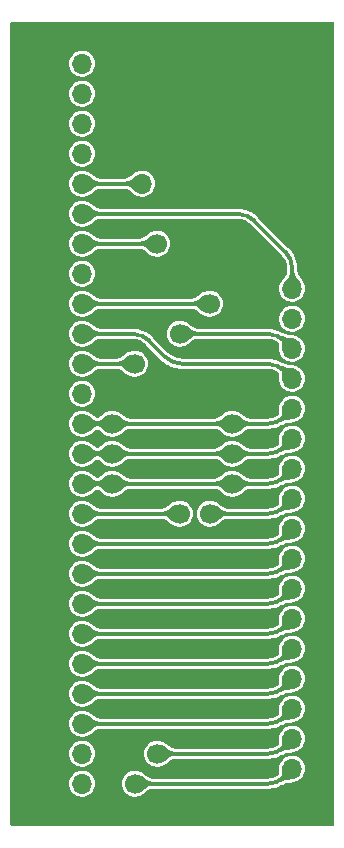
<source format=gbr>
%TF.GenerationSoftware,KiCad,Pcbnew,7.0.7-7.0.7~ubuntu22.04.1*%
%TF.CreationDate,2023-09-16T18:52:32-04:00*%
%TF.ProjectId,fd50to34,66643530-746f-4333-942e-6b696361645f,rev?*%
%TF.SameCoordinates,Original*%
%TF.FileFunction,Copper,L2,Bot*%
%TF.FilePolarity,Positive*%
%FSLAX46Y46*%
G04 Gerber Fmt 4.6, Leading zero omitted, Abs format (unit mm)*
G04 Created by KiCad (PCBNEW 7.0.7-7.0.7~ubuntu22.04.1) date 2023-09-16 18:52:32*
%MOMM*%
%LPD*%
G01*
G04 APERTURE LIST*
%TA.AperFunction,ComponentPad*%
%ADD10R,1.700000X1.700000*%
%TD*%
%TA.AperFunction,ComponentPad*%
%ADD11O,1.700000X1.700000*%
%TD*%
%TA.AperFunction,ViaPad*%
%ADD12C,1.700000*%
%TD*%
%TA.AperFunction,Conductor*%
%ADD13C,0.350000*%
%TD*%
G04 APERTURE END LIST*
D10*
%TO.P,J1,1,GND*%
%TO.N,GND*%
X0Y0D03*
D11*
%TO.P,J1,2,/~{REDWC}*%
%TO.N,unconnected-(J1-{slash}~{REDWC}-Pad2)*%
X2540000Y0D03*
%TO.P,J1,3,GND*%
%TO.N,GND*%
X0Y-2540000D03*
%TO.P,J1,4,~{MTROFF0}*%
%TO.N,unconnected-(J1-~{MTROFF0}-Pad4)*%
X2540000Y-2540000D03*
%TO.P,J1,5,GND*%
%TO.N,GND*%
X0Y-5080000D03*
%TO.P,J1,6,~{MTROFF1}*%
%TO.N,unconnected-(J1-~{MTROFF1}-Pad6)*%
X2540000Y-5080000D03*
%TO.P,J1,7,GND*%
%TO.N,GND*%
X0Y-7620000D03*
%TO.P,J1,8,~{MTROFF2}*%
%TO.N,unconnected-(J1-~{MTROFF2}-Pad8)*%
X2540000Y-7620000D03*
%TO.P,J1,9,GND*%
%TO.N,GND*%
X0Y-10160000D03*
%TO.P,J1,10,~{FD2S}*%
%TO.N,Net-(J1-~{FD2S})*%
X2540000Y-10160000D03*
%TO.P,J1,11,GND*%
%TO.N,GND*%
X0Y-12700000D03*
%TO.P,J1,12,~{DSKCHG}*%
%TO.N,Net-(J1-~{DSKCHG})*%
X2540000Y-12700000D03*
%TO.P,J1,13,GND*%
%TO.N,GND*%
X0Y-15240000D03*
%TO.P,J1,14,~{SIDE1}*%
%TO.N,Net-(J1-~{SIDE1})*%
X2540000Y-15240000D03*
%TO.P,J1,15,GND*%
%TO.N,GND*%
X0Y-17780000D03*
%TO.P,J1,16,~{INUSE}/~{DLOCK}*%
%TO.N,unconnected-(J1-~{INUSE}{slash}~{DLOCK}-Pad16)*%
X2540000Y-17780000D03*
%TO.P,J1,17,GND*%
%TO.N,GND*%
X0Y-20320000D03*
%TO.P,J1,18,~{HLD}*%
%TO.N,Net-(J1-~{HLD})*%
X2540000Y-20320000D03*
%TO.P,J1,19,GND*%
%TO.N,GND*%
X0Y-22860000D03*
%TO.P,J1,20,~{INDEX}*%
%TO.N,Net-(J1-~{INDEX})*%
X2540000Y-22860000D03*
%TO.P,J1,21,GND*%
%TO.N,GND*%
X0Y-25400000D03*
%TO.P,J1,22,~{READY}*%
%TO.N,Net-(J1-~{READY})*%
X2540000Y-25400000D03*
%TO.P,J1,23,GND*%
%TO.N,GND*%
X0Y-27940000D03*
%TO.P,J1,24,~{SECTOR}/~{MTROFF3}*%
%TO.N,unconnected-(J1-~{SECTOR}{slash}~{MTROFF3}-Pad24)*%
X2540000Y-27940000D03*
%TO.P,J1,25,GND*%
%TO.N,GND*%
X0Y-30480000D03*
%TO.P,J1,26,~{DS0}*%
%TO.N,Net-(J1-~{DS0})*%
X2540000Y-30480000D03*
%TO.P,J1,27,GND*%
%TO.N,GND*%
X0Y-33020000D03*
%TO.P,J1,28,~{DS1}*%
%TO.N,Net-(J1-~{DS1})*%
X2540000Y-33020000D03*
%TO.P,J1,29,GND*%
%TO.N,GND*%
X0Y-35560000D03*
%TO.P,J1,30,~{DS2}*%
%TO.N,Net-(J1-~{DS2})*%
X2540000Y-35560000D03*
%TO.P,J1,31,GND*%
%TO.N,GND*%
X0Y-38100000D03*
%TO.P,J1,32,~{DS3}*%
%TO.N,Net-(J1-~{DS3})*%
X2540000Y-38100000D03*
%TO.P,J1,33,GND*%
%TO.N,GND*%
X0Y-40640000D03*
%TO.P,J1,34,~{DIR}*%
%TO.N,Net-(J1-~{DIR})*%
X2540000Y-40640000D03*
%TO.P,J1,35,GND*%
%TO.N,GND*%
X0Y-43180000D03*
%TO.P,J1,36,~{STEP}*%
%TO.N,Net-(J1-~{STEP})*%
X2540000Y-43180000D03*
%TO.P,J1,37,GND*%
%TO.N,GND*%
X0Y-45720000D03*
%TO.P,J1,38,~{WDATA}*%
%TO.N,Net-(J1-~{WDATA})*%
X2540000Y-45720000D03*
%TO.P,J1,39,GND*%
%TO.N,GND*%
X0Y-48260000D03*
%TO.P,J1,40,~{WGATE}*%
%TO.N,Net-(J1-~{WGATE})*%
X2540000Y-48260000D03*
%TO.P,J1,41,GND*%
%TO.N,GND*%
X0Y-50800000D03*
%TO.P,J1,42,~{TRK00}*%
%TO.N,Net-(J1-~{TRK00})*%
X2540000Y-50800000D03*
%TO.P,J1,43,GND*%
%TO.N,GND*%
X0Y-53340000D03*
%TO.P,J1,44,~{WPT}*%
%TO.N,Net-(J1-~{WPT})*%
X2540000Y-53340000D03*
%TO.P,J1,45,GND*%
%TO.N,GND*%
X0Y-55880000D03*
%TO.P,J1,46,~{RDATA}*%
%TO.N,Net-(J1-~{RDATA})*%
X2540000Y-55880000D03*
%TO.P,J1,47,GND*%
%TO.N,GND*%
X0Y-58420000D03*
%TO.P,J1,48,~{SEPDATA}*%
%TO.N,unconnected-(J1-~{SEPDATA}-Pad48)*%
X2540000Y-58420000D03*
%TO.P,J1,49,GND*%
%TO.N,GND*%
X0Y-60960000D03*
%TO.P,J1,50,~{SEPCLOCK}*%
%TO.N,unconnected-(J1-~{SEPCLOCK}-Pad50)*%
X2540000Y-60960000D03*
%TD*%
D10*
%TO.P,J2,1,GND*%
%TO.N,GND*%
X17780000Y-19050000D03*
D11*
%TO.P,J2,2,~{DCD}/~{REDWC}*%
%TO.N,Net-(J1-~{DSKCHG})*%
X20320000Y-19050000D03*
%TO.P,J2,3,GND*%
%TO.N,GND*%
X17780000Y-21590000D03*
%TO.P,J2,4,~{INUSE}*%
%TO.N,unconnected-(J2-~{INUSE}-Pad4)*%
X20320000Y-21590000D03*
%TO.P,J2,5,GND*%
%TO.N,GND*%
X17780000Y-24130000D03*
%TO.P,J2,6,~{DS3}*%
%TO.N,Net-(J1-~{DS3})*%
X20320000Y-24130000D03*
%TO.P,J2,7,GND*%
%TO.N,GND*%
X17780000Y-26670000D03*
%TO.P,J2,8,~{INDEX}*%
%TO.N,Net-(J1-~{INDEX})*%
X20320000Y-26670000D03*
%TO.P,J2,9,GND*%
%TO.N,GND*%
X17780000Y-29210000D03*
%TO.P,J2,10,~{DS0}/~{MOTEA}*%
%TO.N,Net-(J1-~{DS0})*%
X20320000Y-29210000D03*
%TO.P,J2,11,GND*%
%TO.N,GND*%
X17780000Y-31750000D03*
%TO.P,J2,12,~{DS1}/~{DRVSB}*%
%TO.N,Net-(J1-~{DS1})*%
X20320000Y-31750000D03*
%TO.P,J2,13,GND*%
%TO.N,GND*%
X17780000Y-34290000D03*
%TO.P,J2,14,~{DS2}/~{DRVSA}*%
%TO.N,Net-(J1-~{DS2})*%
X20320000Y-34290000D03*
%TO.P,J2,15,GND*%
%TO.N,GND*%
X17780000Y-36830000D03*
%TO.P,J2,16,~{MTRON}/~{MOTEB}*%
%TO.N,Net-(J1-~{HLD})*%
X20320000Y-36830000D03*
%TO.P,J2,17,GND*%
%TO.N,GND*%
X17780000Y-39370000D03*
%TO.P,J2,18,~{DIR}*%
%TO.N,Net-(J1-~{DIR})*%
X20320000Y-39370000D03*
%TO.P,J2,19,GND*%
%TO.N,GND*%
X17780000Y-41910000D03*
%TO.P,J2,20,~{STEP}*%
%TO.N,Net-(J1-~{STEP})*%
X20320000Y-41910000D03*
%TO.P,J2,21,GND*%
%TO.N,GND*%
X17780000Y-44450000D03*
%TO.P,J2,22,~{WDATA}*%
%TO.N,Net-(J1-~{WDATA})*%
X20320000Y-44450000D03*
%TO.P,J2,23,GND*%
%TO.N,GND*%
X17780000Y-46990000D03*
%TO.P,J2,24,~{WGATE}*%
%TO.N,Net-(J1-~{WGATE})*%
X20320000Y-46990000D03*
%TO.P,J2,25,GND*%
%TO.N,GND*%
X17780000Y-49530000D03*
%TO.P,J2,26,~{TRK00}*%
%TO.N,Net-(J1-~{TRK00})*%
X20320000Y-49530000D03*
%TO.P,J2,27,GND*%
%TO.N,GND*%
X17780000Y-52070000D03*
%TO.P,J2,28,~{WPT}*%
%TO.N,Net-(J1-~{WPT})*%
X20320000Y-52070000D03*
%TO.P,J2,29,GND*%
%TO.N,GND*%
X17780000Y-54610000D03*
%TO.P,J2,30,~{RDATA}*%
%TO.N,Net-(J1-~{RDATA})*%
X20320000Y-54610000D03*
%TO.P,J2,31,GND*%
%TO.N,GND*%
X17780000Y-57150000D03*
%TO.P,J2,32,~{SIDE1}*%
%TO.N,Net-(J1-~{SIDE1})*%
X20320000Y-57150000D03*
%TO.P,J2,33,GND*%
%TO.N,GND*%
X17780000Y-59690000D03*
%TO.P,J2,34,~{RDY}/~{DSKCHG}*%
%TO.N,Net-(J1-~{READY})*%
X20320000Y-59690000D03*
%TD*%
D10*
%TO.P,J3,1,Pin_1*%
%TO.N,GND*%
X10160000Y-10160000D03*
D11*
%TO.P,J3,2,Pin_2*%
%TO.N,Net-(J1-~{FD2S})*%
X7620000Y-10160000D03*
%TD*%
D12*
%TO.N,Net-(J1-~{SIDE1})*%
X8890000Y-58420000D03*
X8890000Y-15240000D03*
%TO.N,Net-(J1-~{HLD})*%
X13335000Y-38100000D03*
X13335000Y-20320000D03*
%TO.N,Net-(J1-~{READY})*%
X6985000Y-25400000D03*
X6985000Y-60960000D03*
%TO.N,Net-(J1-~{DS0})*%
X5080000Y-30480000D03*
X15240000Y-30480000D03*
%TO.N,Net-(J1-~{DS1})*%
X5080000Y-33020000D03*
X15240000Y-33020000D03*
%TO.N,Net-(J1-~{DS2})*%
X5080000Y-35560000D03*
X15240000Y-35560000D03*
%TO.N,Net-(J1-~{DS3})*%
X10795000Y-22860000D03*
X10795000Y-38100000D03*
%TD*%
D13*
%TO.N,Net-(J1-~{DSKCHG})*%
X17095787Y-13285787D02*
X19734214Y-15924214D01*
X20320000Y-17338427D02*
X20320000Y-19050000D01*
X2540000Y-12700000D02*
X15681573Y-12700000D01*
X17095801Y-13285773D02*
G75*
G03*
X15681573Y-12700000I-1414201J-1414227D01*
G01*
X20319980Y-17338427D02*
G75*
G03*
X19734213Y-15924215I-1999980J27D01*
G01*
%TO.N,Net-(J1-~{SIDE1})*%
X8890000Y-58420000D02*
X18221573Y-58420000D01*
X19635787Y-57834213D02*
X20320000Y-57150000D01*
X2540000Y-15240000D02*
X8890000Y-15240000D01*
X18221573Y-58419980D02*
G75*
G03*
X19635786Y-57834212I27J1999980D01*
G01*
%TO.N,Net-(J1-~{HLD})*%
X18221573Y-38100000D02*
X13335000Y-38100000D01*
X20320000Y-36830000D02*
X19635786Y-37514214D01*
X13335000Y-20320000D02*
X2540000Y-20320000D01*
X18221573Y-38099980D02*
G75*
G03*
X19635785Y-37514213I27J1999980D01*
G01*
%TO.N,Net-(J1-~{INDEX})*%
X18221573Y-25400000D02*
X10988427Y-25400000D01*
X20320000Y-26670000D02*
X19635786Y-25985786D01*
X9574213Y-24814213D02*
X8205786Y-23445786D01*
X6791573Y-22860000D02*
X2540000Y-22860000D01*
X8205785Y-23445787D02*
G75*
G03*
X6791573Y-22860000I-1414215J-1414213D01*
G01*
X9574199Y-24814227D02*
G75*
G03*
X10988427Y-25400000I1414201J1414227D01*
G01*
X19635800Y-25985772D02*
G75*
G03*
X18221573Y-25400000I-1414200J-1414228D01*
G01*
%TO.N,Net-(J1-~{READY})*%
X6985000Y-60960000D02*
X18221573Y-60960000D01*
X6985000Y-25400000D02*
X2540000Y-25400000D01*
X19635787Y-60374213D02*
X20320000Y-59690000D01*
X18221573Y-60959980D02*
G75*
G03*
X19635786Y-60374212I27J1999980D01*
G01*
%TO.N,Net-(J1-~{DS0})*%
X5080000Y-30480000D02*
X15240000Y-30480000D01*
X15240000Y-30480000D02*
X18221573Y-30480000D01*
X19635787Y-29894213D02*
X20320000Y-29210000D01*
X2540000Y-30480000D02*
X5080000Y-30480000D01*
X18221573Y-30479980D02*
G75*
G03*
X19635786Y-29894212I27J1999980D01*
G01*
%TO.N,Net-(J1-~{DS1})*%
X5080000Y-33020000D02*
X15240000Y-33020000D01*
X15240000Y-33020000D02*
X18221573Y-33020000D01*
X2540000Y-33020000D02*
X5080000Y-33020000D01*
X19635787Y-32434213D02*
X20320000Y-31750000D01*
X18221573Y-33019980D02*
G75*
G03*
X19635786Y-32434212I27J1999980D01*
G01*
%TO.N,Net-(J1-~{DS2})*%
X2540000Y-35560000D02*
X5080000Y-35560000D01*
X5080000Y-35560000D02*
X15240000Y-35560000D01*
X15240000Y-35560000D02*
X18221573Y-35560000D01*
X19635787Y-34974213D02*
X20320000Y-34290000D01*
X18221573Y-35559980D02*
G75*
G03*
X19635786Y-34974212I27J1999980D01*
G01*
%TO.N,Net-(J1-~{DS3})*%
X18221573Y-22860000D02*
X10795000Y-22860000D01*
X2540000Y-38100000D02*
X10795000Y-38100000D01*
X20320000Y-24130000D02*
X19635786Y-23445786D01*
X19635800Y-23445772D02*
G75*
G03*
X18221573Y-22860000I-1414200J-1414228D01*
G01*
%TO.N,Net-(J1-~{DIR})*%
X2540000Y-40640000D02*
X18221573Y-40640000D01*
X19635787Y-40054213D02*
X20320000Y-39370000D01*
X18221573Y-40639980D02*
G75*
G03*
X19635786Y-40054212I27J1999980D01*
G01*
%TO.N,Net-(J1-~{STEP})*%
X19635787Y-42594213D02*
X20320000Y-41910000D01*
X2540000Y-43180000D02*
X18221573Y-43180000D01*
X18221573Y-43179980D02*
G75*
G03*
X19635786Y-42594212I27J1999980D01*
G01*
%TO.N,Net-(J1-~{WDATA})*%
X19635787Y-45134213D02*
X20320000Y-44450000D01*
X2540000Y-45720000D02*
X18221573Y-45720000D01*
X18221573Y-45719980D02*
G75*
G03*
X19635786Y-45134212I27J1999980D01*
G01*
%TO.N,Net-(J1-~{WGATE})*%
X2540000Y-48260000D02*
X18221573Y-48260000D01*
X19635787Y-47674213D02*
X20320000Y-46990000D01*
X18221573Y-48259980D02*
G75*
G03*
X19635786Y-47674212I27J1999980D01*
G01*
%TO.N,Net-(J1-~{TRK00})*%
X19635787Y-50214213D02*
X20320000Y-49530000D01*
X2540000Y-50800000D02*
X18221573Y-50800000D01*
X18221573Y-50799980D02*
G75*
G03*
X19635786Y-50214212I27J1999980D01*
G01*
%TO.N,Net-(J1-~{WPT})*%
X19635787Y-52754213D02*
X20320000Y-52070000D01*
X2540000Y-53340000D02*
X18221573Y-53340000D01*
X18221573Y-53339980D02*
G75*
G03*
X19635786Y-52754212I27J1999980D01*
G01*
%TO.N,Net-(J1-~{RDATA})*%
X2540000Y-55880000D02*
X18221573Y-55880000D01*
X19635787Y-55294213D02*
X20320000Y-54610000D01*
X18221573Y-55879980D02*
G75*
G03*
X19635786Y-55294212I27J1999980D01*
G01*
%TO.N,Net-(J1-~{FD2S})*%
X2540000Y-10160000D02*
X7620000Y-10160000D01*
%TD*%
%TA.AperFunction,Conductor*%
%TO.N,Net-(J1-~{READY})*%
G36*
X19547327Y-59369934D02*
G01*
X20316372Y-59687644D01*
X20322710Y-59693971D01*
X20322720Y-59693993D01*
X20640431Y-60463550D01*
X20640420Y-60472505D01*
X20634081Y-60478830D01*
X20633172Y-60479161D01*
X20336200Y-60573915D01*
X20334144Y-60574372D01*
X20160597Y-60596805D01*
X20100483Y-60604575D01*
X20100126Y-60604610D01*
X19893490Y-60618257D01*
X19893486Y-60618258D01*
X19667693Y-60667075D01*
X19385526Y-60798405D01*
X19376579Y-60798790D01*
X19370457Y-60793648D01*
X19205682Y-60508239D01*
X19204515Y-60499363D01*
X19208214Y-60493497D01*
X19410546Y-60320651D01*
X19474473Y-60129889D01*
X19466926Y-59915199D01*
X19462255Y-59665756D01*
X19462581Y-59662787D01*
X19531489Y-59377997D01*
X19536766Y-59370762D01*
X19545613Y-59369377D01*
X19547327Y-59369934D01*
G37*
%TD.AperFunction*%
%TD*%
%TA.AperFunction,Conductor*%
%TO.N,Net-(J1-~{WDATA})*%
G36*
X19547327Y-44129934D02*
G01*
X20316372Y-44447644D01*
X20322710Y-44453971D01*
X20322720Y-44453993D01*
X20640431Y-45223550D01*
X20640420Y-45232505D01*
X20634081Y-45238830D01*
X20633172Y-45239161D01*
X20336200Y-45333915D01*
X20334144Y-45334372D01*
X20160597Y-45356805D01*
X20100483Y-45364575D01*
X20100126Y-45364610D01*
X19893490Y-45378257D01*
X19893486Y-45378258D01*
X19667693Y-45427075D01*
X19385526Y-45558405D01*
X19376579Y-45558790D01*
X19370457Y-45553648D01*
X19205682Y-45268239D01*
X19204515Y-45259363D01*
X19208214Y-45253497D01*
X19410546Y-45080651D01*
X19474473Y-44889889D01*
X19466926Y-44675199D01*
X19462255Y-44425756D01*
X19462581Y-44422787D01*
X19531489Y-44137997D01*
X19536766Y-44130762D01*
X19545613Y-44129377D01*
X19547327Y-44129934D01*
G37*
%TD.AperFunction*%
%TD*%
%TA.AperFunction,Conductor*%
%TO.N,Net-(J1-~{FD2S})*%
G36*
X2875597Y-9380366D02*
G01*
X2876681Y-9380884D01*
X3164317Y-9536865D01*
X3166165Y-9538108D01*
X3364372Y-9701157D01*
X3533900Y-9844595D01*
X3745304Y-9946335D01*
X4059684Y-9983771D01*
X4067493Y-9988152D01*
X4070000Y-9995389D01*
X4070000Y-10324610D01*
X4066573Y-10332883D01*
X4059683Y-10336228D01*
X3745307Y-10373663D01*
X3745305Y-10373663D01*
X3745304Y-10373664D01*
X3533900Y-10475404D01*
X3533896Y-10475406D01*
X3364372Y-10618842D01*
X3166169Y-10781887D01*
X3164313Y-10783136D01*
X2876685Y-10939113D01*
X2867779Y-10940044D01*
X2860823Y-10934405D01*
X2860303Y-10933317D01*
X2670046Y-10475404D01*
X2540864Y-10164488D01*
X2540856Y-10155534D01*
X2540865Y-10155511D01*
X2607394Y-9995389D01*
X2860303Y-9386681D01*
X2866642Y-9380357D01*
X2875597Y-9380366D01*
G37*
%TD.AperFunction*%
%TD*%
%TA.AperFunction,Conductor*%
%TO.N,Net-(J1-~{DS0})*%
G36*
X4759176Y-29705594D02*
G01*
X4759696Y-29706682D01*
X5079134Y-30475511D01*
X5079143Y-30484466D01*
X5079134Y-30484489D01*
X4759696Y-31253317D01*
X4753357Y-31259642D01*
X4744402Y-31259633D01*
X4743314Y-31259113D01*
X4455685Y-31103136D01*
X4453829Y-31101887D01*
X4255627Y-30938842D01*
X4086101Y-30795406D01*
X4086099Y-30795405D01*
X4086098Y-30795404D01*
X3874694Y-30693664D01*
X3874691Y-30693663D01*
X3874690Y-30693663D01*
X3560317Y-30656228D01*
X3552507Y-30651847D01*
X3550000Y-30644610D01*
X3550000Y-30315389D01*
X3553427Y-30307116D01*
X3560315Y-30303771D01*
X3874694Y-30266335D01*
X4086098Y-30164595D01*
X4255627Y-30021157D01*
X4453838Y-29858104D01*
X4455676Y-29856867D01*
X4743315Y-29700885D01*
X4752220Y-29699955D01*
X4759176Y-29705594D01*
G37*
%TD.AperFunction*%
%TD*%
%TA.AperFunction,Conductor*%
%TO.N,Net-(J1-~{FD2S})*%
G36*
X7299176Y-9385594D02*
G01*
X7299696Y-9386682D01*
X7619134Y-10155510D01*
X7619143Y-10164465D01*
X7619134Y-10164488D01*
X7299696Y-10933317D01*
X7293357Y-10939642D01*
X7284402Y-10939633D01*
X7283314Y-10939113D01*
X6995685Y-10783136D01*
X6993829Y-10781887D01*
X6795627Y-10618842D01*
X6626101Y-10475406D01*
X6626099Y-10475405D01*
X6626098Y-10475404D01*
X6414694Y-10373664D01*
X6414691Y-10373663D01*
X6414690Y-10373663D01*
X6100316Y-10336228D01*
X6092506Y-10331847D01*
X6090000Y-10324612D01*
X6090000Y-9995386D01*
X6093426Y-9987116D01*
X6100314Y-9983771D01*
X6414694Y-9946335D01*
X6626098Y-9844595D01*
X6795627Y-9701157D01*
X6993838Y-9538104D01*
X6995676Y-9536867D01*
X7283315Y-9380885D01*
X7292220Y-9379955D01*
X7299176Y-9385594D01*
G37*
%TD.AperFunction*%
%TD*%
%TA.AperFunction,Conductor*%
%TO.N,Net-(J1-~{DS2})*%
G36*
X15575597Y-34780366D02*
G01*
X15576681Y-34780884D01*
X15864317Y-34936865D01*
X15866165Y-34938108D01*
X16064372Y-35101157D01*
X16233900Y-35244595D01*
X16445304Y-35346335D01*
X16759684Y-35383771D01*
X16767493Y-35388152D01*
X16770000Y-35395389D01*
X16770000Y-35724610D01*
X16766573Y-35732883D01*
X16759683Y-35736228D01*
X16445307Y-35773663D01*
X16445305Y-35773663D01*
X16445304Y-35773664D01*
X16233900Y-35875404D01*
X16233896Y-35875406D01*
X16064372Y-36018842D01*
X15866169Y-36181887D01*
X15864313Y-36183136D01*
X15576685Y-36339113D01*
X15567779Y-36340044D01*
X15560823Y-36334405D01*
X15560303Y-36333317D01*
X15370046Y-35875404D01*
X15240864Y-35564488D01*
X15240856Y-35555534D01*
X15240865Y-35555511D01*
X15307394Y-35395389D01*
X15560303Y-34786681D01*
X15566642Y-34780357D01*
X15575597Y-34780366D01*
G37*
%TD.AperFunction*%
%TD*%
%TA.AperFunction,Conductor*%
%TO.N,Net-(J1-~{DS3})*%
G36*
X10474176Y-37325594D02*
G01*
X10474696Y-37326682D01*
X10794134Y-38095511D01*
X10794143Y-38104466D01*
X10794134Y-38104489D01*
X10474696Y-38873317D01*
X10468357Y-38879642D01*
X10459402Y-38879633D01*
X10458314Y-38879113D01*
X10170685Y-38723136D01*
X10168829Y-38721887D01*
X9970627Y-38558842D01*
X9801101Y-38415406D01*
X9801099Y-38415405D01*
X9801098Y-38415404D01*
X9589694Y-38313664D01*
X9589691Y-38313663D01*
X9589690Y-38313663D01*
X9275317Y-38276228D01*
X9267507Y-38271847D01*
X9265000Y-38264610D01*
X9265000Y-37935389D01*
X9268427Y-37927116D01*
X9275315Y-37923771D01*
X9589694Y-37886335D01*
X9801098Y-37784595D01*
X9970627Y-37641157D01*
X10168838Y-37478104D01*
X10170676Y-37476867D01*
X10458315Y-37320885D01*
X10467220Y-37319955D01*
X10474176Y-37325594D01*
G37*
%TD.AperFunction*%
%TD*%
%TA.AperFunction,Conductor*%
%TO.N,Net-(J1-~{WPT})*%
G36*
X19547327Y-51749934D02*
G01*
X20316372Y-52067644D01*
X20322710Y-52073971D01*
X20322720Y-52073993D01*
X20640431Y-52843550D01*
X20640420Y-52852505D01*
X20634081Y-52858830D01*
X20633172Y-52859161D01*
X20336200Y-52953915D01*
X20334144Y-52954372D01*
X20160597Y-52976805D01*
X20100483Y-52984575D01*
X20100126Y-52984610D01*
X19893490Y-52998257D01*
X19893486Y-52998258D01*
X19667693Y-53047075D01*
X19385526Y-53178405D01*
X19376579Y-53178790D01*
X19370457Y-53173648D01*
X19205682Y-52888239D01*
X19204515Y-52879363D01*
X19208214Y-52873497D01*
X19410546Y-52700651D01*
X19474473Y-52509889D01*
X19466926Y-52295199D01*
X19462255Y-52045756D01*
X19462581Y-52042787D01*
X19531489Y-51757997D01*
X19536766Y-51750762D01*
X19545613Y-51749377D01*
X19547327Y-51749934D01*
G37*
%TD.AperFunction*%
%TD*%
%TA.AperFunction,Conductor*%
%TO.N,Net-(J1-~{DS3})*%
G36*
X11130597Y-22080366D02*
G01*
X11131681Y-22080884D01*
X11419317Y-22236865D01*
X11421165Y-22238108D01*
X11619372Y-22401157D01*
X11788900Y-22544595D01*
X12000304Y-22646335D01*
X12314684Y-22683771D01*
X12322493Y-22688152D01*
X12325000Y-22695389D01*
X12325000Y-23024610D01*
X12321573Y-23032883D01*
X12314683Y-23036228D01*
X12000307Y-23073663D01*
X12000305Y-23073663D01*
X12000304Y-23073664D01*
X11788900Y-23175404D01*
X11788896Y-23175406D01*
X11619372Y-23318842D01*
X11421169Y-23481887D01*
X11419313Y-23483136D01*
X11131685Y-23639113D01*
X11122779Y-23640044D01*
X11115823Y-23634405D01*
X11115303Y-23633317D01*
X10925046Y-23175404D01*
X10795864Y-22864488D01*
X10795856Y-22855534D01*
X10795865Y-22855511D01*
X10862394Y-22695389D01*
X11115303Y-22086681D01*
X11121642Y-22080357D01*
X11130597Y-22080366D01*
G37*
%TD.AperFunction*%
%TD*%
%TA.AperFunction,Conductor*%
%TO.N,Net-(J1-~{INDEX})*%
G36*
X2875597Y-22080366D02*
G01*
X2876681Y-22080884D01*
X3164317Y-22236865D01*
X3166165Y-22238108D01*
X3364372Y-22401157D01*
X3533900Y-22544595D01*
X3745304Y-22646335D01*
X4059684Y-22683771D01*
X4067493Y-22688152D01*
X4070000Y-22695389D01*
X4070000Y-23024610D01*
X4066573Y-23032883D01*
X4059683Y-23036228D01*
X3745307Y-23073663D01*
X3745305Y-23073663D01*
X3745304Y-23073664D01*
X3533900Y-23175404D01*
X3533896Y-23175406D01*
X3364372Y-23318842D01*
X3166169Y-23481887D01*
X3164313Y-23483136D01*
X2876685Y-23639113D01*
X2867779Y-23640044D01*
X2860823Y-23634405D01*
X2860303Y-23633317D01*
X2670046Y-23175404D01*
X2540864Y-22864488D01*
X2540856Y-22855534D01*
X2540865Y-22855511D01*
X2607394Y-22695389D01*
X2860303Y-22086681D01*
X2866642Y-22080357D01*
X2875597Y-22080366D01*
G37*
%TD.AperFunction*%
%TD*%
%TA.AperFunction,Conductor*%
%TO.N,Net-(J1-~{DS2})*%
G36*
X19547327Y-33969934D02*
G01*
X20316372Y-34287644D01*
X20322710Y-34293971D01*
X20322720Y-34293993D01*
X20640431Y-35063550D01*
X20640420Y-35072505D01*
X20634081Y-35078830D01*
X20633172Y-35079161D01*
X20336200Y-35173915D01*
X20334144Y-35174372D01*
X20160597Y-35196805D01*
X20100483Y-35204575D01*
X20100126Y-35204610D01*
X19893490Y-35218257D01*
X19893486Y-35218258D01*
X19667693Y-35267075D01*
X19385526Y-35398405D01*
X19376579Y-35398790D01*
X19370457Y-35393648D01*
X19205682Y-35108239D01*
X19204515Y-35099363D01*
X19208214Y-35093497D01*
X19410546Y-34920651D01*
X19474473Y-34729889D01*
X19466926Y-34515199D01*
X19462255Y-34265756D01*
X19462581Y-34262787D01*
X19531489Y-33977997D01*
X19536766Y-33970762D01*
X19545613Y-33969377D01*
X19547327Y-33969934D01*
G37*
%TD.AperFunction*%
%TD*%
%TA.AperFunction,Conductor*%
%TO.N,Net-(J1-~{WPT})*%
G36*
X2875597Y-52560366D02*
G01*
X2876681Y-52560884D01*
X3164317Y-52716865D01*
X3166165Y-52718108D01*
X3364372Y-52881157D01*
X3533900Y-53024595D01*
X3745304Y-53126335D01*
X4059684Y-53163771D01*
X4067493Y-53168152D01*
X4070000Y-53175389D01*
X4070000Y-53504610D01*
X4066573Y-53512883D01*
X4059683Y-53516228D01*
X3745307Y-53553663D01*
X3745305Y-53553663D01*
X3745304Y-53553664D01*
X3533900Y-53655404D01*
X3533896Y-53655406D01*
X3364372Y-53798842D01*
X3166169Y-53961887D01*
X3164313Y-53963136D01*
X2876685Y-54119113D01*
X2867779Y-54120044D01*
X2860823Y-54114405D01*
X2860303Y-54113317D01*
X2670046Y-53655404D01*
X2540864Y-53344488D01*
X2540856Y-53335534D01*
X2540865Y-53335511D01*
X2607394Y-53175389D01*
X2860303Y-52566681D01*
X2866642Y-52560357D01*
X2875597Y-52560366D01*
G37*
%TD.AperFunction*%
%TD*%
%TA.AperFunction,Conductor*%
%TO.N,Net-(J1-~{DS1})*%
G36*
X4759176Y-32245594D02*
G01*
X4759696Y-32246682D01*
X5079134Y-33015511D01*
X5079143Y-33024466D01*
X5079134Y-33024489D01*
X4759696Y-33793317D01*
X4753357Y-33799642D01*
X4744402Y-33799633D01*
X4743314Y-33799113D01*
X4455685Y-33643136D01*
X4453829Y-33641887D01*
X4255627Y-33478842D01*
X4086101Y-33335406D01*
X4086099Y-33335405D01*
X4086098Y-33335404D01*
X3874694Y-33233664D01*
X3874691Y-33233663D01*
X3874690Y-33233663D01*
X3560317Y-33196228D01*
X3552507Y-33191847D01*
X3550000Y-33184610D01*
X3550000Y-32855389D01*
X3553427Y-32847116D01*
X3560315Y-32843771D01*
X3874694Y-32806335D01*
X4086098Y-32704595D01*
X4255627Y-32561157D01*
X4453838Y-32398104D01*
X4455676Y-32396867D01*
X4743315Y-32240885D01*
X4752220Y-32239955D01*
X4759176Y-32245594D01*
G37*
%TD.AperFunction*%
%TD*%
%TA.AperFunction,Conductor*%
%TO.N,Net-(J1-~{INDEX})*%
G36*
X19385527Y-25561595D02*
G01*
X19510476Y-25619750D01*
X19667695Y-25692925D01*
X19667698Y-25692925D01*
X19667699Y-25692926D01*
X19893495Y-25741744D01*
X20100152Y-25755390D01*
X20100451Y-25755420D01*
X20334148Y-25785627D01*
X20336196Y-25786083D01*
X20633172Y-25880838D01*
X20640012Y-25886617D01*
X20640762Y-25895540D01*
X20640431Y-25896449D01*
X20322720Y-26666006D01*
X20316395Y-26672345D01*
X20316372Y-26672355D01*
X19547328Y-26990064D01*
X19538374Y-26990055D01*
X19532047Y-26983717D01*
X19531489Y-26982002D01*
X19462581Y-26697211D01*
X19462255Y-26694240D01*
X19466926Y-26444801D01*
X19474473Y-26230111D01*
X19474472Y-26230111D01*
X19410545Y-26039349D01*
X19208216Y-25866505D01*
X19204152Y-25858526D01*
X19205682Y-25851762D01*
X19370460Y-25566351D01*
X19377564Y-25560902D01*
X19385527Y-25561595D01*
G37*
%TD.AperFunction*%
%TD*%
%TA.AperFunction,Conductor*%
%TO.N,Net-(J1-~{HLD})*%
G36*
X2875597Y-19540366D02*
G01*
X2876681Y-19540884D01*
X3164317Y-19696865D01*
X3166165Y-19698108D01*
X3364372Y-19861157D01*
X3533900Y-20004595D01*
X3745304Y-20106335D01*
X4059684Y-20143771D01*
X4067493Y-20148152D01*
X4070000Y-20155389D01*
X4070000Y-20484610D01*
X4066573Y-20492883D01*
X4059683Y-20496228D01*
X3745307Y-20533663D01*
X3745305Y-20533663D01*
X3745304Y-20533664D01*
X3533900Y-20635404D01*
X3533896Y-20635406D01*
X3364372Y-20778842D01*
X3166169Y-20941887D01*
X3164313Y-20943136D01*
X2876685Y-21099113D01*
X2867779Y-21100044D01*
X2860823Y-21094405D01*
X2860303Y-21093317D01*
X2670046Y-20635404D01*
X2540864Y-20324488D01*
X2540856Y-20315534D01*
X2540865Y-20315511D01*
X2607394Y-20155389D01*
X2860303Y-19546681D01*
X2866642Y-19540357D01*
X2875597Y-19540366D01*
G37*
%TD.AperFunction*%
%TD*%
%TA.AperFunction,Conductor*%
%TO.N,Net-(J1-~{DS1})*%
G36*
X5415597Y-32240366D02*
G01*
X5416681Y-32240884D01*
X5704317Y-32396865D01*
X5706165Y-32398108D01*
X5904372Y-32561157D01*
X6073900Y-32704595D01*
X6285304Y-32806335D01*
X6599682Y-32843771D01*
X6607492Y-32848152D01*
X6609999Y-32855389D01*
X6609999Y-33184610D01*
X6606572Y-33192883D01*
X6599682Y-33196228D01*
X6285307Y-33233663D01*
X6285305Y-33233663D01*
X6285304Y-33233664D01*
X6073900Y-33335404D01*
X6073896Y-33335406D01*
X5904372Y-33478842D01*
X5706169Y-33641887D01*
X5704313Y-33643136D01*
X5416685Y-33799113D01*
X5407779Y-33800044D01*
X5400823Y-33794405D01*
X5400303Y-33793317D01*
X5210046Y-33335404D01*
X5080864Y-33024488D01*
X5080856Y-33015534D01*
X5080865Y-33015511D01*
X5147394Y-32855389D01*
X5400303Y-32246681D01*
X5406642Y-32240357D01*
X5415597Y-32240366D01*
G37*
%TD.AperFunction*%
%TD*%
%TA.AperFunction,Conductor*%
%TO.N,Net-(J1-~{RDATA})*%
G36*
X19547327Y-54289934D02*
G01*
X20316372Y-54607644D01*
X20322710Y-54613971D01*
X20322720Y-54613993D01*
X20640431Y-55383550D01*
X20640420Y-55392505D01*
X20634081Y-55398830D01*
X20633172Y-55399161D01*
X20336200Y-55493915D01*
X20334144Y-55494372D01*
X20160597Y-55516805D01*
X20100483Y-55524575D01*
X20100126Y-55524610D01*
X19893490Y-55538257D01*
X19893486Y-55538258D01*
X19667693Y-55587075D01*
X19385526Y-55718405D01*
X19376579Y-55718790D01*
X19370457Y-55713648D01*
X19205682Y-55428239D01*
X19204515Y-55419363D01*
X19208214Y-55413497D01*
X19410546Y-55240651D01*
X19474473Y-55049889D01*
X19466926Y-54835199D01*
X19462255Y-54585756D01*
X19462581Y-54582787D01*
X19531489Y-54297997D01*
X19536766Y-54290762D01*
X19545613Y-54289377D01*
X19547327Y-54289934D01*
G37*
%TD.AperFunction*%
%TD*%
%TA.AperFunction,Conductor*%
%TO.N,Net-(J1-~{DS1})*%
G36*
X19547327Y-31429934D02*
G01*
X20316372Y-31747644D01*
X20322710Y-31753971D01*
X20322720Y-31753993D01*
X20640431Y-32523550D01*
X20640420Y-32532505D01*
X20634081Y-32538830D01*
X20633172Y-32539161D01*
X20336200Y-32633915D01*
X20334144Y-32634372D01*
X20160597Y-32656805D01*
X20100483Y-32664575D01*
X20100126Y-32664610D01*
X19893490Y-32678257D01*
X19893486Y-32678258D01*
X19667693Y-32727075D01*
X19385526Y-32858405D01*
X19376579Y-32858790D01*
X19370457Y-32853648D01*
X19205682Y-32568239D01*
X19204515Y-32559363D01*
X19208214Y-32553497D01*
X19410546Y-32380651D01*
X19474473Y-32189889D01*
X19466926Y-31975199D01*
X19462255Y-31725756D01*
X19462581Y-31722787D01*
X19531489Y-31437997D01*
X19536766Y-31430762D01*
X19545613Y-31429377D01*
X19547327Y-31429934D01*
G37*
%TD.AperFunction*%
%TD*%
%TA.AperFunction,Conductor*%
%TO.N,Net-(J1-~{RDATA})*%
G36*
X2875597Y-55100366D02*
G01*
X2876681Y-55100884D01*
X3164317Y-55256865D01*
X3166165Y-55258108D01*
X3364372Y-55421157D01*
X3533900Y-55564595D01*
X3745304Y-55666335D01*
X4059684Y-55703771D01*
X4067493Y-55708152D01*
X4070000Y-55715389D01*
X4070000Y-56044610D01*
X4066573Y-56052883D01*
X4059683Y-56056228D01*
X3745307Y-56093663D01*
X3745305Y-56093663D01*
X3745304Y-56093664D01*
X3533900Y-56195404D01*
X3533896Y-56195406D01*
X3364372Y-56338842D01*
X3166169Y-56501887D01*
X3164313Y-56503136D01*
X2876685Y-56659113D01*
X2867779Y-56660044D01*
X2860823Y-56654405D01*
X2860303Y-56653317D01*
X2670046Y-56195404D01*
X2540864Y-55884488D01*
X2540856Y-55875534D01*
X2540865Y-55875511D01*
X2607394Y-55715389D01*
X2860303Y-55106681D01*
X2866642Y-55100357D01*
X2875597Y-55100366D01*
G37*
%TD.AperFunction*%
%TD*%
%TA.AperFunction,Conductor*%
%TO.N,Net-(J1-~{WDATA})*%
G36*
X2875597Y-44940366D02*
G01*
X2876681Y-44940884D01*
X3164317Y-45096865D01*
X3166165Y-45098108D01*
X3364372Y-45261157D01*
X3533900Y-45404595D01*
X3745304Y-45506335D01*
X4059684Y-45543771D01*
X4067493Y-45548152D01*
X4070000Y-45555389D01*
X4070000Y-45884610D01*
X4066573Y-45892883D01*
X4059683Y-45896228D01*
X3745307Y-45933663D01*
X3745305Y-45933663D01*
X3745304Y-45933664D01*
X3533900Y-46035404D01*
X3533896Y-46035406D01*
X3364372Y-46178842D01*
X3166169Y-46341887D01*
X3164313Y-46343136D01*
X2876685Y-46499113D01*
X2867779Y-46500044D01*
X2860823Y-46494405D01*
X2860303Y-46493317D01*
X2670046Y-46035404D01*
X2540864Y-45724488D01*
X2540856Y-45715534D01*
X2540865Y-45715511D01*
X2607394Y-45555389D01*
X2860303Y-44946681D01*
X2866642Y-44940357D01*
X2875597Y-44940366D01*
G37*
%TD.AperFunction*%
%TD*%
%TA.AperFunction,Conductor*%
%TO.N,Net-(J1-~{WGATE})*%
G36*
X2875597Y-47480366D02*
G01*
X2876681Y-47480884D01*
X3164317Y-47636865D01*
X3166165Y-47638108D01*
X3364372Y-47801157D01*
X3533900Y-47944595D01*
X3745304Y-48046335D01*
X4059684Y-48083771D01*
X4067493Y-48088152D01*
X4070000Y-48095389D01*
X4070000Y-48424610D01*
X4066573Y-48432883D01*
X4059683Y-48436228D01*
X3745307Y-48473663D01*
X3745305Y-48473663D01*
X3745304Y-48473664D01*
X3533900Y-48575404D01*
X3533896Y-48575406D01*
X3364372Y-48718842D01*
X3166169Y-48881887D01*
X3164313Y-48883136D01*
X2876685Y-49039113D01*
X2867779Y-49040044D01*
X2860823Y-49034405D01*
X2860303Y-49033317D01*
X2670046Y-48575404D01*
X2540864Y-48264488D01*
X2540856Y-48255534D01*
X2540865Y-48255511D01*
X2607394Y-48095389D01*
X2860303Y-47486681D01*
X2866642Y-47480357D01*
X2875597Y-47480366D01*
G37*
%TD.AperFunction*%
%TD*%
%TA.AperFunction,Conductor*%
%TO.N,GND*%
G36*
X23819039Y3536315D02*
G01*
X23864794Y3483511D01*
X23876000Y3432000D01*
X23876000Y-64392000D01*
X23856315Y-64459039D01*
X23803511Y-64504794D01*
X23752000Y-64516000D01*
X-3432000Y-64516000D01*
X-3499039Y-64496315D01*
X-3544794Y-64443511D01*
X-3556000Y-64392000D01*
X-3556000Y-60960000D01*
X1430768Y-60960000D01*
X1449654Y-61163816D01*
X1505673Y-61360704D01*
X1596912Y-61543935D01*
X1720269Y-61707287D01*
X1871537Y-61845185D01*
X1871539Y-61845187D01*
X2045569Y-61952942D01*
X2045575Y-61952945D01*
X2068810Y-61961946D01*
X2236444Y-62026888D01*
X2437653Y-62064500D01*
X2437656Y-62064500D01*
X2642344Y-62064500D01*
X2642347Y-62064500D01*
X2843556Y-62026888D01*
X3034427Y-61952944D01*
X3208462Y-61845186D01*
X3359732Y-61707285D01*
X3483088Y-61543935D01*
X3574328Y-61360701D01*
X3630345Y-61163821D01*
X3649232Y-60960000D01*
X5875768Y-60960000D01*
X5894654Y-61163816D01*
X5950673Y-61360704D01*
X6041912Y-61543935D01*
X6165269Y-61707287D01*
X6316537Y-61845185D01*
X6316539Y-61845187D01*
X6490569Y-61952942D01*
X6490575Y-61952945D01*
X6513810Y-61961946D01*
X6681444Y-62026888D01*
X6882653Y-62064500D01*
X6882656Y-62064500D01*
X7087344Y-62064500D01*
X7087347Y-62064500D01*
X7288556Y-62026888D01*
X7429227Y-61972390D01*
X7433211Y-61971003D01*
X7445390Y-61967230D01*
X7449013Y-61965264D01*
X7456164Y-61961955D01*
X7479427Y-61952944D01*
X7532190Y-61920273D01*
X7535234Y-61918507D01*
X7670446Y-61845185D01*
X7738463Y-61808301D01*
X7738462Y-61808301D01*
X7749055Y-61801884D01*
X7749056Y-61801883D01*
X7749056Y-61801884D01*
X7761209Y-61793705D01*
X7761210Y-61793704D01*
X7761209Y-61793704D01*
X7761219Y-61793698D01*
X7771213Y-61786252D01*
X7771216Y-61786250D01*
X7771215Y-61786251D01*
X7975617Y-61618106D01*
X8109177Y-61505098D01*
X8135492Y-61488029D01*
X8245293Y-61435186D01*
X8284397Y-61423792D01*
X8535367Y-61393908D01*
X8535381Y-61393903D01*
X8540425Y-61392872D01*
X8540547Y-61393471D01*
X8568204Y-61389500D01*
X18255871Y-61389500D01*
X18256387Y-61389480D01*
X18358005Y-61389482D01*
X18629164Y-61358933D01*
X18629171Y-61358931D01*
X18629180Y-61358930D01*
X18814785Y-61316568D01*
X18895198Y-61298216D01*
X19152761Y-61208094D01*
X19398614Y-61089701D01*
X19466847Y-61046827D01*
X19491768Y-61034814D01*
X19495017Y-61033673D01*
X19495027Y-61033671D01*
X19738324Y-60920431D01*
X19764436Y-60911654D01*
X19920735Y-60877861D01*
X19938767Y-60875332D01*
X20121342Y-60863274D01*
X20129783Y-60862447D01*
X20373213Y-60830981D01*
X20384737Y-60828960D01*
X20384734Y-60828960D01*
X20384736Y-60828959D01*
X20384739Y-60828959D01*
X20398216Y-60825964D01*
X20404153Y-60824360D01*
X20409509Y-60822914D01*
X20477888Y-60801095D01*
X20602710Y-60761268D01*
X20610161Y-60759391D01*
X20623556Y-60756888D01*
X20655036Y-60744691D01*
X20658531Y-60743457D01*
X20717041Y-60724790D01*
X20722871Y-60722667D01*
X20733122Y-60718686D01*
X20737011Y-60716093D01*
X20760997Y-60703642D01*
X20814427Y-60682944D01*
X20988462Y-60575186D01*
X21139732Y-60437285D01*
X21263088Y-60273935D01*
X21354328Y-60090701D01*
X21410345Y-59893821D01*
X21429232Y-59690000D01*
X21410345Y-59486179D01*
X21354328Y-59289299D01*
X21263088Y-59106065D01*
X21139732Y-58942715D01*
X21139730Y-58942712D01*
X20988462Y-58804814D01*
X20988460Y-58804812D01*
X20814430Y-58697057D01*
X20814424Y-58697054D01*
X20625373Y-58623816D01*
X20623556Y-58623112D01*
X20422347Y-58585500D01*
X20217653Y-58585500D01*
X20016444Y-58623112D01*
X20016441Y-58623112D01*
X20016441Y-58623113D01*
X19825575Y-58697054D01*
X19825569Y-58697057D01*
X19651539Y-58804812D01*
X19651537Y-58804814D01*
X19500269Y-58942712D01*
X19376912Y-59106064D01*
X19285672Y-59289297D01*
X19285669Y-59289303D01*
X19229655Y-59486175D01*
X19229655Y-59486176D01*
X19225104Y-59535283D01*
X19222156Y-59552998D01*
X19208405Y-59609835D01*
X19205538Y-59626204D01*
X19205537Y-59626212D01*
X19205537Y-59626213D01*
X19203398Y-59645699D01*
X19203398Y-59645700D01*
X19202645Y-59662290D01*
X19207511Y-59922187D01*
X19212691Y-60069559D01*
X19206342Y-60113314D01*
X19198249Y-60137465D01*
X19161217Y-60192347D01*
X19036111Y-60299222D01*
X19035826Y-60298889D01*
X19023669Y-60308828D01*
X19010204Y-60317825D01*
X19003171Y-60321885D01*
X18826230Y-60409140D01*
X18818729Y-60412247D01*
X18631906Y-60475663D01*
X18624063Y-60477765D01*
X18430558Y-60516253D01*
X18422509Y-60517312D01*
X18223304Y-60530366D01*
X18219249Y-60530499D01*
X18149838Y-60530499D01*
X18149826Y-60530500D01*
X8568588Y-60530500D01*
X8541571Y-60526211D01*
X8541310Y-60527400D01*
X8535360Y-60526089D01*
X8284399Y-60496205D01*
X8245289Y-60484809D01*
X8135501Y-60431972D01*
X8109180Y-60414900D01*
X7975617Y-60301893D01*
X7771207Y-60133741D01*
X7771206Y-60133740D01*
X7761186Y-60126276D01*
X7761187Y-60126277D01*
X7761179Y-60126271D01*
X7749022Y-60118093D01*
X7749018Y-60118090D01*
X7738454Y-60111693D01*
X7738455Y-60111694D01*
X7535240Y-60001493D01*
X7532156Y-59999704D01*
X7479432Y-59967059D01*
X7479430Y-59967058D01*
X7479427Y-59967056D01*
X7479425Y-59967055D01*
X7479423Y-59967054D01*
X7456184Y-59958050D01*
X7449026Y-59954740D01*
X7442478Y-59951190D01*
X7436564Y-59948176D01*
X7436560Y-59948174D01*
X7432483Y-59946226D01*
X7420144Y-59940719D01*
X7420140Y-59940718D01*
X7420138Y-59940717D01*
X7412652Y-59939220D01*
X7392182Y-59933256D01*
X7288561Y-59893113D01*
X7288556Y-59893112D01*
X7087347Y-59855500D01*
X6882653Y-59855500D01*
X6681444Y-59893112D01*
X6681441Y-59893112D01*
X6681441Y-59893113D01*
X6490575Y-59967054D01*
X6490569Y-59967057D01*
X6316539Y-60074812D01*
X6316537Y-60074814D01*
X6165269Y-60212712D01*
X6041912Y-60376064D01*
X5950673Y-60559295D01*
X5950671Y-60559299D01*
X5950672Y-60559299D01*
X5898279Y-60743444D01*
X5894654Y-60756183D01*
X5875768Y-60959999D01*
X5875768Y-60960000D01*
X3649232Y-60960000D01*
X3630345Y-60756179D01*
X3574328Y-60559299D01*
X3483088Y-60376065D01*
X3359732Y-60212715D01*
X3359730Y-60212712D01*
X3208462Y-60074814D01*
X3208460Y-60074812D01*
X3034430Y-59967057D01*
X3034424Y-59967054D01*
X2845373Y-59893816D01*
X2843556Y-59893112D01*
X2642347Y-59855500D01*
X2437653Y-59855500D01*
X2236444Y-59893112D01*
X2236441Y-59893112D01*
X2236441Y-59893113D01*
X2045575Y-59967054D01*
X2045569Y-59967057D01*
X1871539Y-60074812D01*
X1871537Y-60074814D01*
X1720269Y-60212712D01*
X1596912Y-60376064D01*
X1505673Y-60559295D01*
X1505671Y-60559299D01*
X1505672Y-60559299D01*
X1453279Y-60743444D01*
X1449654Y-60756183D01*
X1430768Y-60959999D01*
X1430768Y-60960000D01*
X-3556000Y-60960000D01*
X-3556000Y-58420000D01*
X1430768Y-58420000D01*
X1449654Y-58623816D01*
X1449654Y-58623818D01*
X1449655Y-58623821D01*
X1487893Y-58758213D01*
X1505673Y-58820704D01*
X1596912Y-59003935D01*
X1720269Y-59167287D01*
X1871537Y-59305185D01*
X1871539Y-59305187D01*
X2045569Y-59412942D01*
X2045575Y-59412945D01*
X2068810Y-59421946D01*
X2236444Y-59486888D01*
X2437653Y-59524500D01*
X2437656Y-59524500D01*
X2642344Y-59524500D01*
X2642347Y-59524500D01*
X2843556Y-59486888D01*
X3034427Y-59412944D01*
X3208462Y-59305186D01*
X3359732Y-59167285D01*
X3483088Y-59003935D01*
X3574328Y-58820701D01*
X3630345Y-58623821D01*
X3649232Y-58420000D01*
X7780768Y-58420000D01*
X7799654Y-58623816D01*
X7799654Y-58623818D01*
X7799655Y-58623821D01*
X7837893Y-58758213D01*
X7855673Y-58820704D01*
X7946912Y-59003935D01*
X8070269Y-59167287D01*
X8221537Y-59305185D01*
X8221539Y-59305187D01*
X8395569Y-59412942D01*
X8395575Y-59412945D01*
X8418810Y-59421946D01*
X8586444Y-59486888D01*
X8787653Y-59524500D01*
X8787656Y-59524500D01*
X8992344Y-59524500D01*
X8992347Y-59524500D01*
X9193556Y-59486888D01*
X9334227Y-59432390D01*
X9338211Y-59431003D01*
X9350390Y-59427230D01*
X9354013Y-59425264D01*
X9361164Y-59421955D01*
X9384427Y-59412944D01*
X9437190Y-59380273D01*
X9440234Y-59378507D01*
X9575446Y-59305185D01*
X9643463Y-59268301D01*
X9643462Y-59268301D01*
X9654055Y-59261884D01*
X9654056Y-59261883D01*
X9654056Y-59261884D01*
X9666209Y-59253705D01*
X9666210Y-59253704D01*
X9666209Y-59253704D01*
X9666219Y-59253698D01*
X9676213Y-59246252D01*
X9676216Y-59246250D01*
X9676215Y-59246251D01*
X9880617Y-59078106D01*
X10014177Y-58965098D01*
X10040492Y-58948029D01*
X10150293Y-58895186D01*
X10189397Y-58883792D01*
X10440367Y-58853908D01*
X10440381Y-58853903D01*
X10445425Y-58852872D01*
X10445547Y-58853471D01*
X10473204Y-58849500D01*
X18255871Y-58849500D01*
X18256387Y-58849480D01*
X18358005Y-58849482D01*
X18629164Y-58818933D01*
X18629171Y-58818931D01*
X18629180Y-58818930D01*
X18814785Y-58776568D01*
X18895198Y-58758216D01*
X19152761Y-58668094D01*
X19398614Y-58549701D01*
X19466847Y-58506827D01*
X19491768Y-58494814D01*
X19495017Y-58493673D01*
X19495027Y-58493671D01*
X19738324Y-58380431D01*
X19764436Y-58371654D01*
X19920735Y-58337861D01*
X19938767Y-58335332D01*
X20121342Y-58323274D01*
X20129783Y-58322447D01*
X20373213Y-58290981D01*
X20384737Y-58288960D01*
X20384734Y-58288960D01*
X20384736Y-58288959D01*
X20384739Y-58288959D01*
X20398216Y-58285964D01*
X20404153Y-58284360D01*
X20409509Y-58282914D01*
X20477888Y-58261095D01*
X20602710Y-58221268D01*
X20610161Y-58219391D01*
X20623556Y-58216888D01*
X20655036Y-58204691D01*
X20658531Y-58203457D01*
X20717041Y-58184790D01*
X20722871Y-58182667D01*
X20733122Y-58178686D01*
X20737011Y-58176093D01*
X20760997Y-58163642D01*
X20814427Y-58142944D01*
X20988462Y-58035186D01*
X21139732Y-57897285D01*
X21263088Y-57733935D01*
X21354328Y-57550701D01*
X21410345Y-57353821D01*
X21429232Y-57150000D01*
X21410345Y-56946179D01*
X21354328Y-56749299D01*
X21263088Y-56566065D01*
X21139732Y-56402715D01*
X21139730Y-56402712D01*
X20988462Y-56264814D01*
X20988460Y-56264812D01*
X20814430Y-56157057D01*
X20814424Y-56157054D01*
X20625373Y-56083816D01*
X20623556Y-56083112D01*
X20422347Y-56045500D01*
X20217653Y-56045500D01*
X20016444Y-56083112D01*
X20016441Y-56083112D01*
X20016441Y-56083113D01*
X19825575Y-56157054D01*
X19825569Y-56157057D01*
X19651539Y-56264812D01*
X19651537Y-56264814D01*
X19500269Y-56402712D01*
X19376912Y-56566064D01*
X19285672Y-56749297D01*
X19285669Y-56749303D01*
X19229655Y-56946175D01*
X19229655Y-56946176D01*
X19225104Y-56995283D01*
X19222156Y-57012998D01*
X19208405Y-57069835D01*
X19205538Y-57086204D01*
X19205537Y-57086212D01*
X19205537Y-57086213D01*
X19203398Y-57105699D01*
X19203398Y-57105700D01*
X19202645Y-57122290D01*
X19207511Y-57382187D01*
X19212691Y-57529559D01*
X19206342Y-57573314D01*
X19198249Y-57597465D01*
X19161217Y-57652347D01*
X19036111Y-57759222D01*
X19035826Y-57758889D01*
X19023669Y-57768828D01*
X19010204Y-57777825D01*
X19003171Y-57781885D01*
X18826230Y-57869140D01*
X18818729Y-57872247D01*
X18631906Y-57935663D01*
X18624063Y-57937765D01*
X18430558Y-57976253D01*
X18422509Y-57977312D01*
X18223304Y-57990366D01*
X18219249Y-57990499D01*
X18149838Y-57990499D01*
X18149826Y-57990500D01*
X10473588Y-57990500D01*
X10446571Y-57986211D01*
X10446310Y-57987400D01*
X10440360Y-57986089D01*
X10189399Y-57956205D01*
X10150289Y-57944809D01*
X10040501Y-57891972D01*
X10014180Y-57874900D01*
X9880617Y-57761893D01*
X9676207Y-57593741D01*
X9676206Y-57593740D01*
X9666186Y-57586276D01*
X9666187Y-57586277D01*
X9666179Y-57586271D01*
X9654022Y-57578093D01*
X9654018Y-57578090D01*
X9643454Y-57571693D01*
X9643455Y-57571694D01*
X9440240Y-57461493D01*
X9437156Y-57459704D01*
X9384432Y-57427059D01*
X9384430Y-57427058D01*
X9384427Y-57427056D01*
X9384425Y-57427055D01*
X9384423Y-57427054D01*
X9361184Y-57418050D01*
X9354026Y-57414740D01*
X9347478Y-57411190D01*
X9341564Y-57408176D01*
X9341560Y-57408174D01*
X9337483Y-57406226D01*
X9325144Y-57400719D01*
X9325140Y-57400718D01*
X9325138Y-57400717D01*
X9317652Y-57399220D01*
X9297182Y-57393256D01*
X9193561Y-57353113D01*
X9193556Y-57353112D01*
X8992347Y-57315500D01*
X8787653Y-57315500D01*
X8586444Y-57353112D01*
X8586441Y-57353112D01*
X8586441Y-57353113D01*
X8395575Y-57427054D01*
X8395569Y-57427057D01*
X8221539Y-57534812D01*
X8221537Y-57534814D01*
X8070269Y-57672712D01*
X7946912Y-57836064D01*
X7855673Y-58019295D01*
X7855671Y-58019299D01*
X7855672Y-58019299D01*
X7803279Y-58203444D01*
X7799654Y-58216183D01*
X7780768Y-58419999D01*
X7780768Y-58420000D01*
X3649232Y-58420000D01*
X3630345Y-58216179D01*
X3574328Y-58019299D01*
X3483088Y-57836065D01*
X3359732Y-57672715D01*
X3359730Y-57672712D01*
X3208462Y-57534814D01*
X3208460Y-57534812D01*
X3034430Y-57427057D01*
X3034424Y-57427054D01*
X2845373Y-57353816D01*
X2843556Y-57353112D01*
X2642347Y-57315500D01*
X2437653Y-57315500D01*
X2236444Y-57353112D01*
X2236441Y-57353112D01*
X2236441Y-57353113D01*
X2045575Y-57427054D01*
X2045569Y-57427057D01*
X1871539Y-57534812D01*
X1871537Y-57534814D01*
X1720269Y-57672712D01*
X1596912Y-57836064D01*
X1505673Y-58019295D01*
X1505671Y-58019299D01*
X1505672Y-58019299D01*
X1453279Y-58203444D01*
X1449654Y-58216183D01*
X1430768Y-58419999D01*
X1430768Y-58420000D01*
X-3556000Y-58420000D01*
X-3556000Y-55880000D01*
X1430768Y-55880000D01*
X1449654Y-56083816D01*
X1449654Y-56083818D01*
X1449655Y-56083821D01*
X1487893Y-56218213D01*
X1505673Y-56280704D01*
X1596912Y-56463935D01*
X1720269Y-56627287D01*
X1871537Y-56765185D01*
X1871539Y-56765187D01*
X2045569Y-56872942D01*
X2045575Y-56872945D01*
X2068810Y-56881946D01*
X2236444Y-56946888D01*
X2437653Y-56984500D01*
X2437656Y-56984500D01*
X2642344Y-56984500D01*
X2642347Y-56984500D01*
X2843556Y-56946888D01*
X2984227Y-56892390D01*
X2988211Y-56891003D01*
X3000390Y-56887230D01*
X3004013Y-56885264D01*
X3011164Y-56881955D01*
X3034427Y-56872944D01*
X3087190Y-56840273D01*
X3090234Y-56838507D01*
X3225446Y-56765185D01*
X3293463Y-56728301D01*
X3293462Y-56728301D01*
X3304055Y-56721884D01*
X3304056Y-56721883D01*
X3304056Y-56721884D01*
X3316209Y-56713705D01*
X3316210Y-56713704D01*
X3316209Y-56713704D01*
X3316219Y-56713698D01*
X3326213Y-56706252D01*
X3326216Y-56706250D01*
X3326215Y-56706251D01*
X3530617Y-56538106D01*
X3664177Y-56425098D01*
X3690492Y-56408029D01*
X3800293Y-56355186D01*
X3839397Y-56343792D01*
X4090367Y-56313908D01*
X4090381Y-56313903D01*
X4095425Y-56312872D01*
X4095547Y-56313471D01*
X4123204Y-56309500D01*
X18255871Y-56309500D01*
X18256387Y-56309480D01*
X18358005Y-56309482D01*
X18629164Y-56278933D01*
X18629171Y-56278931D01*
X18629180Y-56278930D01*
X18814785Y-56236568D01*
X18895198Y-56218216D01*
X19152761Y-56128094D01*
X19398614Y-56009701D01*
X19466847Y-55966827D01*
X19491768Y-55954814D01*
X19495017Y-55953673D01*
X19495027Y-55953671D01*
X19738324Y-55840431D01*
X19764436Y-55831654D01*
X19920735Y-55797861D01*
X19938767Y-55795332D01*
X20121342Y-55783274D01*
X20129783Y-55782447D01*
X20373213Y-55750981D01*
X20384737Y-55748960D01*
X20384734Y-55748960D01*
X20384736Y-55748959D01*
X20384739Y-55748959D01*
X20398216Y-55745964D01*
X20404153Y-55744360D01*
X20409509Y-55742914D01*
X20477888Y-55721095D01*
X20602710Y-55681268D01*
X20610161Y-55679391D01*
X20623556Y-55676888D01*
X20655036Y-55664691D01*
X20658531Y-55663457D01*
X20717041Y-55644790D01*
X20722871Y-55642667D01*
X20733122Y-55638686D01*
X20737011Y-55636093D01*
X20760997Y-55623642D01*
X20814427Y-55602944D01*
X20988462Y-55495186D01*
X21139732Y-55357285D01*
X21263088Y-55193935D01*
X21354328Y-55010701D01*
X21410345Y-54813821D01*
X21429232Y-54610000D01*
X21410345Y-54406179D01*
X21354328Y-54209299D01*
X21263088Y-54026065D01*
X21139732Y-53862715D01*
X21139730Y-53862712D01*
X20988462Y-53724814D01*
X20988460Y-53724812D01*
X20814430Y-53617057D01*
X20814424Y-53617054D01*
X20625373Y-53543816D01*
X20623556Y-53543112D01*
X20422347Y-53505500D01*
X20217653Y-53505500D01*
X20016444Y-53543112D01*
X20016441Y-53543112D01*
X20016441Y-53543113D01*
X19825575Y-53617054D01*
X19825569Y-53617057D01*
X19651539Y-53724812D01*
X19651537Y-53724814D01*
X19500269Y-53862712D01*
X19376912Y-54026064D01*
X19285672Y-54209297D01*
X19285669Y-54209303D01*
X19229655Y-54406175D01*
X19229655Y-54406176D01*
X19225104Y-54455283D01*
X19222156Y-54472998D01*
X19208405Y-54529835D01*
X19205538Y-54546204D01*
X19205537Y-54546212D01*
X19205537Y-54546213D01*
X19203398Y-54565699D01*
X19203398Y-54565700D01*
X19202645Y-54582290D01*
X19207511Y-54842187D01*
X19212691Y-54989559D01*
X19206342Y-55033314D01*
X19198249Y-55057465D01*
X19161217Y-55112347D01*
X19036111Y-55219222D01*
X19035826Y-55218889D01*
X19023669Y-55228828D01*
X19010204Y-55237825D01*
X19003171Y-55241885D01*
X18826230Y-55329140D01*
X18818729Y-55332247D01*
X18631906Y-55395663D01*
X18624063Y-55397765D01*
X18430558Y-55436253D01*
X18422509Y-55437312D01*
X18223304Y-55450366D01*
X18219249Y-55450499D01*
X18149838Y-55450499D01*
X18149826Y-55450500D01*
X4123588Y-55450500D01*
X4096571Y-55446211D01*
X4096310Y-55447400D01*
X4090360Y-55446089D01*
X3839399Y-55416205D01*
X3800289Y-55404809D01*
X3690501Y-55351972D01*
X3664180Y-55334900D01*
X3530617Y-55221893D01*
X3326207Y-55053741D01*
X3326206Y-55053740D01*
X3316186Y-55046276D01*
X3316187Y-55046277D01*
X3316179Y-55046271D01*
X3304022Y-55038093D01*
X3304018Y-55038090D01*
X3293454Y-55031693D01*
X3293455Y-55031694D01*
X3090240Y-54921493D01*
X3087156Y-54919704D01*
X3034432Y-54887059D01*
X3034430Y-54887058D01*
X3034427Y-54887056D01*
X3034425Y-54887055D01*
X3034423Y-54887054D01*
X3011184Y-54878050D01*
X3004026Y-54874740D01*
X2997478Y-54871190D01*
X2991564Y-54868176D01*
X2991560Y-54868174D01*
X2987483Y-54866226D01*
X2975144Y-54860719D01*
X2975140Y-54860718D01*
X2975138Y-54860717D01*
X2967652Y-54859220D01*
X2947182Y-54853256D01*
X2843561Y-54813113D01*
X2843556Y-54813112D01*
X2642347Y-54775500D01*
X2437653Y-54775500D01*
X2236444Y-54813112D01*
X2236441Y-54813112D01*
X2236441Y-54813113D01*
X2045575Y-54887054D01*
X2045569Y-54887057D01*
X1871539Y-54994812D01*
X1871537Y-54994814D01*
X1720269Y-55132712D01*
X1596912Y-55296064D01*
X1505673Y-55479295D01*
X1505671Y-55479299D01*
X1505672Y-55479299D01*
X1453279Y-55663444D01*
X1449654Y-55676183D01*
X1430768Y-55879999D01*
X1430768Y-55880000D01*
X-3556000Y-55880000D01*
X-3556000Y-53340000D01*
X1430768Y-53340000D01*
X1449654Y-53543816D01*
X1449654Y-53543818D01*
X1449655Y-53543821D01*
X1487893Y-53678213D01*
X1505673Y-53740704D01*
X1596912Y-53923935D01*
X1720269Y-54087287D01*
X1871537Y-54225185D01*
X1871539Y-54225187D01*
X2045569Y-54332942D01*
X2045575Y-54332945D01*
X2068810Y-54341946D01*
X2236444Y-54406888D01*
X2437653Y-54444500D01*
X2437656Y-54444500D01*
X2642344Y-54444500D01*
X2642347Y-54444500D01*
X2843556Y-54406888D01*
X2984227Y-54352390D01*
X2988211Y-54351003D01*
X3000390Y-54347230D01*
X3004013Y-54345264D01*
X3011164Y-54341955D01*
X3034427Y-54332944D01*
X3087190Y-54300273D01*
X3090234Y-54298507D01*
X3225446Y-54225185D01*
X3293463Y-54188301D01*
X3293462Y-54188301D01*
X3304055Y-54181884D01*
X3304056Y-54181883D01*
X3304056Y-54181884D01*
X3316209Y-54173705D01*
X3316210Y-54173704D01*
X3316209Y-54173704D01*
X3316219Y-54173698D01*
X3326213Y-54166252D01*
X3326216Y-54166250D01*
X3326215Y-54166251D01*
X3530617Y-53998106D01*
X3664177Y-53885098D01*
X3690492Y-53868029D01*
X3800293Y-53815186D01*
X3839397Y-53803792D01*
X4090367Y-53773908D01*
X4090381Y-53773903D01*
X4095425Y-53772872D01*
X4095547Y-53773471D01*
X4123204Y-53769500D01*
X18255871Y-53769500D01*
X18256387Y-53769480D01*
X18358005Y-53769482D01*
X18629164Y-53738933D01*
X18629171Y-53738931D01*
X18629180Y-53738930D01*
X18814785Y-53696568D01*
X18895198Y-53678216D01*
X19152761Y-53588094D01*
X19398614Y-53469701D01*
X19466847Y-53426827D01*
X19491768Y-53414814D01*
X19495017Y-53413673D01*
X19495027Y-53413671D01*
X19738324Y-53300431D01*
X19764436Y-53291654D01*
X19920735Y-53257861D01*
X19938767Y-53255332D01*
X20121342Y-53243274D01*
X20129783Y-53242447D01*
X20373213Y-53210981D01*
X20384737Y-53208960D01*
X20384734Y-53208960D01*
X20384736Y-53208959D01*
X20384739Y-53208959D01*
X20398216Y-53205964D01*
X20404153Y-53204360D01*
X20409509Y-53202914D01*
X20477888Y-53181095D01*
X20602710Y-53141268D01*
X20610161Y-53139391D01*
X20623556Y-53136888D01*
X20655036Y-53124691D01*
X20658531Y-53123457D01*
X20717041Y-53104790D01*
X20722871Y-53102667D01*
X20733122Y-53098686D01*
X20737011Y-53096093D01*
X20760997Y-53083642D01*
X20814427Y-53062944D01*
X20988462Y-52955186D01*
X21139732Y-52817285D01*
X21263088Y-52653935D01*
X21354328Y-52470701D01*
X21410345Y-52273821D01*
X21429232Y-52070000D01*
X21410345Y-51866179D01*
X21354328Y-51669299D01*
X21263088Y-51486065D01*
X21139732Y-51322715D01*
X21139730Y-51322712D01*
X20988462Y-51184814D01*
X20988460Y-51184812D01*
X20814430Y-51077057D01*
X20814424Y-51077054D01*
X20625373Y-51003816D01*
X20623556Y-51003112D01*
X20422347Y-50965500D01*
X20217653Y-50965500D01*
X20016444Y-51003112D01*
X20016441Y-51003112D01*
X20016441Y-51003113D01*
X19825575Y-51077054D01*
X19825569Y-51077057D01*
X19651539Y-51184812D01*
X19651537Y-51184814D01*
X19500269Y-51322712D01*
X19376912Y-51486064D01*
X19285672Y-51669297D01*
X19285669Y-51669303D01*
X19229655Y-51866175D01*
X19229655Y-51866176D01*
X19225104Y-51915283D01*
X19222156Y-51932998D01*
X19208405Y-51989835D01*
X19205538Y-52006204D01*
X19205537Y-52006212D01*
X19205537Y-52006213D01*
X19203398Y-52025699D01*
X19203398Y-52025700D01*
X19202645Y-52042290D01*
X19207511Y-52302187D01*
X19212691Y-52449559D01*
X19206342Y-52493314D01*
X19198249Y-52517465D01*
X19161217Y-52572347D01*
X19036111Y-52679222D01*
X19035826Y-52678889D01*
X19023669Y-52688828D01*
X19010204Y-52697825D01*
X19003171Y-52701885D01*
X18826230Y-52789140D01*
X18818729Y-52792247D01*
X18631906Y-52855663D01*
X18624063Y-52857765D01*
X18430558Y-52896253D01*
X18422509Y-52897312D01*
X18223304Y-52910366D01*
X18219249Y-52910499D01*
X18149838Y-52910499D01*
X18149826Y-52910500D01*
X4123588Y-52910500D01*
X4096571Y-52906211D01*
X4096310Y-52907400D01*
X4090360Y-52906089D01*
X3839399Y-52876205D01*
X3800289Y-52864809D01*
X3690501Y-52811972D01*
X3664180Y-52794900D01*
X3530617Y-52681893D01*
X3326207Y-52513741D01*
X3326206Y-52513740D01*
X3316186Y-52506276D01*
X3316187Y-52506277D01*
X3316179Y-52506271D01*
X3304022Y-52498093D01*
X3304018Y-52498090D01*
X3293454Y-52491693D01*
X3293455Y-52491694D01*
X3090240Y-52381493D01*
X3087156Y-52379704D01*
X3034432Y-52347059D01*
X3034430Y-52347058D01*
X3034427Y-52347056D01*
X3034425Y-52347055D01*
X3034423Y-52347054D01*
X3011184Y-52338050D01*
X3004026Y-52334740D01*
X2997478Y-52331190D01*
X2991564Y-52328176D01*
X2991560Y-52328174D01*
X2987483Y-52326226D01*
X2975144Y-52320719D01*
X2975140Y-52320718D01*
X2975138Y-52320717D01*
X2967652Y-52319220D01*
X2947182Y-52313256D01*
X2843561Y-52273113D01*
X2843556Y-52273112D01*
X2642347Y-52235500D01*
X2437653Y-52235500D01*
X2236444Y-52273112D01*
X2236441Y-52273112D01*
X2236441Y-52273113D01*
X2045575Y-52347054D01*
X2045569Y-52347057D01*
X1871539Y-52454812D01*
X1871537Y-52454814D01*
X1720269Y-52592712D01*
X1596912Y-52756064D01*
X1505673Y-52939295D01*
X1505671Y-52939299D01*
X1505672Y-52939299D01*
X1453279Y-53123444D01*
X1449654Y-53136183D01*
X1430768Y-53339999D01*
X1430768Y-53340000D01*
X-3556000Y-53340000D01*
X-3556000Y-50800000D01*
X1430768Y-50800000D01*
X1449654Y-51003816D01*
X1449654Y-51003818D01*
X1449655Y-51003821D01*
X1487893Y-51138213D01*
X1505673Y-51200704D01*
X1596912Y-51383935D01*
X1720269Y-51547287D01*
X1871537Y-51685185D01*
X1871539Y-51685187D01*
X2045569Y-51792942D01*
X2045575Y-51792945D01*
X2068810Y-51801946D01*
X2236444Y-51866888D01*
X2437653Y-51904500D01*
X2437656Y-51904500D01*
X2642344Y-51904500D01*
X2642347Y-51904500D01*
X2843556Y-51866888D01*
X2984227Y-51812390D01*
X2988211Y-51811003D01*
X3000390Y-51807230D01*
X3004013Y-51805264D01*
X3011164Y-51801955D01*
X3034427Y-51792944D01*
X3087190Y-51760273D01*
X3090234Y-51758507D01*
X3225446Y-51685185D01*
X3293463Y-51648301D01*
X3293462Y-51648301D01*
X3304055Y-51641884D01*
X3304056Y-51641883D01*
X3304056Y-51641884D01*
X3316209Y-51633705D01*
X3316210Y-51633704D01*
X3316209Y-51633704D01*
X3316219Y-51633698D01*
X3326213Y-51626252D01*
X3326216Y-51626250D01*
X3326215Y-51626251D01*
X3530617Y-51458106D01*
X3664177Y-51345098D01*
X3690492Y-51328029D01*
X3800293Y-51275186D01*
X3839397Y-51263792D01*
X4090367Y-51233908D01*
X4090381Y-51233903D01*
X4095425Y-51232872D01*
X4095547Y-51233471D01*
X4123204Y-51229500D01*
X18255871Y-51229500D01*
X18256387Y-51229480D01*
X18358005Y-51229482D01*
X18629164Y-51198933D01*
X18629171Y-51198931D01*
X18629180Y-51198930D01*
X18814785Y-51156568D01*
X18895198Y-51138216D01*
X19152761Y-51048094D01*
X19398614Y-50929701D01*
X19466847Y-50886827D01*
X19491768Y-50874814D01*
X19495017Y-50873673D01*
X19495027Y-50873671D01*
X19738324Y-50760431D01*
X19764436Y-50751654D01*
X19920735Y-50717861D01*
X19938767Y-50715332D01*
X20121342Y-50703274D01*
X20129783Y-50702447D01*
X20373213Y-50670981D01*
X20384737Y-50668960D01*
X20384734Y-50668960D01*
X20384736Y-50668959D01*
X20384739Y-50668959D01*
X20398216Y-50665964D01*
X20404153Y-50664360D01*
X20409509Y-50662914D01*
X20477888Y-50641095D01*
X20602710Y-50601268D01*
X20610161Y-50599391D01*
X20623556Y-50596888D01*
X20655036Y-50584691D01*
X20658531Y-50583457D01*
X20717041Y-50564790D01*
X20722871Y-50562667D01*
X20733122Y-50558686D01*
X20737011Y-50556093D01*
X20760997Y-50543642D01*
X20814427Y-50522944D01*
X20988462Y-50415186D01*
X21139732Y-50277285D01*
X21263088Y-50113935D01*
X21354328Y-49930701D01*
X21410345Y-49733821D01*
X21429232Y-49530000D01*
X21410345Y-49326179D01*
X21354328Y-49129299D01*
X21263088Y-48946065D01*
X21139732Y-48782715D01*
X21139730Y-48782712D01*
X20988462Y-48644814D01*
X20988460Y-48644812D01*
X20814430Y-48537057D01*
X20814424Y-48537054D01*
X20625373Y-48463816D01*
X20623556Y-48463112D01*
X20422347Y-48425500D01*
X20217653Y-48425500D01*
X20016444Y-48463112D01*
X20016441Y-48463112D01*
X20016441Y-48463113D01*
X19825575Y-48537054D01*
X19825569Y-48537057D01*
X19651539Y-48644812D01*
X19651537Y-48644814D01*
X19500269Y-48782712D01*
X19376912Y-48946064D01*
X19285672Y-49129297D01*
X19285669Y-49129303D01*
X19229655Y-49326175D01*
X19229655Y-49326176D01*
X19225104Y-49375283D01*
X19222156Y-49392998D01*
X19208405Y-49449835D01*
X19205538Y-49466204D01*
X19205537Y-49466212D01*
X19205537Y-49466213D01*
X19203398Y-49485699D01*
X19203398Y-49485700D01*
X19202645Y-49502290D01*
X19207511Y-49762187D01*
X19212691Y-49909559D01*
X19206342Y-49953314D01*
X19198249Y-49977465D01*
X19161217Y-50032347D01*
X19036111Y-50139222D01*
X19035826Y-50138889D01*
X19023669Y-50148828D01*
X19010204Y-50157825D01*
X19003171Y-50161885D01*
X18826230Y-50249140D01*
X18818729Y-50252247D01*
X18631906Y-50315663D01*
X18624063Y-50317765D01*
X18430558Y-50356253D01*
X18422509Y-50357312D01*
X18223304Y-50370366D01*
X18219249Y-50370499D01*
X18149838Y-50370499D01*
X18149826Y-50370500D01*
X4123588Y-50370500D01*
X4096571Y-50366211D01*
X4096310Y-50367400D01*
X4090360Y-50366089D01*
X3839399Y-50336205D01*
X3800289Y-50324809D01*
X3690501Y-50271972D01*
X3664180Y-50254900D01*
X3530617Y-50141893D01*
X3326207Y-49973741D01*
X3326206Y-49973740D01*
X3316186Y-49966276D01*
X3316187Y-49966277D01*
X3316179Y-49966271D01*
X3304022Y-49958093D01*
X3304018Y-49958090D01*
X3293454Y-49951693D01*
X3293455Y-49951694D01*
X3090240Y-49841493D01*
X3087156Y-49839704D01*
X3034432Y-49807059D01*
X3034430Y-49807058D01*
X3034427Y-49807056D01*
X3034425Y-49807055D01*
X3034423Y-49807054D01*
X3011184Y-49798050D01*
X3004026Y-49794740D01*
X2997478Y-49791190D01*
X2991564Y-49788176D01*
X2991560Y-49788174D01*
X2987483Y-49786226D01*
X2975144Y-49780719D01*
X2975140Y-49780718D01*
X2975138Y-49780717D01*
X2967652Y-49779220D01*
X2947182Y-49773256D01*
X2843561Y-49733113D01*
X2843556Y-49733112D01*
X2642347Y-49695500D01*
X2437653Y-49695500D01*
X2236444Y-49733112D01*
X2236441Y-49733112D01*
X2236441Y-49733113D01*
X2045575Y-49807054D01*
X2045569Y-49807057D01*
X1871539Y-49914812D01*
X1871537Y-49914814D01*
X1720269Y-50052712D01*
X1596912Y-50216064D01*
X1505673Y-50399295D01*
X1505671Y-50399299D01*
X1505672Y-50399299D01*
X1453279Y-50583444D01*
X1449654Y-50596183D01*
X1430768Y-50799999D01*
X1430768Y-50800000D01*
X-3556000Y-50800000D01*
X-3556000Y-48260000D01*
X1430768Y-48260000D01*
X1449654Y-48463816D01*
X1449654Y-48463818D01*
X1449655Y-48463821D01*
X1487893Y-48598213D01*
X1505673Y-48660704D01*
X1596912Y-48843935D01*
X1720269Y-49007287D01*
X1871537Y-49145185D01*
X1871539Y-49145187D01*
X2045569Y-49252942D01*
X2045575Y-49252945D01*
X2068810Y-49261946D01*
X2236444Y-49326888D01*
X2437653Y-49364500D01*
X2437656Y-49364500D01*
X2642344Y-49364500D01*
X2642347Y-49364500D01*
X2843556Y-49326888D01*
X2984227Y-49272390D01*
X2988211Y-49271003D01*
X3000390Y-49267230D01*
X3004013Y-49265264D01*
X3011164Y-49261955D01*
X3034427Y-49252944D01*
X3087190Y-49220273D01*
X3090234Y-49218507D01*
X3225446Y-49145185D01*
X3293463Y-49108301D01*
X3293462Y-49108301D01*
X3304055Y-49101884D01*
X3304056Y-49101883D01*
X3304056Y-49101884D01*
X3316209Y-49093705D01*
X3316210Y-49093704D01*
X3316209Y-49093704D01*
X3316219Y-49093698D01*
X3326213Y-49086252D01*
X3326216Y-49086250D01*
X3326215Y-49086251D01*
X3530617Y-48918106D01*
X3664177Y-48805098D01*
X3690492Y-48788029D01*
X3800293Y-48735186D01*
X3839397Y-48723792D01*
X4090367Y-48693908D01*
X4090381Y-48693903D01*
X4095425Y-48692872D01*
X4095547Y-48693471D01*
X4123204Y-48689500D01*
X18255871Y-48689500D01*
X18256387Y-48689480D01*
X18358005Y-48689482D01*
X18629164Y-48658933D01*
X18629171Y-48658931D01*
X18629180Y-48658930D01*
X18814785Y-48616568D01*
X18895198Y-48598216D01*
X19152761Y-48508094D01*
X19398614Y-48389701D01*
X19466847Y-48346827D01*
X19491768Y-48334814D01*
X19495017Y-48333673D01*
X19495027Y-48333671D01*
X19738324Y-48220431D01*
X19764436Y-48211654D01*
X19920735Y-48177861D01*
X19938767Y-48175332D01*
X20121342Y-48163274D01*
X20129783Y-48162447D01*
X20373213Y-48130981D01*
X20384737Y-48128960D01*
X20384734Y-48128960D01*
X20384736Y-48128959D01*
X20384739Y-48128959D01*
X20398216Y-48125964D01*
X20404153Y-48124360D01*
X20409509Y-48122914D01*
X20477888Y-48101095D01*
X20602710Y-48061268D01*
X20610161Y-48059391D01*
X20623556Y-48056888D01*
X20655036Y-48044691D01*
X20658531Y-48043457D01*
X20717041Y-48024790D01*
X20722871Y-48022667D01*
X20733122Y-48018686D01*
X20737011Y-48016093D01*
X20760997Y-48003642D01*
X20814427Y-47982944D01*
X20988462Y-47875186D01*
X21139732Y-47737285D01*
X21263088Y-47573935D01*
X21354328Y-47390701D01*
X21410345Y-47193821D01*
X21429232Y-46990000D01*
X21410345Y-46786179D01*
X21354328Y-46589299D01*
X21263088Y-46406065D01*
X21139732Y-46242715D01*
X21139730Y-46242712D01*
X20988462Y-46104814D01*
X20988460Y-46104812D01*
X20814430Y-45997057D01*
X20814424Y-45997054D01*
X20625373Y-45923816D01*
X20623556Y-45923112D01*
X20422347Y-45885500D01*
X20217653Y-45885500D01*
X20016444Y-45923112D01*
X20016441Y-45923112D01*
X20016441Y-45923113D01*
X19825575Y-45997054D01*
X19825569Y-45997057D01*
X19651539Y-46104812D01*
X19651537Y-46104814D01*
X19500269Y-46242712D01*
X19376912Y-46406064D01*
X19285672Y-46589297D01*
X19285669Y-46589303D01*
X19229655Y-46786175D01*
X19229655Y-46786176D01*
X19225104Y-46835283D01*
X19222156Y-46852998D01*
X19208405Y-46909835D01*
X19205538Y-46926204D01*
X19205537Y-46926212D01*
X19205537Y-46926213D01*
X19203398Y-46945699D01*
X19203398Y-46945700D01*
X19202645Y-46962290D01*
X19207511Y-47222187D01*
X19212691Y-47369559D01*
X19206342Y-47413314D01*
X19198249Y-47437465D01*
X19161217Y-47492347D01*
X19036111Y-47599222D01*
X19035826Y-47598889D01*
X19023669Y-47608828D01*
X19010204Y-47617825D01*
X19003171Y-47621885D01*
X18826230Y-47709140D01*
X18818729Y-47712247D01*
X18631906Y-47775663D01*
X18624063Y-47777765D01*
X18430558Y-47816253D01*
X18422509Y-47817312D01*
X18223304Y-47830366D01*
X18219249Y-47830499D01*
X18149838Y-47830499D01*
X18149826Y-47830500D01*
X4123588Y-47830500D01*
X4096571Y-47826211D01*
X4096310Y-47827400D01*
X4090360Y-47826089D01*
X3839399Y-47796205D01*
X3800289Y-47784809D01*
X3690501Y-47731972D01*
X3664180Y-47714900D01*
X3530617Y-47601893D01*
X3326207Y-47433741D01*
X3326206Y-47433740D01*
X3316186Y-47426276D01*
X3316187Y-47426277D01*
X3316179Y-47426271D01*
X3304022Y-47418093D01*
X3304018Y-47418090D01*
X3293454Y-47411693D01*
X3293455Y-47411694D01*
X3090240Y-47301493D01*
X3087156Y-47299704D01*
X3034432Y-47267059D01*
X3034430Y-47267058D01*
X3034427Y-47267056D01*
X3034425Y-47267055D01*
X3034423Y-47267054D01*
X3011184Y-47258050D01*
X3004026Y-47254740D01*
X2997478Y-47251190D01*
X2991564Y-47248176D01*
X2991560Y-47248174D01*
X2987483Y-47246226D01*
X2975144Y-47240719D01*
X2975140Y-47240718D01*
X2975138Y-47240717D01*
X2967652Y-47239220D01*
X2947182Y-47233256D01*
X2843561Y-47193113D01*
X2843556Y-47193112D01*
X2642347Y-47155500D01*
X2437653Y-47155500D01*
X2236444Y-47193112D01*
X2236441Y-47193112D01*
X2236441Y-47193113D01*
X2045575Y-47267054D01*
X2045569Y-47267057D01*
X1871539Y-47374812D01*
X1871537Y-47374814D01*
X1720269Y-47512712D01*
X1596912Y-47676064D01*
X1505673Y-47859295D01*
X1505671Y-47859299D01*
X1505672Y-47859299D01*
X1453279Y-48043444D01*
X1449654Y-48056183D01*
X1430768Y-48259999D01*
X1430768Y-48260000D01*
X-3556000Y-48260000D01*
X-3556000Y-45720000D01*
X1430768Y-45720000D01*
X1449654Y-45923816D01*
X1449654Y-45923818D01*
X1449655Y-45923821D01*
X1487893Y-46058213D01*
X1505673Y-46120704D01*
X1596912Y-46303935D01*
X1720269Y-46467287D01*
X1871537Y-46605185D01*
X1871539Y-46605187D01*
X2045569Y-46712942D01*
X2045575Y-46712945D01*
X2068810Y-46721946D01*
X2236444Y-46786888D01*
X2437653Y-46824500D01*
X2437656Y-46824500D01*
X2642344Y-46824500D01*
X2642347Y-46824500D01*
X2843556Y-46786888D01*
X2984227Y-46732390D01*
X2988211Y-46731003D01*
X3000390Y-46727230D01*
X3004013Y-46725264D01*
X3011164Y-46721955D01*
X3034427Y-46712944D01*
X3087190Y-46680273D01*
X3090234Y-46678507D01*
X3225446Y-46605185D01*
X3293463Y-46568301D01*
X3293462Y-46568301D01*
X3304055Y-46561884D01*
X3304056Y-46561883D01*
X3304056Y-46561884D01*
X3316209Y-46553705D01*
X3316210Y-46553704D01*
X3316209Y-46553704D01*
X3316219Y-46553698D01*
X3326213Y-46546252D01*
X3326216Y-46546250D01*
X3326215Y-46546251D01*
X3530617Y-46378106D01*
X3664177Y-46265098D01*
X3690492Y-46248029D01*
X3800293Y-46195186D01*
X3839397Y-46183792D01*
X4090367Y-46153908D01*
X4090381Y-46153903D01*
X4095425Y-46152872D01*
X4095547Y-46153471D01*
X4123204Y-46149500D01*
X18255871Y-46149500D01*
X18256387Y-46149480D01*
X18358005Y-46149482D01*
X18629164Y-46118933D01*
X18629171Y-46118931D01*
X18629180Y-46118930D01*
X18814785Y-46076568D01*
X18895198Y-46058216D01*
X19152761Y-45968094D01*
X19398614Y-45849701D01*
X19466847Y-45806827D01*
X19491768Y-45794814D01*
X19495017Y-45793673D01*
X19495027Y-45793671D01*
X19738324Y-45680431D01*
X19764436Y-45671654D01*
X19920735Y-45637861D01*
X19938767Y-45635332D01*
X20121342Y-45623274D01*
X20129783Y-45622447D01*
X20373213Y-45590981D01*
X20384737Y-45588960D01*
X20384734Y-45588960D01*
X20384736Y-45588959D01*
X20384739Y-45588959D01*
X20398216Y-45585964D01*
X20404153Y-45584360D01*
X20409509Y-45582914D01*
X20477888Y-45561095D01*
X20602710Y-45521268D01*
X20610161Y-45519391D01*
X20623556Y-45516888D01*
X20655036Y-45504691D01*
X20658531Y-45503457D01*
X20717041Y-45484790D01*
X20722871Y-45482667D01*
X20733122Y-45478686D01*
X20737011Y-45476093D01*
X20760997Y-45463642D01*
X20814427Y-45442944D01*
X20988462Y-45335186D01*
X21139732Y-45197285D01*
X21263088Y-45033935D01*
X21354328Y-44850701D01*
X21410345Y-44653821D01*
X21429232Y-44450000D01*
X21410345Y-44246179D01*
X21354328Y-44049299D01*
X21263088Y-43866065D01*
X21139732Y-43702715D01*
X21139730Y-43702712D01*
X20988462Y-43564814D01*
X20988460Y-43564812D01*
X20814430Y-43457057D01*
X20814424Y-43457054D01*
X20625373Y-43383816D01*
X20623556Y-43383112D01*
X20422347Y-43345500D01*
X20217653Y-43345500D01*
X20016444Y-43383112D01*
X20016441Y-43383112D01*
X20016441Y-43383113D01*
X19825575Y-43457054D01*
X19825569Y-43457057D01*
X19651539Y-43564812D01*
X19651537Y-43564814D01*
X19500269Y-43702712D01*
X19376912Y-43866064D01*
X19285672Y-44049297D01*
X19285669Y-44049303D01*
X19229655Y-44246175D01*
X19229655Y-44246176D01*
X19225104Y-44295283D01*
X19222156Y-44312998D01*
X19208405Y-44369835D01*
X19205538Y-44386204D01*
X19205537Y-44386212D01*
X19205537Y-44386213D01*
X19203398Y-44405699D01*
X19203398Y-44405700D01*
X19202645Y-44422290D01*
X19207511Y-44682187D01*
X19212691Y-44829559D01*
X19206342Y-44873314D01*
X19198249Y-44897465D01*
X19161217Y-44952347D01*
X19036111Y-45059222D01*
X19035826Y-45058889D01*
X19023669Y-45068828D01*
X19010204Y-45077825D01*
X19003171Y-45081885D01*
X18826230Y-45169140D01*
X18818729Y-45172247D01*
X18631906Y-45235663D01*
X18624063Y-45237765D01*
X18430558Y-45276253D01*
X18422509Y-45277312D01*
X18223304Y-45290366D01*
X18219249Y-45290499D01*
X18149838Y-45290499D01*
X18149826Y-45290500D01*
X4123588Y-45290500D01*
X4096571Y-45286211D01*
X4096310Y-45287400D01*
X4090360Y-45286089D01*
X3839399Y-45256205D01*
X3800289Y-45244809D01*
X3690501Y-45191972D01*
X3664180Y-45174900D01*
X3530617Y-45061893D01*
X3326207Y-44893741D01*
X3326206Y-44893740D01*
X3316186Y-44886276D01*
X3316187Y-44886277D01*
X3316179Y-44886271D01*
X3304022Y-44878093D01*
X3304018Y-44878090D01*
X3293454Y-44871693D01*
X3293455Y-44871694D01*
X3090240Y-44761493D01*
X3087156Y-44759704D01*
X3034432Y-44727059D01*
X3034430Y-44727058D01*
X3034427Y-44727056D01*
X3034425Y-44727055D01*
X3034423Y-44727054D01*
X3011184Y-44718050D01*
X3004026Y-44714740D01*
X2997478Y-44711190D01*
X2991564Y-44708176D01*
X2991560Y-44708174D01*
X2987483Y-44706226D01*
X2975144Y-44700719D01*
X2975140Y-44700718D01*
X2975138Y-44700717D01*
X2967652Y-44699220D01*
X2947182Y-44693256D01*
X2843561Y-44653113D01*
X2843556Y-44653112D01*
X2642347Y-44615500D01*
X2437653Y-44615500D01*
X2236444Y-44653112D01*
X2236441Y-44653112D01*
X2236441Y-44653113D01*
X2045575Y-44727054D01*
X2045569Y-44727057D01*
X1871539Y-44834812D01*
X1871537Y-44834814D01*
X1720269Y-44972712D01*
X1596912Y-45136064D01*
X1505673Y-45319295D01*
X1505671Y-45319299D01*
X1505672Y-45319299D01*
X1453279Y-45503444D01*
X1449654Y-45516183D01*
X1430768Y-45719999D01*
X1430768Y-45720000D01*
X-3556000Y-45720000D01*
X-3556000Y-43180000D01*
X1430768Y-43180000D01*
X1449654Y-43383816D01*
X1449654Y-43383818D01*
X1449655Y-43383821D01*
X1487893Y-43518213D01*
X1505673Y-43580704D01*
X1596912Y-43763935D01*
X1720269Y-43927287D01*
X1871537Y-44065185D01*
X1871539Y-44065187D01*
X2045569Y-44172942D01*
X2045575Y-44172945D01*
X2068810Y-44181946D01*
X2236444Y-44246888D01*
X2437653Y-44284500D01*
X2437656Y-44284500D01*
X2642344Y-44284500D01*
X2642347Y-44284500D01*
X2843556Y-44246888D01*
X2984227Y-44192390D01*
X2988211Y-44191003D01*
X3000390Y-44187230D01*
X3004013Y-44185264D01*
X3011164Y-44181955D01*
X3034427Y-44172944D01*
X3087190Y-44140273D01*
X3090234Y-44138507D01*
X3225446Y-44065185D01*
X3293463Y-44028301D01*
X3293462Y-44028301D01*
X3304055Y-44021884D01*
X3304056Y-44021883D01*
X3304056Y-44021884D01*
X3316209Y-44013705D01*
X3316210Y-44013704D01*
X3316209Y-44013704D01*
X3316219Y-44013698D01*
X3326213Y-44006252D01*
X3326216Y-44006250D01*
X3326215Y-44006251D01*
X3530617Y-43838106D01*
X3664177Y-43725098D01*
X3690492Y-43708029D01*
X3800293Y-43655186D01*
X3839397Y-43643792D01*
X4090367Y-43613908D01*
X4090381Y-43613903D01*
X4095425Y-43612872D01*
X4095547Y-43613471D01*
X4123204Y-43609500D01*
X18255871Y-43609500D01*
X18256387Y-43609480D01*
X18358005Y-43609482D01*
X18629164Y-43578933D01*
X18629171Y-43578931D01*
X18629180Y-43578930D01*
X18814785Y-43536568D01*
X18895198Y-43518216D01*
X19152761Y-43428094D01*
X19398614Y-43309701D01*
X19466847Y-43266827D01*
X19491768Y-43254814D01*
X19495017Y-43253673D01*
X19495027Y-43253671D01*
X19738324Y-43140431D01*
X19764436Y-43131654D01*
X19920735Y-43097861D01*
X19938767Y-43095332D01*
X20121342Y-43083274D01*
X20129783Y-43082447D01*
X20373213Y-43050981D01*
X20384737Y-43048960D01*
X20384734Y-43048960D01*
X20384736Y-43048959D01*
X20384739Y-43048959D01*
X20398216Y-43045964D01*
X20404153Y-43044360D01*
X20409509Y-43042914D01*
X20477888Y-43021095D01*
X20602710Y-42981268D01*
X20610161Y-42979391D01*
X20623556Y-42976888D01*
X20655036Y-42964691D01*
X20658531Y-42963457D01*
X20717041Y-42944790D01*
X20722871Y-42942667D01*
X20733122Y-42938686D01*
X20737011Y-42936093D01*
X20760997Y-42923642D01*
X20814427Y-42902944D01*
X20988462Y-42795186D01*
X21139732Y-42657285D01*
X21263088Y-42493935D01*
X21354328Y-42310701D01*
X21410345Y-42113821D01*
X21429232Y-41910000D01*
X21410345Y-41706179D01*
X21354328Y-41509299D01*
X21263088Y-41326065D01*
X21139732Y-41162715D01*
X21139730Y-41162712D01*
X20988462Y-41024814D01*
X20988460Y-41024812D01*
X20814430Y-40917057D01*
X20814424Y-40917054D01*
X20625373Y-40843816D01*
X20623556Y-40843112D01*
X20422347Y-40805500D01*
X20217653Y-40805500D01*
X20016444Y-40843112D01*
X20016441Y-40843112D01*
X20016441Y-40843113D01*
X19825575Y-40917054D01*
X19825569Y-40917057D01*
X19651539Y-41024812D01*
X19651537Y-41024814D01*
X19500269Y-41162712D01*
X19376912Y-41326064D01*
X19285672Y-41509297D01*
X19285669Y-41509303D01*
X19229655Y-41706175D01*
X19229655Y-41706176D01*
X19225104Y-41755283D01*
X19222156Y-41772998D01*
X19208405Y-41829835D01*
X19205538Y-41846204D01*
X19205537Y-41846212D01*
X19205537Y-41846213D01*
X19203398Y-41865699D01*
X19203398Y-41865700D01*
X19202645Y-41882290D01*
X19207511Y-42142187D01*
X19212691Y-42289559D01*
X19206342Y-42333314D01*
X19198249Y-42357465D01*
X19161217Y-42412347D01*
X19036111Y-42519222D01*
X19035826Y-42518889D01*
X19023669Y-42528828D01*
X19010204Y-42537825D01*
X19003171Y-42541885D01*
X18826230Y-42629140D01*
X18818729Y-42632247D01*
X18631906Y-42695663D01*
X18624063Y-42697765D01*
X18430558Y-42736253D01*
X18422509Y-42737312D01*
X18223304Y-42750366D01*
X18219249Y-42750499D01*
X18149838Y-42750499D01*
X18149826Y-42750500D01*
X4123588Y-42750500D01*
X4096571Y-42746211D01*
X4096310Y-42747400D01*
X4090360Y-42746089D01*
X3839399Y-42716205D01*
X3800289Y-42704809D01*
X3690501Y-42651972D01*
X3664180Y-42634900D01*
X3530617Y-42521893D01*
X3326207Y-42353741D01*
X3326206Y-42353740D01*
X3316186Y-42346276D01*
X3316187Y-42346277D01*
X3316179Y-42346271D01*
X3304022Y-42338093D01*
X3304018Y-42338090D01*
X3293454Y-42331693D01*
X3293455Y-42331694D01*
X3090240Y-42221493D01*
X3087156Y-42219704D01*
X3034432Y-42187059D01*
X3034430Y-42187058D01*
X3034427Y-42187056D01*
X3034425Y-42187055D01*
X3034423Y-42187054D01*
X3011184Y-42178050D01*
X3004026Y-42174740D01*
X2997478Y-42171190D01*
X2991564Y-42168176D01*
X2991560Y-42168174D01*
X2987483Y-42166226D01*
X2975144Y-42160719D01*
X2975140Y-42160718D01*
X2975138Y-42160717D01*
X2967652Y-42159220D01*
X2947182Y-42153256D01*
X2843561Y-42113113D01*
X2843556Y-42113112D01*
X2642347Y-42075500D01*
X2437653Y-42075500D01*
X2236444Y-42113112D01*
X2236441Y-42113112D01*
X2236441Y-42113113D01*
X2045575Y-42187054D01*
X2045569Y-42187057D01*
X1871539Y-42294812D01*
X1871537Y-42294814D01*
X1720269Y-42432712D01*
X1596912Y-42596064D01*
X1505673Y-42779295D01*
X1505671Y-42779299D01*
X1505672Y-42779299D01*
X1453279Y-42963444D01*
X1449654Y-42976183D01*
X1430768Y-43179999D01*
X1430768Y-43180000D01*
X-3556000Y-43180000D01*
X-3556000Y-40640000D01*
X1430768Y-40640000D01*
X1449654Y-40843816D01*
X1449654Y-40843818D01*
X1449655Y-40843821D01*
X1487893Y-40978213D01*
X1505673Y-41040704D01*
X1596912Y-41223935D01*
X1720269Y-41387287D01*
X1871537Y-41525185D01*
X1871539Y-41525187D01*
X2045569Y-41632942D01*
X2045575Y-41632945D01*
X2068810Y-41641946D01*
X2236444Y-41706888D01*
X2437653Y-41744500D01*
X2437656Y-41744500D01*
X2642344Y-41744500D01*
X2642347Y-41744500D01*
X2843556Y-41706888D01*
X2984227Y-41652390D01*
X2988211Y-41651003D01*
X3000390Y-41647230D01*
X3004013Y-41645264D01*
X3011164Y-41641955D01*
X3034427Y-41632944D01*
X3087190Y-41600273D01*
X3090234Y-41598507D01*
X3225446Y-41525185D01*
X3293463Y-41488301D01*
X3293462Y-41488301D01*
X3304055Y-41481884D01*
X3304056Y-41481883D01*
X3304056Y-41481884D01*
X3316209Y-41473705D01*
X3316210Y-41473704D01*
X3316209Y-41473704D01*
X3316219Y-41473698D01*
X3326213Y-41466252D01*
X3326216Y-41466250D01*
X3326215Y-41466251D01*
X3530617Y-41298106D01*
X3664177Y-41185098D01*
X3690492Y-41168029D01*
X3800293Y-41115186D01*
X3839397Y-41103792D01*
X4090367Y-41073908D01*
X4090381Y-41073903D01*
X4095425Y-41072872D01*
X4095547Y-41073471D01*
X4123204Y-41069500D01*
X18255871Y-41069500D01*
X18256387Y-41069480D01*
X18358005Y-41069482D01*
X18629164Y-41038933D01*
X18629171Y-41038931D01*
X18629180Y-41038930D01*
X18814785Y-40996568D01*
X18895198Y-40978216D01*
X19152761Y-40888094D01*
X19398614Y-40769701D01*
X19466847Y-40726827D01*
X19491768Y-40714814D01*
X19495017Y-40713673D01*
X19495027Y-40713671D01*
X19738324Y-40600431D01*
X19764436Y-40591654D01*
X19920735Y-40557861D01*
X19938767Y-40555332D01*
X20121342Y-40543274D01*
X20129783Y-40542447D01*
X20373213Y-40510981D01*
X20384737Y-40508960D01*
X20384734Y-40508960D01*
X20384736Y-40508959D01*
X20384739Y-40508959D01*
X20398216Y-40505964D01*
X20404153Y-40504360D01*
X20409509Y-40502914D01*
X20477888Y-40481095D01*
X20602710Y-40441268D01*
X20610161Y-40439391D01*
X20623556Y-40436888D01*
X20655036Y-40424691D01*
X20658531Y-40423457D01*
X20717041Y-40404790D01*
X20722871Y-40402667D01*
X20733122Y-40398686D01*
X20737011Y-40396093D01*
X20760997Y-40383642D01*
X20814427Y-40362944D01*
X20988462Y-40255186D01*
X21139732Y-40117285D01*
X21263088Y-39953935D01*
X21354328Y-39770701D01*
X21410345Y-39573821D01*
X21429232Y-39370000D01*
X21410345Y-39166179D01*
X21354328Y-38969299D01*
X21263088Y-38786065D01*
X21156635Y-38645098D01*
X21139730Y-38622712D01*
X20988462Y-38484814D01*
X20988460Y-38484812D01*
X20814430Y-38377057D01*
X20814424Y-38377054D01*
X20625373Y-38303816D01*
X20623556Y-38303112D01*
X20422347Y-38265500D01*
X20217653Y-38265500D01*
X20016444Y-38303112D01*
X20016441Y-38303112D01*
X20016441Y-38303113D01*
X19825575Y-38377054D01*
X19825569Y-38377057D01*
X19651539Y-38484812D01*
X19651537Y-38484814D01*
X19500269Y-38622712D01*
X19376912Y-38786064D01*
X19285672Y-38969297D01*
X19285669Y-38969303D01*
X19229655Y-39166175D01*
X19229655Y-39166176D01*
X19225104Y-39215283D01*
X19222156Y-39232998D01*
X19208405Y-39289835D01*
X19205538Y-39306204D01*
X19205537Y-39306212D01*
X19205537Y-39306213D01*
X19203398Y-39325699D01*
X19203398Y-39325700D01*
X19202645Y-39342290D01*
X19207511Y-39602187D01*
X19212691Y-39749559D01*
X19206342Y-39793314D01*
X19198249Y-39817465D01*
X19161217Y-39872347D01*
X19036111Y-39979222D01*
X19035826Y-39978889D01*
X19023669Y-39988828D01*
X19010204Y-39997825D01*
X19003171Y-40001885D01*
X18826230Y-40089140D01*
X18818729Y-40092247D01*
X18631906Y-40155663D01*
X18624063Y-40157765D01*
X18430558Y-40196253D01*
X18422509Y-40197312D01*
X18223304Y-40210366D01*
X18219249Y-40210499D01*
X18149838Y-40210499D01*
X18149826Y-40210500D01*
X4123588Y-40210500D01*
X4096571Y-40206211D01*
X4096310Y-40207400D01*
X4090360Y-40206089D01*
X3839399Y-40176205D01*
X3800289Y-40164809D01*
X3690501Y-40111972D01*
X3664180Y-40094900D01*
X3530617Y-39981893D01*
X3326207Y-39813741D01*
X3326206Y-39813740D01*
X3316186Y-39806276D01*
X3316187Y-39806277D01*
X3316179Y-39806271D01*
X3304022Y-39798093D01*
X3304018Y-39798090D01*
X3293454Y-39791693D01*
X3293455Y-39791694D01*
X3090240Y-39681493D01*
X3087156Y-39679704D01*
X3034432Y-39647059D01*
X3034430Y-39647058D01*
X3034427Y-39647056D01*
X3034425Y-39647055D01*
X3034423Y-39647054D01*
X3011184Y-39638050D01*
X3004026Y-39634740D01*
X2997478Y-39631190D01*
X2991564Y-39628176D01*
X2991560Y-39628174D01*
X2987483Y-39626226D01*
X2975144Y-39620719D01*
X2975140Y-39620718D01*
X2975138Y-39620717D01*
X2967652Y-39619220D01*
X2947182Y-39613256D01*
X2843561Y-39573113D01*
X2843556Y-39573112D01*
X2642347Y-39535500D01*
X2437653Y-39535500D01*
X2236444Y-39573112D01*
X2236441Y-39573112D01*
X2236441Y-39573113D01*
X2045575Y-39647054D01*
X2045569Y-39647057D01*
X1871539Y-39754812D01*
X1871537Y-39754814D01*
X1720269Y-39892712D01*
X1596912Y-40056064D01*
X1505673Y-40239295D01*
X1505671Y-40239299D01*
X1505672Y-40239299D01*
X1453279Y-40423444D01*
X1449654Y-40436183D01*
X1430768Y-40639999D01*
X1430768Y-40640000D01*
X-3556000Y-40640000D01*
X-3556000Y-38100000D01*
X1430768Y-38100000D01*
X1449654Y-38303816D01*
X1449654Y-38303818D01*
X1449655Y-38303821D01*
X1487893Y-38438213D01*
X1505673Y-38500704D01*
X1596912Y-38683935D01*
X1720269Y-38847287D01*
X1871537Y-38985185D01*
X1871539Y-38985187D01*
X2045569Y-39092942D01*
X2045575Y-39092945D01*
X2072506Y-39103378D01*
X2236444Y-39166888D01*
X2437653Y-39204500D01*
X2437656Y-39204500D01*
X2642344Y-39204500D01*
X2642347Y-39204500D01*
X2843556Y-39166888D01*
X2984227Y-39112390D01*
X2988211Y-39111003D01*
X3000390Y-39107230D01*
X3004013Y-39105264D01*
X3011164Y-39101955D01*
X3034427Y-39092944D01*
X3087190Y-39060273D01*
X3090234Y-39058507D01*
X3225446Y-38985185D01*
X3293463Y-38948301D01*
X3293462Y-38948301D01*
X3304055Y-38941884D01*
X3304056Y-38941883D01*
X3304056Y-38941884D01*
X3316209Y-38933705D01*
X3316210Y-38933704D01*
X3316209Y-38933704D01*
X3316219Y-38933698D01*
X3326213Y-38926252D01*
X3326216Y-38926250D01*
X3326215Y-38926251D01*
X3530617Y-38758106D01*
X3664177Y-38645098D01*
X3690492Y-38628029D01*
X3800293Y-38575186D01*
X3839397Y-38563792D01*
X4090367Y-38533908D01*
X4090381Y-38533903D01*
X4095425Y-38532872D01*
X4095547Y-38533471D01*
X4123204Y-38529500D01*
X9211416Y-38529500D01*
X9238429Y-38533787D01*
X9238691Y-38532599D01*
X9244625Y-38533905D01*
X9244633Y-38533908D01*
X9495592Y-38563791D01*
X9534702Y-38575187D01*
X9644497Y-38628027D01*
X9670817Y-38645098D01*
X9804382Y-38758106D01*
X10008781Y-38926249D01*
X10008782Y-38926249D01*
X10008784Y-38926251D01*
X10018779Y-38933698D01*
X10030943Y-38941884D01*
X10030945Y-38941885D01*
X10041536Y-38948301D01*
X10244749Y-39058500D01*
X10247833Y-39060289D01*
X10269232Y-39073538D01*
X10300573Y-39092944D01*
X10323811Y-39101946D01*
X10330978Y-39105261D01*
X10337523Y-39108810D01*
X10343424Y-39111819D01*
X10347495Y-39113764D01*
X10350699Y-39115194D01*
X10359855Y-39119280D01*
X10367336Y-39120775D01*
X10387811Y-39126739D01*
X10491444Y-39166888D01*
X10692653Y-39204500D01*
X10692656Y-39204500D01*
X10897344Y-39204500D01*
X10897347Y-39204500D01*
X11098556Y-39166888D01*
X11289427Y-39092944D01*
X11463462Y-38985186D01*
X11614732Y-38847285D01*
X11738088Y-38683935D01*
X11829328Y-38500701D01*
X11885345Y-38303821D01*
X11904232Y-38100000D01*
X12225768Y-38100000D01*
X12244654Y-38303816D01*
X12244654Y-38303818D01*
X12244655Y-38303821D01*
X12282893Y-38438213D01*
X12300673Y-38500704D01*
X12391912Y-38683935D01*
X12515269Y-38847287D01*
X12666537Y-38985185D01*
X12666539Y-38985187D01*
X12840569Y-39092942D01*
X12840575Y-39092945D01*
X12867506Y-39103378D01*
X13031444Y-39166888D01*
X13232653Y-39204500D01*
X13232656Y-39204500D01*
X13437344Y-39204500D01*
X13437347Y-39204500D01*
X13638556Y-39166888D01*
X13779227Y-39112390D01*
X13783211Y-39111003D01*
X13795390Y-39107230D01*
X13799013Y-39105264D01*
X13806164Y-39101955D01*
X13829427Y-39092944D01*
X13882190Y-39060273D01*
X13885234Y-39058507D01*
X14020446Y-38985185D01*
X14088463Y-38948301D01*
X14088462Y-38948301D01*
X14099055Y-38941884D01*
X14099056Y-38941883D01*
X14099056Y-38941884D01*
X14111209Y-38933705D01*
X14111210Y-38933704D01*
X14111209Y-38933704D01*
X14111219Y-38933698D01*
X14121213Y-38926252D01*
X14121216Y-38926250D01*
X14121215Y-38926251D01*
X14325617Y-38758106D01*
X14459177Y-38645098D01*
X14485492Y-38628029D01*
X14595293Y-38575186D01*
X14634397Y-38563792D01*
X14885367Y-38533908D01*
X14885381Y-38533903D01*
X14890425Y-38532872D01*
X14890547Y-38533471D01*
X14918204Y-38529500D01*
X18255871Y-38529500D01*
X18256387Y-38529480D01*
X18358004Y-38529482D01*
X18629164Y-38498933D01*
X18629171Y-38498931D01*
X18629180Y-38498930D01*
X18814785Y-38456568D01*
X18895198Y-38438216D01*
X19152760Y-38348094D01*
X19398613Y-38229701D01*
X19466856Y-38186821D01*
X19491767Y-38174813D01*
X19495022Y-38173670D01*
X19495029Y-38173669D01*
X19738331Y-38060428D01*
X19764443Y-38051652D01*
X19920735Y-38017860D01*
X19938745Y-38015331D01*
X20109471Y-38004056D01*
X20121703Y-38003249D01*
X20130142Y-38002398D01*
X20373212Y-37970980D01*
X20384739Y-37968958D01*
X20384741Y-37968957D01*
X20384743Y-37968957D01*
X20398216Y-37965963D01*
X20404153Y-37964359D01*
X20409509Y-37962913D01*
X20461881Y-37946202D01*
X20602707Y-37901268D01*
X20610152Y-37899392D01*
X20623556Y-37896888D01*
X20655042Y-37884689D01*
X20658560Y-37883448D01*
X20682399Y-37875842D01*
X20717039Y-37864791D01*
X20719530Y-37863883D01*
X20722871Y-37862667D01*
X20733122Y-37858686D01*
X20737011Y-37856093D01*
X20760997Y-37843642D01*
X20814427Y-37822944D01*
X20988462Y-37715186D01*
X21139732Y-37577285D01*
X21263088Y-37413935D01*
X21354328Y-37230701D01*
X21410345Y-37033821D01*
X21429232Y-36830000D01*
X21410345Y-36626179D01*
X21354328Y-36429299D01*
X21263088Y-36246065D01*
X21156634Y-36105097D01*
X21139730Y-36082712D01*
X20988462Y-35944814D01*
X20988460Y-35944812D01*
X20814430Y-35837057D01*
X20814424Y-35837054D01*
X20625373Y-35763816D01*
X20623556Y-35763112D01*
X20422347Y-35725500D01*
X20217653Y-35725500D01*
X20016444Y-35763112D01*
X20016441Y-35763112D01*
X20016441Y-35763113D01*
X19825575Y-35837054D01*
X19825569Y-35837057D01*
X19651539Y-35944812D01*
X19651537Y-35944814D01*
X19500269Y-36082712D01*
X19376912Y-36246064D01*
X19285672Y-36429297D01*
X19285669Y-36429303D01*
X19229655Y-36626175D01*
X19229655Y-36626176D01*
X19225104Y-36675283D01*
X19222156Y-36692998D01*
X19208405Y-36749835D01*
X19205538Y-36766204D01*
X19205537Y-36766212D01*
X19205537Y-36766213D01*
X19203398Y-36785699D01*
X19203398Y-36785700D01*
X19202645Y-36802291D01*
X19207511Y-37062185D01*
X19212691Y-37209559D01*
X19206341Y-37253317D01*
X19198249Y-37277463D01*
X19161219Y-37332342D01*
X19036110Y-37439221D01*
X19035825Y-37438888D01*
X19023657Y-37448836D01*
X19010208Y-37457822D01*
X19003177Y-37461882D01*
X18826227Y-37549141D01*
X18818726Y-37552248D01*
X18631904Y-37615664D01*
X18624062Y-37617765D01*
X18430558Y-37656253D01*
X18422509Y-37657312D01*
X18223304Y-37670366D01*
X18219249Y-37670499D01*
X18149838Y-37670499D01*
X18149826Y-37670500D01*
X14918588Y-37670500D01*
X14891571Y-37666211D01*
X14891310Y-37667400D01*
X14885360Y-37666089D01*
X14634399Y-37636205D01*
X14595289Y-37624809D01*
X14485501Y-37571972D01*
X14459180Y-37554900D01*
X14325617Y-37441893D01*
X14121207Y-37273741D01*
X14121206Y-37273740D01*
X14111186Y-37266276D01*
X14111187Y-37266277D01*
X14111179Y-37266271D01*
X14099022Y-37258093D01*
X14099018Y-37258090D01*
X14088454Y-37251693D01*
X14088455Y-37251694D01*
X13885240Y-37141493D01*
X13882156Y-37139704D01*
X13882146Y-37139698D01*
X13829427Y-37107056D01*
X13829425Y-37107055D01*
X13829423Y-37107054D01*
X13806184Y-37098050D01*
X13799026Y-37094740D01*
X13792478Y-37091190D01*
X13786564Y-37088176D01*
X13785331Y-37087587D01*
X13782483Y-37086226D01*
X13770144Y-37080719D01*
X13770140Y-37080718D01*
X13770138Y-37080717D01*
X13762652Y-37079220D01*
X13742182Y-37073256D01*
X13638561Y-37033113D01*
X13638556Y-37033112D01*
X13437347Y-36995500D01*
X13232653Y-36995500D01*
X13031444Y-37033112D01*
X13031441Y-37033112D01*
X13031441Y-37033113D01*
X12840575Y-37107054D01*
X12840569Y-37107057D01*
X12666539Y-37214812D01*
X12666537Y-37214814D01*
X12515269Y-37352712D01*
X12391912Y-37516064D01*
X12300673Y-37699295D01*
X12244654Y-37896183D01*
X12225768Y-38099999D01*
X12225768Y-38100000D01*
X11904232Y-38100000D01*
X11885345Y-37896179D01*
X11829328Y-37699299D01*
X11738088Y-37516065D01*
X11614732Y-37352715D01*
X11614730Y-37352712D01*
X11463462Y-37214814D01*
X11463460Y-37214812D01*
X11289430Y-37107057D01*
X11289424Y-37107054D01*
X11100373Y-37033816D01*
X11098556Y-37033112D01*
X10897347Y-36995500D01*
X10692653Y-36995500D01*
X10527289Y-37026411D01*
X10491438Y-37033113D01*
X10350823Y-37087587D01*
X10346785Y-37088993D01*
X10334615Y-37092765D01*
X10334609Y-37092768D01*
X10330967Y-37094743D01*
X10323814Y-37098051D01*
X10300575Y-37107054D01*
X10300568Y-37107058D01*
X10247850Y-37139698D01*
X10244769Y-37141485D01*
X10080248Y-37230704D01*
X10041525Y-37251703D01*
X10038861Y-37253317D01*
X10030977Y-37258093D01*
X10030927Y-37258123D01*
X10018781Y-37266298D01*
X10012037Y-37271323D01*
X10008794Y-37273740D01*
X10008791Y-37273742D01*
X9912793Y-37352712D01*
X9804381Y-37441893D01*
X9670815Y-37554902D01*
X9644494Y-37571973D01*
X9534705Y-37624809D01*
X9495596Y-37636205D01*
X9244631Y-37666091D01*
X9239562Y-37667129D01*
X9239439Y-37666529D01*
X9211790Y-37670500D01*
X4123588Y-37670500D01*
X4096571Y-37666211D01*
X4096310Y-37667400D01*
X4090360Y-37666089D01*
X3839399Y-37636205D01*
X3800289Y-37624809D01*
X3690501Y-37571972D01*
X3664180Y-37554900D01*
X3530617Y-37441893D01*
X3326207Y-37273741D01*
X3326206Y-37273740D01*
X3316186Y-37266276D01*
X3316187Y-37266277D01*
X3316179Y-37266271D01*
X3304022Y-37258093D01*
X3304018Y-37258090D01*
X3293454Y-37251693D01*
X3293455Y-37251694D01*
X3090240Y-37141493D01*
X3087156Y-37139704D01*
X3087146Y-37139698D01*
X3034427Y-37107056D01*
X3034425Y-37107055D01*
X3034423Y-37107054D01*
X3011184Y-37098050D01*
X3004026Y-37094740D01*
X2997478Y-37091190D01*
X2991564Y-37088176D01*
X2990331Y-37087587D01*
X2987483Y-37086226D01*
X2975144Y-37080719D01*
X2975140Y-37080718D01*
X2975138Y-37080717D01*
X2967652Y-37079220D01*
X2947182Y-37073256D01*
X2843561Y-37033113D01*
X2843556Y-37033112D01*
X2642347Y-36995500D01*
X2437653Y-36995500D01*
X2236444Y-37033112D01*
X2236441Y-37033112D01*
X2236441Y-37033113D01*
X2045575Y-37107054D01*
X2045569Y-37107057D01*
X1871539Y-37214812D01*
X1871537Y-37214814D01*
X1720269Y-37352712D01*
X1596912Y-37516064D01*
X1505673Y-37699295D01*
X1449654Y-37896183D01*
X1430768Y-38099999D01*
X1430768Y-38100000D01*
X-3556000Y-38100000D01*
X-3556000Y-35560000D01*
X1430768Y-35560000D01*
X1449654Y-35763816D01*
X1449654Y-35763818D01*
X1449655Y-35763821D01*
X1487893Y-35898213D01*
X1505673Y-35960704D01*
X1596912Y-36143935D01*
X1720269Y-36307287D01*
X1871537Y-36445185D01*
X1871539Y-36445187D01*
X2045569Y-36552942D01*
X2045575Y-36552945D01*
X2072506Y-36563378D01*
X2236444Y-36626888D01*
X2437653Y-36664500D01*
X2437656Y-36664500D01*
X2642344Y-36664500D01*
X2642347Y-36664500D01*
X2843556Y-36626888D01*
X2984227Y-36572390D01*
X2988211Y-36571003D01*
X3000390Y-36567230D01*
X3004013Y-36565264D01*
X3011164Y-36561955D01*
X3034427Y-36552944D01*
X3087190Y-36520273D01*
X3090234Y-36518507D01*
X3225446Y-36445185D01*
X3293463Y-36408301D01*
X3293462Y-36408301D01*
X3304055Y-36401884D01*
X3304056Y-36401883D01*
X3304056Y-36401884D01*
X3316209Y-36393705D01*
X3316210Y-36393704D01*
X3316209Y-36393704D01*
X3316219Y-36393698D01*
X3326213Y-36386252D01*
X3326216Y-36386250D01*
X3326215Y-36386251D01*
X3530617Y-36218106D01*
X3664177Y-36105098D01*
X3690493Y-36088028D01*
X3756227Y-36056393D01*
X3825168Y-36045060D01*
X3863765Y-36056392D01*
X3929500Y-36088028D01*
X3955816Y-36105095D01*
X4089383Y-36218105D01*
X4089383Y-36218106D01*
X4293781Y-36386249D01*
X4293782Y-36386249D01*
X4293784Y-36386251D01*
X4303779Y-36393698D01*
X4315943Y-36401884D01*
X4315945Y-36401885D01*
X4326536Y-36408301D01*
X4529749Y-36518500D01*
X4532833Y-36520289D01*
X4554232Y-36533538D01*
X4585573Y-36552944D01*
X4608811Y-36561946D01*
X4615978Y-36565261D01*
X4622523Y-36568810D01*
X4628424Y-36571819D01*
X4632495Y-36573764D01*
X4635699Y-36575194D01*
X4644855Y-36579280D01*
X4652336Y-36580775D01*
X4672811Y-36586739D01*
X4776444Y-36626888D01*
X4977653Y-36664500D01*
X4977656Y-36664500D01*
X5182344Y-36664500D01*
X5182347Y-36664500D01*
X5383556Y-36626888D01*
X5524227Y-36572390D01*
X5528211Y-36571003D01*
X5540390Y-36567230D01*
X5544013Y-36565264D01*
X5551164Y-36561955D01*
X5574427Y-36552944D01*
X5627190Y-36520273D01*
X5630234Y-36518507D01*
X5765446Y-36445185D01*
X5833463Y-36408301D01*
X5833462Y-36408301D01*
X5844055Y-36401884D01*
X5844056Y-36401883D01*
X5844056Y-36401884D01*
X5856209Y-36393705D01*
X5856210Y-36393704D01*
X5856209Y-36393704D01*
X5856219Y-36393698D01*
X5866213Y-36386252D01*
X5866216Y-36386250D01*
X5866215Y-36386251D01*
X6070617Y-36218106D01*
X6204177Y-36105098D01*
X6230496Y-36088027D01*
X6340294Y-36035186D01*
X6379400Y-36023791D01*
X6630366Y-35993907D01*
X6630375Y-35993904D01*
X6635428Y-35992871D01*
X6635550Y-35993469D01*
X6663201Y-35989500D01*
X13656416Y-35989500D01*
X13683429Y-35993787D01*
X13683691Y-35992599D01*
X13689625Y-35993905D01*
X13689633Y-35993908D01*
X13940592Y-36023791D01*
X13979702Y-36035187D01*
X14089497Y-36088027D01*
X14115817Y-36105098D01*
X14249382Y-36218106D01*
X14453781Y-36386249D01*
X14453782Y-36386249D01*
X14453784Y-36386251D01*
X14463779Y-36393698D01*
X14475943Y-36401884D01*
X14475945Y-36401885D01*
X14486536Y-36408301D01*
X14689749Y-36518500D01*
X14692833Y-36520289D01*
X14714232Y-36533538D01*
X14745573Y-36552944D01*
X14768811Y-36561946D01*
X14775978Y-36565261D01*
X14782523Y-36568810D01*
X14788424Y-36571819D01*
X14792495Y-36573764D01*
X14795699Y-36575194D01*
X14804855Y-36579280D01*
X14812336Y-36580775D01*
X14832811Y-36586739D01*
X14936444Y-36626888D01*
X15137653Y-36664500D01*
X15137656Y-36664500D01*
X15342344Y-36664500D01*
X15342347Y-36664500D01*
X15543556Y-36626888D01*
X15684227Y-36572390D01*
X15688211Y-36571003D01*
X15700390Y-36567230D01*
X15704013Y-36565264D01*
X15711164Y-36561955D01*
X15734427Y-36552944D01*
X15787190Y-36520273D01*
X15790234Y-36518507D01*
X15925446Y-36445185D01*
X15993463Y-36408301D01*
X15993462Y-36408301D01*
X16004055Y-36401884D01*
X16004056Y-36401883D01*
X16004056Y-36401884D01*
X16016209Y-36393705D01*
X16016210Y-36393704D01*
X16016209Y-36393704D01*
X16016219Y-36393698D01*
X16026213Y-36386252D01*
X16026216Y-36386250D01*
X16026215Y-36386251D01*
X16230617Y-36218106D01*
X16364177Y-36105098D01*
X16390492Y-36088029D01*
X16500293Y-36035186D01*
X16539397Y-36023792D01*
X16790367Y-35993908D01*
X16790381Y-35993903D01*
X16795425Y-35992872D01*
X16795547Y-35993471D01*
X16823204Y-35989500D01*
X18255871Y-35989500D01*
X18256387Y-35989480D01*
X18358005Y-35989482D01*
X18629164Y-35958933D01*
X18629171Y-35958931D01*
X18629180Y-35958930D01*
X18814785Y-35916568D01*
X18895198Y-35898216D01*
X19152761Y-35808094D01*
X19398614Y-35689701D01*
X19466847Y-35646827D01*
X19491768Y-35634814D01*
X19495017Y-35633673D01*
X19495027Y-35633671D01*
X19738324Y-35520431D01*
X19764436Y-35511654D01*
X19920735Y-35477861D01*
X19938767Y-35475332D01*
X20121342Y-35463274D01*
X20129783Y-35462447D01*
X20373213Y-35430981D01*
X20384737Y-35428960D01*
X20384734Y-35428960D01*
X20384736Y-35428959D01*
X20384739Y-35428959D01*
X20398216Y-35425964D01*
X20404153Y-35424360D01*
X20409509Y-35422914D01*
X20477888Y-35401095D01*
X20602710Y-35361268D01*
X20610161Y-35359391D01*
X20623556Y-35356888D01*
X20655036Y-35344691D01*
X20658531Y-35343457D01*
X20717041Y-35324790D01*
X20722871Y-35322667D01*
X20733122Y-35318686D01*
X20737011Y-35316093D01*
X20760997Y-35303642D01*
X20814427Y-35282944D01*
X20988462Y-35175186D01*
X21139732Y-35037285D01*
X21263088Y-34873935D01*
X21354328Y-34690701D01*
X21410345Y-34493821D01*
X21429232Y-34290000D01*
X21410345Y-34086179D01*
X21354328Y-33889299D01*
X21263088Y-33706065D01*
X21156634Y-33565097D01*
X21139730Y-33542712D01*
X20988462Y-33404814D01*
X20988460Y-33404812D01*
X20814430Y-33297057D01*
X20814424Y-33297054D01*
X20625373Y-33223816D01*
X20623556Y-33223112D01*
X20422347Y-33185500D01*
X20217653Y-33185500D01*
X20016444Y-33223112D01*
X20016441Y-33223112D01*
X20016441Y-33223113D01*
X19825575Y-33297054D01*
X19825569Y-33297057D01*
X19651539Y-33404812D01*
X19651537Y-33404814D01*
X19500269Y-33542712D01*
X19376912Y-33706064D01*
X19285672Y-33889297D01*
X19285669Y-33889303D01*
X19229655Y-34086175D01*
X19229655Y-34086176D01*
X19225104Y-34135283D01*
X19222156Y-34152998D01*
X19208405Y-34209835D01*
X19205538Y-34226204D01*
X19205537Y-34226212D01*
X19205537Y-34226213D01*
X19203398Y-34245699D01*
X19203398Y-34245700D01*
X19202645Y-34262290D01*
X19207511Y-34522187D01*
X19212691Y-34669559D01*
X19206342Y-34713314D01*
X19198249Y-34737465D01*
X19161217Y-34792347D01*
X19036111Y-34899222D01*
X19035826Y-34898889D01*
X19023669Y-34908828D01*
X19010204Y-34917825D01*
X19003171Y-34921885D01*
X18826230Y-35009140D01*
X18818729Y-35012247D01*
X18631906Y-35075663D01*
X18624063Y-35077765D01*
X18430558Y-35116253D01*
X18422509Y-35117312D01*
X18223304Y-35130366D01*
X18219249Y-35130499D01*
X18149838Y-35130499D01*
X18149826Y-35130500D01*
X16823588Y-35130500D01*
X16796571Y-35126211D01*
X16796310Y-35127400D01*
X16790360Y-35126089D01*
X16539399Y-35096205D01*
X16500289Y-35084809D01*
X16390501Y-35031972D01*
X16364180Y-35014900D01*
X16230617Y-34901893D01*
X16026207Y-34733741D01*
X16026206Y-34733740D01*
X16016186Y-34726276D01*
X16016187Y-34726277D01*
X16016179Y-34726271D01*
X16004022Y-34718093D01*
X16004018Y-34718090D01*
X15993454Y-34711693D01*
X15993455Y-34711694D01*
X15790240Y-34601493D01*
X15787156Y-34599704D01*
X15787146Y-34599698D01*
X15734427Y-34567056D01*
X15734425Y-34567055D01*
X15734423Y-34567054D01*
X15711184Y-34558050D01*
X15704026Y-34554740D01*
X15697478Y-34551190D01*
X15691564Y-34548176D01*
X15690331Y-34547587D01*
X15687483Y-34546226D01*
X15675144Y-34540719D01*
X15675140Y-34540718D01*
X15675138Y-34540717D01*
X15667652Y-34539220D01*
X15647182Y-34533256D01*
X15543561Y-34493113D01*
X15543556Y-34493112D01*
X15342347Y-34455500D01*
X15137653Y-34455500D01*
X14972289Y-34486411D01*
X14936438Y-34493113D01*
X14795823Y-34547587D01*
X14791785Y-34548993D01*
X14779615Y-34552765D01*
X14779609Y-34552768D01*
X14775967Y-34554743D01*
X14768814Y-34558051D01*
X14745575Y-34567054D01*
X14745568Y-34567058D01*
X14692850Y-34599698D01*
X14689769Y-34601485D01*
X14525248Y-34690704D01*
X14486525Y-34711703D01*
X14483866Y-34713314D01*
X14475977Y-34718093D01*
X14475927Y-34718123D01*
X14463781Y-34726298D01*
X14457037Y-34731323D01*
X14453794Y-34733740D01*
X14453791Y-34733742D01*
X14382549Y-34792347D01*
X14249381Y-34901893D01*
X14115815Y-35014902D01*
X14089494Y-35031973D01*
X13979705Y-35084809D01*
X13940596Y-35096205D01*
X13689631Y-35126091D01*
X13684562Y-35127129D01*
X13684439Y-35126529D01*
X13656790Y-35130500D01*
X6663583Y-35130500D01*
X6636569Y-35126212D01*
X6636308Y-35127401D01*
X6630358Y-35126090D01*
X6379402Y-35096206D01*
X6340292Y-35084810D01*
X6230500Y-35031972D01*
X6204179Y-35014900D01*
X6070617Y-34901893D01*
X5866207Y-34733741D01*
X5866206Y-34733740D01*
X5856186Y-34726276D01*
X5856187Y-34726277D01*
X5856179Y-34726271D01*
X5844022Y-34718093D01*
X5844018Y-34718090D01*
X5833454Y-34711693D01*
X5833455Y-34711694D01*
X5630240Y-34601493D01*
X5627156Y-34599704D01*
X5627146Y-34599698D01*
X5574427Y-34567056D01*
X5574425Y-34567055D01*
X5574423Y-34567054D01*
X5551184Y-34558050D01*
X5544026Y-34554740D01*
X5537478Y-34551190D01*
X5531564Y-34548176D01*
X5530331Y-34547587D01*
X5527483Y-34546226D01*
X5515144Y-34540719D01*
X5515140Y-34540718D01*
X5515138Y-34540717D01*
X5507652Y-34539220D01*
X5487182Y-34533256D01*
X5383561Y-34493113D01*
X5383556Y-34493112D01*
X5182347Y-34455500D01*
X4977653Y-34455500D01*
X4812289Y-34486411D01*
X4776438Y-34493113D01*
X4635823Y-34547587D01*
X4631785Y-34548993D01*
X4619615Y-34552765D01*
X4619609Y-34552768D01*
X4615967Y-34554743D01*
X4608814Y-34558051D01*
X4585575Y-34567054D01*
X4585568Y-34567058D01*
X4532850Y-34599698D01*
X4529769Y-34601485D01*
X4365248Y-34690704D01*
X4326525Y-34711703D01*
X4323866Y-34713314D01*
X4315977Y-34718093D01*
X4315927Y-34718123D01*
X4303781Y-34726298D01*
X4297037Y-34731323D01*
X4293794Y-34733740D01*
X4293791Y-34733742D01*
X4222549Y-34792347D01*
X4089381Y-34901893D01*
X3955815Y-35014902D01*
X3929495Y-35031973D01*
X3863771Y-35063603D01*
X3794826Y-35074937D01*
X3756225Y-35063603D01*
X3690501Y-35031973D01*
X3664180Y-35014901D01*
X3530617Y-34901893D01*
X3326207Y-34733741D01*
X3326206Y-34733740D01*
X3316186Y-34726276D01*
X3316187Y-34726277D01*
X3316179Y-34726271D01*
X3304022Y-34718093D01*
X3304018Y-34718090D01*
X3293454Y-34711693D01*
X3293455Y-34711694D01*
X3090240Y-34601493D01*
X3087156Y-34599704D01*
X3087146Y-34599698D01*
X3034427Y-34567056D01*
X3034425Y-34567055D01*
X3034423Y-34567054D01*
X3011184Y-34558050D01*
X3004026Y-34554740D01*
X2997478Y-34551190D01*
X2991564Y-34548176D01*
X2990331Y-34547587D01*
X2987483Y-34546226D01*
X2975144Y-34540719D01*
X2975140Y-34540718D01*
X2975138Y-34540717D01*
X2967652Y-34539220D01*
X2947182Y-34533256D01*
X2843561Y-34493113D01*
X2843556Y-34493112D01*
X2642347Y-34455500D01*
X2437653Y-34455500D01*
X2236444Y-34493112D01*
X2236441Y-34493112D01*
X2236441Y-34493113D01*
X2045575Y-34567054D01*
X2045569Y-34567057D01*
X1871539Y-34674812D01*
X1871537Y-34674814D01*
X1720269Y-34812712D01*
X1596912Y-34976064D01*
X1505673Y-35159295D01*
X1505671Y-35159299D01*
X1505672Y-35159299D01*
X1453279Y-35343444D01*
X1449654Y-35356183D01*
X1430768Y-35559999D01*
X1430768Y-35560000D01*
X-3556000Y-35560000D01*
X-3556000Y-33020000D01*
X1430768Y-33020000D01*
X1449654Y-33223816D01*
X1449654Y-33223818D01*
X1449655Y-33223821D01*
X1487893Y-33358213D01*
X1505673Y-33420704D01*
X1596912Y-33603935D01*
X1720269Y-33767287D01*
X1871537Y-33905185D01*
X1871539Y-33905187D01*
X2045569Y-34012942D01*
X2045575Y-34012945D01*
X2072506Y-34023378D01*
X2236444Y-34086888D01*
X2437653Y-34124500D01*
X2437656Y-34124500D01*
X2642344Y-34124500D01*
X2642347Y-34124500D01*
X2843556Y-34086888D01*
X2984227Y-34032390D01*
X2988211Y-34031003D01*
X3000390Y-34027230D01*
X3004013Y-34025264D01*
X3011164Y-34021955D01*
X3034427Y-34012944D01*
X3087190Y-33980273D01*
X3090234Y-33978507D01*
X3225446Y-33905185D01*
X3293463Y-33868301D01*
X3293462Y-33868301D01*
X3304055Y-33861884D01*
X3304056Y-33861883D01*
X3304056Y-33861884D01*
X3316209Y-33853705D01*
X3316210Y-33853704D01*
X3316209Y-33853704D01*
X3316219Y-33853698D01*
X3326213Y-33846252D01*
X3326216Y-33846250D01*
X3326215Y-33846251D01*
X3530617Y-33678106D01*
X3664177Y-33565098D01*
X3690493Y-33548028D01*
X3756227Y-33516393D01*
X3825168Y-33505060D01*
X3863765Y-33516392D01*
X3929500Y-33548028D01*
X3955816Y-33565095D01*
X4089383Y-33678106D01*
X4293781Y-33846249D01*
X4293782Y-33846249D01*
X4293784Y-33846251D01*
X4303779Y-33853698D01*
X4315943Y-33861884D01*
X4315945Y-33861885D01*
X4326536Y-33868301D01*
X4529749Y-33978500D01*
X4532833Y-33980289D01*
X4554232Y-33993538D01*
X4585573Y-34012944D01*
X4608811Y-34021946D01*
X4615978Y-34025261D01*
X4622523Y-34028810D01*
X4628424Y-34031819D01*
X4632495Y-34033764D01*
X4635699Y-34035194D01*
X4644855Y-34039280D01*
X4652336Y-34040775D01*
X4672811Y-34046739D01*
X4776444Y-34086888D01*
X4977653Y-34124500D01*
X4977656Y-34124500D01*
X5182344Y-34124500D01*
X5182347Y-34124500D01*
X5383556Y-34086888D01*
X5524227Y-34032390D01*
X5528211Y-34031003D01*
X5540390Y-34027230D01*
X5544013Y-34025264D01*
X5551164Y-34021955D01*
X5574427Y-34012944D01*
X5627190Y-33980273D01*
X5630234Y-33978507D01*
X5765446Y-33905185D01*
X5833463Y-33868301D01*
X5833462Y-33868301D01*
X5844055Y-33861884D01*
X5844056Y-33861883D01*
X5844056Y-33861884D01*
X5856209Y-33853705D01*
X5856210Y-33853704D01*
X5856209Y-33853704D01*
X5856219Y-33853698D01*
X5866213Y-33846252D01*
X5866216Y-33846250D01*
X5866215Y-33846251D01*
X6070617Y-33678106D01*
X6204177Y-33565098D01*
X6230496Y-33548027D01*
X6340294Y-33495186D01*
X6379400Y-33483791D01*
X6630366Y-33453907D01*
X6630375Y-33453904D01*
X6635428Y-33452871D01*
X6635550Y-33453469D01*
X6663201Y-33449500D01*
X13656416Y-33449500D01*
X13683429Y-33453787D01*
X13683691Y-33452599D01*
X13689625Y-33453905D01*
X13689633Y-33453908D01*
X13940592Y-33483791D01*
X13979702Y-33495187D01*
X14089497Y-33548027D01*
X14115817Y-33565098D01*
X14249382Y-33678106D01*
X14453781Y-33846249D01*
X14453782Y-33846249D01*
X14453784Y-33846251D01*
X14463779Y-33853698D01*
X14475943Y-33861884D01*
X14475945Y-33861885D01*
X14486536Y-33868301D01*
X14689749Y-33978500D01*
X14692833Y-33980289D01*
X14714232Y-33993538D01*
X14745573Y-34012944D01*
X14768811Y-34021946D01*
X14775978Y-34025261D01*
X14782523Y-34028810D01*
X14788424Y-34031819D01*
X14792495Y-34033764D01*
X14795699Y-34035194D01*
X14804855Y-34039280D01*
X14812336Y-34040775D01*
X14832811Y-34046739D01*
X14936444Y-34086888D01*
X15137653Y-34124500D01*
X15137656Y-34124500D01*
X15342344Y-34124500D01*
X15342347Y-34124500D01*
X15543556Y-34086888D01*
X15684227Y-34032390D01*
X15688211Y-34031003D01*
X15700390Y-34027230D01*
X15704013Y-34025264D01*
X15711164Y-34021955D01*
X15734427Y-34012944D01*
X15787190Y-33980273D01*
X15790234Y-33978507D01*
X15925446Y-33905185D01*
X15993463Y-33868301D01*
X15993462Y-33868301D01*
X16004055Y-33861884D01*
X16004056Y-33861883D01*
X16004056Y-33861884D01*
X16016209Y-33853705D01*
X16016210Y-33853704D01*
X16016209Y-33853704D01*
X16016219Y-33853698D01*
X16026213Y-33846252D01*
X16026216Y-33846250D01*
X16026215Y-33846251D01*
X16230617Y-33678106D01*
X16364177Y-33565098D01*
X16390492Y-33548029D01*
X16500293Y-33495186D01*
X16539397Y-33483792D01*
X16790367Y-33453908D01*
X16790381Y-33453903D01*
X16795425Y-33452872D01*
X16795547Y-33453471D01*
X16823204Y-33449500D01*
X18255871Y-33449500D01*
X18256387Y-33449480D01*
X18358005Y-33449482D01*
X18629164Y-33418933D01*
X18629171Y-33418931D01*
X18629180Y-33418930D01*
X18814785Y-33376568D01*
X18895198Y-33358216D01*
X19152761Y-33268094D01*
X19398614Y-33149701D01*
X19466847Y-33106827D01*
X19491768Y-33094814D01*
X19495017Y-33093673D01*
X19495027Y-33093671D01*
X19738324Y-32980431D01*
X19764436Y-32971654D01*
X19920735Y-32937861D01*
X19938767Y-32935332D01*
X20121342Y-32923274D01*
X20129783Y-32922447D01*
X20373213Y-32890981D01*
X20384737Y-32888960D01*
X20384734Y-32888960D01*
X20384736Y-32888959D01*
X20384739Y-32888959D01*
X20398216Y-32885964D01*
X20404153Y-32884360D01*
X20409509Y-32882914D01*
X20477888Y-32861095D01*
X20602710Y-32821268D01*
X20610161Y-32819391D01*
X20623556Y-32816888D01*
X20655036Y-32804691D01*
X20658531Y-32803457D01*
X20717041Y-32784790D01*
X20722871Y-32782667D01*
X20733122Y-32778686D01*
X20737011Y-32776093D01*
X20760997Y-32763642D01*
X20814427Y-32742944D01*
X20988462Y-32635186D01*
X21139732Y-32497285D01*
X21263088Y-32333935D01*
X21354328Y-32150701D01*
X21410345Y-31953821D01*
X21429232Y-31750000D01*
X21410345Y-31546179D01*
X21354328Y-31349299D01*
X21263088Y-31166065D01*
X21156634Y-31025097D01*
X21139730Y-31002712D01*
X20988462Y-30864814D01*
X20988460Y-30864812D01*
X20814430Y-30757057D01*
X20814424Y-30757054D01*
X20625373Y-30683816D01*
X20623556Y-30683112D01*
X20422347Y-30645500D01*
X20217653Y-30645500D01*
X20016444Y-30683112D01*
X20016441Y-30683112D01*
X20016441Y-30683113D01*
X19825575Y-30757054D01*
X19825569Y-30757057D01*
X19651539Y-30864812D01*
X19651537Y-30864814D01*
X19500269Y-31002712D01*
X19376912Y-31166064D01*
X19285672Y-31349297D01*
X19285669Y-31349303D01*
X19229655Y-31546175D01*
X19229655Y-31546176D01*
X19225104Y-31595283D01*
X19222156Y-31612998D01*
X19208405Y-31669835D01*
X19205538Y-31686204D01*
X19205537Y-31686212D01*
X19205537Y-31686213D01*
X19203398Y-31705699D01*
X19203398Y-31705700D01*
X19202645Y-31722290D01*
X19207511Y-31982187D01*
X19212691Y-32129559D01*
X19206342Y-32173314D01*
X19198249Y-32197465D01*
X19161217Y-32252347D01*
X19036111Y-32359222D01*
X19035826Y-32358889D01*
X19023669Y-32368828D01*
X19010204Y-32377825D01*
X19003171Y-32381885D01*
X18826230Y-32469140D01*
X18818729Y-32472247D01*
X18631906Y-32535663D01*
X18624063Y-32537765D01*
X18430558Y-32576253D01*
X18422509Y-32577312D01*
X18223304Y-32590366D01*
X18219249Y-32590499D01*
X18149838Y-32590499D01*
X18149826Y-32590500D01*
X16823588Y-32590500D01*
X16796571Y-32586211D01*
X16796310Y-32587400D01*
X16790360Y-32586089D01*
X16539399Y-32556205D01*
X16500289Y-32544809D01*
X16390501Y-32491972D01*
X16364180Y-32474900D01*
X16230617Y-32361893D01*
X16026207Y-32193741D01*
X16026206Y-32193740D01*
X16016186Y-32186276D01*
X16016187Y-32186277D01*
X16016179Y-32186271D01*
X16004022Y-32178093D01*
X16004018Y-32178090D01*
X15993454Y-32171693D01*
X15993455Y-32171694D01*
X15790240Y-32061493D01*
X15787156Y-32059704D01*
X15787146Y-32059698D01*
X15734427Y-32027056D01*
X15734425Y-32027055D01*
X15734423Y-32027054D01*
X15711184Y-32018050D01*
X15704026Y-32014740D01*
X15697478Y-32011190D01*
X15691564Y-32008176D01*
X15690331Y-32007587D01*
X15687483Y-32006226D01*
X15675144Y-32000719D01*
X15675140Y-32000718D01*
X15675138Y-32000717D01*
X15667652Y-31999220D01*
X15647182Y-31993256D01*
X15543561Y-31953113D01*
X15543556Y-31953112D01*
X15342347Y-31915500D01*
X15137653Y-31915500D01*
X14972289Y-31946411D01*
X14936438Y-31953113D01*
X14795823Y-32007587D01*
X14791785Y-32008993D01*
X14779615Y-32012765D01*
X14779609Y-32012768D01*
X14775967Y-32014743D01*
X14768814Y-32018051D01*
X14745575Y-32027054D01*
X14745568Y-32027058D01*
X14692850Y-32059698D01*
X14689769Y-32061485D01*
X14525248Y-32150704D01*
X14486525Y-32171703D01*
X14483866Y-32173314D01*
X14475977Y-32178093D01*
X14475927Y-32178123D01*
X14463781Y-32186298D01*
X14457037Y-32191323D01*
X14453794Y-32193740D01*
X14453791Y-32193742D01*
X14382549Y-32252347D01*
X14249381Y-32361893D01*
X14115815Y-32474902D01*
X14089494Y-32491973D01*
X13979705Y-32544809D01*
X13940596Y-32556205D01*
X13689631Y-32586091D01*
X13684562Y-32587129D01*
X13684439Y-32586529D01*
X13656790Y-32590500D01*
X6663583Y-32590500D01*
X6636569Y-32586212D01*
X6636308Y-32587401D01*
X6630358Y-32586090D01*
X6379402Y-32556206D01*
X6340292Y-32544810D01*
X6230500Y-32491972D01*
X6204179Y-32474900D01*
X6070617Y-32361893D01*
X5866207Y-32193741D01*
X5866206Y-32193740D01*
X5856186Y-32186276D01*
X5856187Y-32186277D01*
X5856179Y-32186271D01*
X5844022Y-32178093D01*
X5844018Y-32178090D01*
X5833454Y-32171693D01*
X5833455Y-32171694D01*
X5630240Y-32061493D01*
X5627156Y-32059704D01*
X5627146Y-32059698D01*
X5574427Y-32027056D01*
X5574425Y-32027055D01*
X5574423Y-32027054D01*
X5551184Y-32018050D01*
X5544026Y-32014740D01*
X5537478Y-32011190D01*
X5531564Y-32008176D01*
X5530331Y-32007587D01*
X5527483Y-32006226D01*
X5515144Y-32000719D01*
X5515140Y-32000718D01*
X5515138Y-32000717D01*
X5507652Y-31999220D01*
X5487182Y-31993256D01*
X5383561Y-31953113D01*
X5383556Y-31953112D01*
X5182347Y-31915500D01*
X4977653Y-31915500D01*
X4812289Y-31946411D01*
X4776438Y-31953113D01*
X4635823Y-32007587D01*
X4631785Y-32008993D01*
X4619615Y-32012765D01*
X4619609Y-32012768D01*
X4615967Y-32014743D01*
X4608814Y-32018051D01*
X4585575Y-32027054D01*
X4585568Y-32027058D01*
X4532850Y-32059698D01*
X4529769Y-32061485D01*
X4365248Y-32150704D01*
X4326525Y-32171703D01*
X4323866Y-32173314D01*
X4315977Y-32178093D01*
X4315927Y-32178123D01*
X4303781Y-32186298D01*
X4297037Y-32191323D01*
X4293794Y-32193740D01*
X4293791Y-32193742D01*
X4222549Y-32252347D01*
X4089381Y-32361893D01*
X3955815Y-32474902D01*
X3929495Y-32491973D01*
X3863771Y-32523603D01*
X3794826Y-32534937D01*
X3756225Y-32523603D01*
X3690501Y-32491973D01*
X3664180Y-32474901D01*
X3530617Y-32361893D01*
X3326207Y-32193741D01*
X3326206Y-32193740D01*
X3316186Y-32186276D01*
X3316187Y-32186277D01*
X3316179Y-32186271D01*
X3304022Y-32178093D01*
X3304018Y-32178090D01*
X3293454Y-32171693D01*
X3293455Y-32171694D01*
X3090240Y-32061493D01*
X3087156Y-32059704D01*
X3087146Y-32059698D01*
X3034427Y-32027056D01*
X3034425Y-32027055D01*
X3034423Y-32027054D01*
X3011184Y-32018050D01*
X3004026Y-32014740D01*
X2997478Y-32011190D01*
X2991564Y-32008176D01*
X2990331Y-32007587D01*
X2987483Y-32006226D01*
X2975144Y-32000719D01*
X2975140Y-32000718D01*
X2975138Y-32000717D01*
X2967652Y-31999220D01*
X2947182Y-31993256D01*
X2843561Y-31953113D01*
X2843556Y-31953112D01*
X2642347Y-31915500D01*
X2437653Y-31915500D01*
X2236444Y-31953112D01*
X2236441Y-31953112D01*
X2236441Y-31953113D01*
X2045575Y-32027054D01*
X2045569Y-32027057D01*
X1871539Y-32134812D01*
X1871537Y-32134814D01*
X1720269Y-32272712D01*
X1596912Y-32436064D01*
X1505673Y-32619295D01*
X1505671Y-32619299D01*
X1505672Y-32619299D01*
X1453279Y-32803444D01*
X1449654Y-32816183D01*
X1430768Y-33019999D01*
X1430768Y-33020000D01*
X-3556000Y-33020000D01*
X-3556000Y-30480000D01*
X1430768Y-30480000D01*
X1449654Y-30683816D01*
X1449654Y-30683818D01*
X1449655Y-30683821D01*
X1487893Y-30818213D01*
X1505673Y-30880704D01*
X1596912Y-31063935D01*
X1720269Y-31227287D01*
X1871537Y-31365185D01*
X1871539Y-31365187D01*
X2045569Y-31472942D01*
X2045575Y-31472945D01*
X2072506Y-31483378D01*
X2236444Y-31546888D01*
X2437653Y-31584500D01*
X2437656Y-31584500D01*
X2642344Y-31584500D01*
X2642347Y-31584500D01*
X2843556Y-31546888D01*
X2984227Y-31492390D01*
X2988211Y-31491003D01*
X3000390Y-31487230D01*
X3004013Y-31485264D01*
X3011164Y-31481955D01*
X3034427Y-31472944D01*
X3087190Y-31440273D01*
X3090234Y-31438507D01*
X3225446Y-31365185D01*
X3293463Y-31328301D01*
X3293462Y-31328301D01*
X3304055Y-31321884D01*
X3304056Y-31321883D01*
X3304056Y-31321884D01*
X3316209Y-31313705D01*
X3316210Y-31313704D01*
X3316209Y-31313704D01*
X3316219Y-31313698D01*
X3326213Y-31306252D01*
X3326216Y-31306250D01*
X3326215Y-31306251D01*
X3530617Y-31138106D01*
X3664177Y-31025098D01*
X3690493Y-31008028D01*
X3756227Y-30976393D01*
X3825168Y-30965060D01*
X3863765Y-30976392D01*
X3929500Y-31008028D01*
X3955816Y-31025095D01*
X4089382Y-31138105D01*
X4089383Y-31138106D01*
X4293781Y-31306249D01*
X4293782Y-31306249D01*
X4293784Y-31306251D01*
X4303779Y-31313698D01*
X4315943Y-31321884D01*
X4315945Y-31321885D01*
X4326536Y-31328301D01*
X4529749Y-31438500D01*
X4532833Y-31440289D01*
X4554232Y-31453538D01*
X4585573Y-31472944D01*
X4608811Y-31481946D01*
X4615978Y-31485261D01*
X4622523Y-31488810D01*
X4628424Y-31491819D01*
X4632495Y-31493764D01*
X4635699Y-31495194D01*
X4644855Y-31499280D01*
X4652336Y-31500775D01*
X4672811Y-31506739D01*
X4776444Y-31546888D01*
X4977653Y-31584500D01*
X4977656Y-31584500D01*
X5182344Y-31584500D01*
X5182347Y-31584500D01*
X5383556Y-31546888D01*
X5524227Y-31492390D01*
X5528211Y-31491003D01*
X5540390Y-31487230D01*
X5544013Y-31485264D01*
X5551164Y-31481955D01*
X5574427Y-31472944D01*
X5627190Y-31440273D01*
X5630234Y-31438507D01*
X5765446Y-31365185D01*
X5833463Y-31328301D01*
X5833462Y-31328301D01*
X5844055Y-31321884D01*
X5844056Y-31321883D01*
X5844056Y-31321884D01*
X5856209Y-31313705D01*
X5856210Y-31313704D01*
X5856209Y-31313704D01*
X5856219Y-31313698D01*
X5866213Y-31306252D01*
X5866216Y-31306250D01*
X5866215Y-31306251D01*
X6070617Y-31138106D01*
X6204177Y-31025098D01*
X6230496Y-31008027D01*
X6340294Y-30955186D01*
X6379400Y-30943791D01*
X6630366Y-30913907D01*
X6630375Y-30913904D01*
X6635428Y-30912871D01*
X6635550Y-30913469D01*
X6663201Y-30909500D01*
X13656416Y-30909500D01*
X13683429Y-30913787D01*
X13683691Y-30912599D01*
X13689625Y-30913905D01*
X13689633Y-30913908D01*
X13940592Y-30943791D01*
X13979702Y-30955187D01*
X14089497Y-31008027D01*
X14115817Y-31025098D01*
X14249382Y-31138106D01*
X14453781Y-31306249D01*
X14453782Y-31306249D01*
X14453784Y-31306251D01*
X14463779Y-31313698D01*
X14475943Y-31321884D01*
X14475945Y-31321885D01*
X14486536Y-31328301D01*
X14689749Y-31438500D01*
X14692833Y-31440289D01*
X14714232Y-31453538D01*
X14745573Y-31472944D01*
X14768811Y-31481946D01*
X14775978Y-31485261D01*
X14782523Y-31488810D01*
X14788424Y-31491819D01*
X14792495Y-31493764D01*
X14795699Y-31495194D01*
X14804855Y-31499280D01*
X14812336Y-31500775D01*
X14832811Y-31506739D01*
X14936444Y-31546888D01*
X15137653Y-31584500D01*
X15137656Y-31584500D01*
X15342344Y-31584500D01*
X15342347Y-31584500D01*
X15543556Y-31546888D01*
X15684227Y-31492390D01*
X15688211Y-31491003D01*
X15700390Y-31487230D01*
X15704013Y-31485264D01*
X15711164Y-31481955D01*
X15734427Y-31472944D01*
X15787190Y-31440273D01*
X15790234Y-31438507D01*
X15925446Y-31365185D01*
X15993463Y-31328301D01*
X15993462Y-31328301D01*
X16004055Y-31321884D01*
X16004056Y-31321883D01*
X16004056Y-31321884D01*
X16016209Y-31313705D01*
X16016210Y-31313704D01*
X16016209Y-31313704D01*
X16016219Y-31313698D01*
X16026213Y-31306252D01*
X16026216Y-31306250D01*
X16026215Y-31306251D01*
X16230617Y-31138106D01*
X16364177Y-31025098D01*
X16390492Y-31008029D01*
X16500293Y-30955186D01*
X16539397Y-30943792D01*
X16790367Y-30913908D01*
X16790381Y-30913903D01*
X16795425Y-30912872D01*
X16795547Y-30913471D01*
X16823204Y-30909500D01*
X18255871Y-30909500D01*
X18256387Y-30909480D01*
X18358005Y-30909482D01*
X18629164Y-30878933D01*
X18629171Y-30878931D01*
X18629180Y-30878930D01*
X18814785Y-30836568D01*
X18895198Y-30818216D01*
X19152761Y-30728094D01*
X19398614Y-30609701D01*
X19466847Y-30566827D01*
X19491768Y-30554814D01*
X19495017Y-30553673D01*
X19495027Y-30553671D01*
X19738324Y-30440431D01*
X19764436Y-30431654D01*
X19920735Y-30397861D01*
X19938767Y-30395332D01*
X20121342Y-30383274D01*
X20129783Y-30382447D01*
X20373213Y-30350981D01*
X20384737Y-30348960D01*
X20384734Y-30348960D01*
X20384736Y-30348959D01*
X20384739Y-30348959D01*
X20398216Y-30345964D01*
X20404153Y-30344360D01*
X20409509Y-30342914D01*
X20477888Y-30321095D01*
X20602710Y-30281268D01*
X20610161Y-30279391D01*
X20623556Y-30276888D01*
X20655036Y-30264691D01*
X20658531Y-30263457D01*
X20717041Y-30244790D01*
X20722871Y-30242667D01*
X20733122Y-30238686D01*
X20737011Y-30236093D01*
X20760997Y-30223642D01*
X20814427Y-30202944D01*
X20988462Y-30095186D01*
X21139732Y-29957285D01*
X21263088Y-29793935D01*
X21354328Y-29610701D01*
X21410345Y-29413821D01*
X21429232Y-29210000D01*
X21410345Y-29006179D01*
X21354328Y-28809299D01*
X21263088Y-28626065D01*
X21139732Y-28462715D01*
X21139730Y-28462712D01*
X20988462Y-28324814D01*
X20988460Y-28324812D01*
X20814430Y-28217057D01*
X20814424Y-28217054D01*
X20625373Y-28143816D01*
X20623556Y-28143112D01*
X20422347Y-28105500D01*
X20217653Y-28105500D01*
X20016444Y-28143112D01*
X20016441Y-28143112D01*
X20016441Y-28143113D01*
X19825575Y-28217054D01*
X19825569Y-28217057D01*
X19651539Y-28324812D01*
X19651537Y-28324814D01*
X19500269Y-28462712D01*
X19376912Y-28626064D01*
X19285672Y-28809297D01*
X19285669Y-28809303D01*
X19229655Y-29006175D01*
X19229655Y-29006176D01*
X19225104Y-29055283D01*
X19222156Y-29072998D01*
X19208405Y-29129835D01*
X19205538Y-29146204D01*
X19205537Y-29146212D01*
X19205537Y-29146213D01*
X19203398Y-29165699D01*
X19203398Y-29165700D01*
X19202645Y-29182290D01*
X19207511Y-29442187D01*
X19212691Y-29589559D01*
X19206342Y-29633314D01*
X19198249Y-29657465D01*
X19161217Y-29712347D01*
X19036111Y-29819222D01*
X19035826Y-29818889D01*
X19023669Y-29828828D01*
X19010204Y-29837825D01*
X19003171Y-29841885D01*
X18826230Y-29929140D01*
X18818729Y-29932247D01*
X18631906Y-29995663D01*
X18624063Y-29997765D01*
X18430558Y-30036253D01*
X18422509Y-30037312D01*
X18223304Y-30050366D01*
X18219249Y-30050499D01*
X18149838Y-30050499D01*
X18149826Y-30050500D01*
X16823588Y-30050500D01*
X16796571Y-30046211D01*
X16796310Y-30047400D01*
X16790360Y-30046089D01*
X16539399Y-30016205D01*
X16500289Y-30004809D01*
X16390501Y-29951972D01*
X16364180Y-29934900D01*
X16230617Y-29821893D01*
X16026207Y-29653741D01*
X16026206Y-29653740D01*
X16016186Y-29646276D01*
X16016187Y-29646277D01*
X16016179Y-29646271D01*
X16004022Y-29638093D01*
X16004018Y-29638090D01*
X15993454Y-29631693D01*
X15993455Y-29631694D01*
X15790240Y-29521493D01*
X15787156Y-29519704D01*
X15787146Y-29519698D01*
X15734427Y-29487056D01*
X15734425Y-29487055D01*
X15734423Y-29487054D01*
X15711184Y-29478050D01*
X15704026Y-29474740D01*
X15697478Y-29471190D01*
X15691564Y-29468176D01*
X15690331Y-29467587D01*
X15687483Y-29466226D01*
X15675144Y-29460719D01*
X15675140Y-29460718D01*
X15675138Y-29460717D01*
X15667652Y-29459220D01*
X15647182Y-29453256D01*
X15543561Y-29413113D01*
X15543556Y-29413112D01*
X15342347Y-29375500D01*
X15137653Y-29375500D01*
X14972289Y-29406411D01*
X14936438Y-29413113D01*
X14795823Y-29467587D01*
X14791785Y-29468993D01*
X14779615Y-29472765D01*
X14779609Y-29472768D01*
X14775967Y-29474743D01*
X14768814Y-29478051D01*
X14745575Y-29487054D01*
X14745568Y-29487058D01*
X14692850Y-29519698D01*
X14689769Y-29521485D01*
X14525248Y-29610704D01*
X14486525Y-29631703D01*
X14483866Y-29633314D01*
X14475977Y-29638093D01*
X14475927Y-29638123D01*
X14463781Y-29646298D01*
X14457037Y-29651323D01*
X14453794Y-29653740D01*
X14453791Y-29653742D01*
X14382549Y-29712347D01*
X14249381Y-29821893D01*
X14115815Y-29934902D01*
X14089494Y-29951973D01*
X13979705Y-30004809D01*
X13940596Y-30016205D01*
X13689631Y-30046091D01*
X13684562Y-30047129D01*
X13684439Y-30046529D01*
X13656790Y-30050500D01*
X6663583Y-30050500D01*
X6636569Y-30046212D01*
X6636308Y-30047401D01*
X6630358Y-30046090D01*
X6379402Y-30016206D01*
X6340292Y-30004810D01*
X6230500Y-29951972D01*
X6204179Y-29934900D01*
X6070617Y-29821893D01*
X5866207Y-29653741D01*
X5866206Y-29653740D01*
X5856186Y-29646276D01*
X5856187Y-29646277D01*
X5856179Y-29646271D01*
X5844022Y-29638093D01*
X5844018Y-29638090D01*
X5833454Y-29631693D01*
X5833455Y-29631694D01*
X5630240Y-29521493D01*
X5627156Y-29519704D01*
X5627146Y-29519698D01*
X5574427Y-29487056D01*
X5574425Y-29487055D01*
X5574423Y-29487054D01*
X5551184Y-29478050D01*
X5544026Y-29474740D01*
X5537478Y-29471190D01*
X5531564Y-29468176D01*
X5530331Y-29467587D01*
X5527483Y-29466226D01*
X5515144Y-29460719D01*
X5515140Y-29460718D01*
X5515138Y-29460717D01*
X5507652Y-29459220D01*
X5487182Y-29453256D01*
X5383561Y-29413113D01*
X5383556Y-29413112D01*
X5182347Y-29375500D01*
X4977653Y-29375500D01*
X4812289Y-29406411D01*
X4776438Y-29413113D01*
X4635823Y-29467587D01*
X4631785Y-29468993D01*
X4619615Y-29472765D01*
X4619609Y-29472768D01*
X4615967Y-29474743D01*
X4608814Y-29478051D01*
X4585575Y-29487054D01*
X4585568Y-29487058D01*
X4532850Y-29519698D01*
X4529769Y-29521485D01*
X4365248Y-29610704D01*
X4326525Y-29631703D01*
X4323866Y-29633314D01*
X4315977Y-29638093D01*
X4315927Y-29638123D01*
X4303781Y-29646298D01*
X4297037Y-29651323D01*
X4293794Y-29653740D01*
X4293791Y-29653742D01*
X4222549Y-29712347D01*
X4089381Y-29821893D01*
X3955815Y-29934902D01*
X3929495Y-29951973D01*
X3863771Y-29983603D01*
X3794826Y-29994937D01*
X3756225Y-29983603D01*
X3690501Y-29951973D01*
X3664180Y-29934901D01*
X3530617Y-29821893D01*
X3326207Y-29653741D01*
X3326206Y-29653740D01*
X3316186Y-29646276D01*
X3316187Y-29646277D01*
X3316179Y-29646271D01*
X3304022Y-29638093D01*
X3304018Y-29638090D01*
X3293454Y-29631693D01*
X3293455Y-29631694D01*
X3090240Y-29521493D01*
X3087156Y-29519704D01*
X3087146Y-29519698D01*
X3034427Y-29487056D01*
X3034425Y-29487055D01*
X3034423Y-29487054D01*
X3011184Y-29478050D01*
X3004026Y-29474740D01*
X2997478Y-29471190D01*
X2991564Y-29468176D01*
X2990331Y-29467587D01*
X2987483Y-29466226D01*
X2975144Y-29460719D01*
X2975140Y-29460718D01*
X2975138Y-29460717D01*
X2967652Y-29459220D01*
X2947182Y-29453256D01*
X2843561Y-29413113D01*
X2843556Y-29413112D01*
X2642347Y-29375500D01*
X2437653Y-29375500D01*
X2236444Y-29413112D01*
X2236441Y-29413112D01*
X2236441Y-29413113D01*
X2045575Y-29487054D01*
X2045569Y-29487057D01*
X1871539Y-29594812D01*
X1871537Y-29594814D01*
X1720269Y-29732712D01*
X1596912Y-29896064D01*
X1505673Y-30079295D01*
X1505671Y-30079299D01*
X1505672Y-30079299D01*
X1453279Y-30263444D01*
X1449654Y-30276183D01*
X1430768Y-30479999D01*
X1430768Y-30480000D01*
X-3556000Y-30480000D01*
X-3556000Y-27940000D01*
X1430768Y-27940000D01*
X1449654Y-28143816D01*
X1449654Y-28143818D01*
X1449655Y-28143821D01*
X1501151Y-28324812D01*
X1505673Y-28340704D01*
X1596912Y-28523935D01*
X1720269Y-28687287D01*
X1871537Y-28825185D01*
X1871539Y-28825187D01*
X2045569Y-28932942D01*
X2045575Y-28932945D01*
X2086010Y-28948609D01*
X2236444Y-29006888D01*
X2437653Y-29044500D01*
X2437656Y-29044500D01*
X2642344Y-29044500D01*
X2642347Y-29044500D01*
X2843556Y-29006888D01*
X3034427Y-28932944D01*
X3208462Y-28825186D01*
X3359732Y-28687285D01*
X3483088Y-28523935D01*
X3574328Y-28340701D01*
X3630345Y-28143821D01*
X3649232Y-27940000D01*
X3630345Y-27736179D01*
X3574328Y-27539299D01*
X3483088Y-27356065D01*
X3359732Y-27192715D01*
X3359730Y-27192712D01*
X3208462Y-27054814D01*
X3208460Y-27054812D01*
X3034430Y-26947057D01*
X3034424Y-26947054D01*
X2845386Y-26873821D01*
X2843556Y-26873112D01*
X2642347Y-26835500D01*
X2437653Y-26835500D01*
X2236444Y-26873112D01*
X2236441Y-26873112D01*
X2236441Y-26873113D01*
X2045575Y-26947054D01*
X2045569Y-26947057D01*
X1871539Y-27054812D01*
X1871537Y-27054814D01*
X1720269Y-27192712D01*
X1596912Y-27356064D01*
X1505673Y-27539295D01*
X1449654Y-27736183D01*
X1430768Y-27939999D01*
X1430768Y-27940000D01*
X-3556000Y-27940000D01*
X-3556000Y-25400000D01*
X1430768Y-25400000D01*
X1449654Y-25603816D01*
X1449654Y-25603818D01*
X1449655Y-25603821D01*
X1461722Y-25646232D01*
X1505673Y-25800704D01*
X1596912Y-25983935D01*
X1720269Y-26147287D01*
X1871537Y-26285185D01*
X1871539Y-26285187D01*
X2045569Y-26392942D01*
X2045575Y-26392945D01*
X2072506Y-26403378D01*
X2236444Y-26466888D01*
X2437653Y-26504500D01*
X2437656Y-26504500D01*
X2642344Y-26504500D01*
X2642347Y-26504500D01*
X2843556Y-26466888D01*
X2984227Y-26412390D01*
X2988211Y-26411003D01*
X3000390Y-26407230D01*
X3004013Y-26405264D01*
X3011164Y-26401955D01*
X3034427Y-26392944D01*
X3087190Y-26360273D01*
X3090234Y-26358507D01*
X3225446Y-26285185D01*
X3293463Y-26248301D01*
X3293462Y-26248301D01*
X3304055Y-26241884D01*
X3304056Y-26241883D01*
X3304056Y-26241884D01*
X3316209Y-26233705D01*
X3316210Y-26233704D01*
X3316209Y-26233704D01*
X3316219Y-26233698D01*
X3326213Y-26226252D01*
X3326216Y-26226250D01*
X3326215Y-26226251D01*
X3530617Y-26058106D01*
X3664177Y-25945098D01*
X3690492Y-25928029D01*
X3800293Y-25875186D01*
X3839397Y-25863792D01*
X4090367Y-25833908D01*
X4090381Y-25833903D01*
X4095425Y-25832872D01*
X4095547Y-25833471D01*
X4123204Y-25829500D01*
X5401416Y-25829500D01*
X5428429Y-25833787D01*
X5428691Y-25832599D01*
X5434625Y-25833905D01*
X5434633Y-25833908D01*
X5685592Y-25863791D01*
X5724702Y-25875187D01*
X5834497Y-25928027D01*
X5860817Y-25945098D01*
X5994382Y-26058106D01*
X6198781Y-26226249D01*
X6198782Y-26226249D01*
X6198784Y-26226251D01*
X6208779Y-26233698D01*
X6220943Y-26241884D01*
X6220945Y-26241885D01*
X6231536Y-26248301D01*
X6434749Y-26358500D01*
X6437833Y-26360289D01*
X6459232Y-26373538D01*
X6490573Y-26392944D01*
X6513811Y-26401946D01*
X6520978Y-26405261D01*
X6527523Y-26408810D01*
X6533424Y-26411819D01*
X6537495Y-26413764D01*
X6540699Y-26415194D01*
X6549855Y-26419280D01*
X6557336Y-26420775D01*
X6577811Y-26426739D01*
X6681444Y-26466888D01*
X6882653Y-26504500D01*
X6882656Y-26504500D01*
X7087344Y-26504500D01*
X7087347Y-26504500D01*
X7288556Y-26466888D01*
X7479427Y-26392944D01*
X7653462Y-26285186D01*
X7804732Y-26147285D01*
X7928088Y-25983935D01*
X8019328Y-25800701D01*
X8075345Y-25603821D01*
X8094232Y-25400000D01*
X8092799Y-25384541D01*
X8086178Y-25313088D01*
X8075345Y-25196179D01*
X8019328Y-24999299D01*
X7928088Y-24816065D01*
X7804732Y-24652715D01*
X7804730Y-24652712D01*
X7653462Y-24514814D01*
X7653460Y-24514812D01*
X7479430Y-24407057D01*
X7479424Y-24407054D01*
X7290386Y-24333821D01*
X7288556Y-24333112D01*
X7087347Y-24295500D01*
X6882653Y-24295500D01*
X6717289Y-24326411D01*
X6681438Y-24333113D01*
X6540823Y-24387587D01*
X6536785Y-24388993D01*
X6524615Y-24392765D01*
X6524609Y-24392768D01*
X6520967Y-24394743D01*
X6513814Y-24398051D01*
X6490575Y-24407054D01*
X6490568Y-24407058D01*
X6437850Y-24439698D01*
X6434769Y-24441485D01*
X6270248Y-24530704D01*
X6231525Y-24551703D01*
X6223486Y-24556572D01*
X6220977Y-24558093D01*
X6220927Y-24558123D01*
X6208781Y-24566298D01*
X6202037Y-24571323D01*
X6198794Y-24573740D01*
X6198791Y-24573742D01*
X6108241Y-24648230D01*
X5994381Y-24741893D01*
X5860815Y-24854902D01*
X5834494Y-24871973D01*
X5724705Y-24924809D01*
X5685596Y-24936205D01*
X5434631Y-24966091D01*
X5429562Y-24967129D01*
X5429439Y-24966529D01*
X5401790Y-24970500D01*
X4123588Y-24970500D01*
X4096571Y-24966211D01*
X4096310Y-24967400D01*
X4090360Y-24966089D01*
X3839399Y-24936205D01*
X3800289Y-24924809D01*
X3690501Y-24871972D01*
X3664180Y-24854900D01*
X3530617Y-24741893D01*
X3326207Y-24573741D01*
X3326206Y-24573740D01*
X3316186Y-24566276D01*
X3316187Y-24566277D01*
X3316179Y-24566271D01*
X3304022Y-24558093D01*
X3304018Y-24558090D01*
X3293454Y-24551693D01*
X3293455Y-24551694D01*
X3090240Y-24441493D01*
X3087156Y-24439704D01*
X3087146Y-24439698D01*
X3034427Y-24407056D01*
X3034425Y-24407055D01*
X3034423Y-24407054D01*
X3011184Y-24398050D01*
X3004026Y-24394740D01*
X2997478Y-24391190D01*
X2991564Y-24388176D01*
X2990331Y-24387587D01*
X2987483Y-24386226D01*
X2975144Y-24380719D01*
X2975140Y-24380718D01*
X2975138Y-24380717D01*
X2967652Y-24379220D01*
X2947182Y-24373256D01*
X2843561Y-24333113D01*
X2843556Y-24333112D01*
X2642347Y-24295500D01*
X2437653Y-24295500D01*
X2236444Y-24333112D01*
X2236441Y-24333112D01*
X2236441Y-24333113D01*
X2045575Y-24407054D01*
X2045569Y-24407057D01*
X1871539Y-24514812D01*
X1871537Y-24514814D01*
X1720269Y-24652712D01*
X1596912Y-24816064D01*
X1505673Y-24999295D01*
X1449654Y-25196183D01*
X1430768Y-25399999D01*
X1430768Y-25400000D01*
X-3556000Y-25400000D01*
X-3556000Y-22860000D01*
X1430768Y-22860000D01*
X1449654Y-23063816D01*
X1449654Y-23063818D01*
X1449655Y-23063821D01*
X1484347Y-23185751D01*
X1505673Y-23260704D01*
X1596912Y-23443935D01*
X1720269Y-23607287D01*
X1871537Y-23745185D01*
X1871539Y-23745187D01*
X2045569Y-23852942D01*
X2045575Y-23852945D01*
X2068810Y-23861946D01*
X2236444Y-23926888D01*
X2437653Y-23964500D01*
X2437656Y-23964500D01*
X2642344Y-23964500D01*
X2642347Y-23964500D01*
X2843556Y-23926888D01*
X2984227Y-23872390D01*
X2988211Y-23871003D01*
X3000390Y-23867230D01*
X3004013Y-23865264D01*
X3011164Y-23861955D01*
X3034427Y-23852944D01*
X3087190Y-23820273D01*
X3090234Y-23818507D01*
X3225446Y-23745185D01*
X3293463Y-23708301D01*
X3293462Y-23708301D01*
X3304055Y-23701884D01*
X3304056Y-23701883D01*
X3304056Y-23701884D01*
X3316209Y-23693705D01*
X3316210Y-23693704D01*
X3316209Y-23693704D01*
X3316219Y-23693698D01*
X3326213Y-23686252D01*
X3326216Y-23686250D01*
X3326215Y-23686251D01*
X3530617Y-23518106D01*
X3664177Y-23405098D01*
X3690492Y-23388029D01*
X3800293Y-23335186D01*
X3839397Y-23323792D01*
X4090367Y-23293908D01*
X4090381Y-23293903D01*
X4095425Y-23292872D01*
X4095547Y-23293471D01*
X4123204Y-23289500D01*
X6729820Y-23289500D01*
X6789534Y-23289500D01*
X6793590Y-23289633D01*
X6946710Y-23299668D01*
X6992512Y-23302670D01*
X7000549Y-23303728D01*
X7194057Y-23342220D01*
X7201894Y-23344320D01*
X7380940Y-23405098D01*
X7388723Y-23407740D01*
X7396216Y-23410843D01*
X7573181Y-23498113D01*
X7580197Y-23502164D01*
X7744250Y-23611780D01*
X7750684Y-23616716D01*
X7900577Y-23748170D01*
X7903539Y-23750944D01*
X7952814Y-23800219D01*
X7952819Y-23800223D01*
X9224504Y-25071909D01*
X9224514Y-25071920D01*
X9226846Y-25074252D01*
X9226847Y-25074253D01*
X9235124Y-25082530D01*
X9235157Y-25082590D01*
X9366981Y-25214411D01*
X9507322Y-25326326D01*
X9580323Y-25384541D01*
X9811376Y-25529718D01*
X10057231Y-25648113D01*
X10057234Y-25648114D01*
X10057236Y-25648115D01*
X10113284Y-25667726D01*
X10314796Y-25738235D01*
X10314805Y-25738237D01*
X10580816Y-25798950D01*
X10580826Y-25798951D01*
X10580833Y-25798953D01*
X10851994Y-25829502D01*
X10988433Y-25829500D01*
X11050186Y-25829500D01*
X18159823Y-25829500D01*
X18159826Y-25829501D01*
X18219543Y-25829500D01*
X18223598Y-25829633D01*
X18401609Y-25841297D01*
X18422514Y-25842667D01*
X18430550Y-25843724D01*
X18624072Y-25882215D01*
X18631910Y-25884316D01*
X18818736Y-25947733D01*
X18826236Y-25950840D01*
X18893349Y-25983935D01*
X19003190Y-26038101D01*
X19010216Y-26042157D01*
X19023161Y-26050807D01*
X19034585Y-26060376D01*
X19035031Y-26059855D01*
X19039659Y-26063809D01*
X19039662Y-26063812D01*
X19161217Y-26167653D01*
X19198248Y-26222534D01*
X19206341Y-26246685D01*
X19212690Y-26290439D01*
X19208404Y-26412403D01*
X19207511Y-26437814D01*
X19203164Y-26670000D01*
X19202645Y-26697697D01*
X19203397Y-26714292D01*
X19203397Y-26714293D01*
X19205535Y-26733773D01*
X19208404Y-26750157D01*
X19208404Y-26750158D01*
X19222154Y-26806990D01*
X19225103Y-26824706D01*
X19229654Y-26873817D01*
X19229654Y-26873820D01*
X19229655Y-26873821D01*
X19250492Y-26947057D01*
X19285673Y-27070704D01*
X19376912Y-27253935D01*
X19500269Y-27417287D01*
X19651537Y-27555185D01*
X19651539Y-27555187D01*
X19825569Y-27662942D01*
X19825575Y-27662945D01*
X19866010Y-27678609D01*
X20016444Y-27736888D01*
X20217653Y-27774500D01*
X20217656Y-27774500D01*
X20422344Y-27774500D01*
X20422347Y-27774500D01*
X20623556Y-27736888D01*
X20814427Y-27662944D01*
X20988462Y-27555186D01*
X21139732Y-27417285D01*
X21263088Y-27253935D01*
X21354328Y-27070701D01*
X21410345Y-26873821D01*
X21429232Y-26670000D01*
X21410345Y-26466179D01*
X21354328Y-26269299D01*
X21263088Y-26086065D01*
X21156635Y-25945098D01*
X21139730Y-25922712D01*
X20988463Y-25784815D01*
X20988462Y-25784814D01*
X20913230Y-25738232D01*
X20814428Y-25677056D01*
X20738797Y-25647756D01*
X20731180Y-25644195D01*
X20712055Y-25633618D01*
X20712052Y-25633616D01*
X20658561Y-25616549D01*
X20655012Y-25615297D01*
X20623562Y-25603114D01*
X20623558Y-25603112D01*
X20623556Y-25603112D01*
X20623553Y-25603111D01*
X20623545Y-25603109D01*
X20610175Y-25600610D01*
X20602718Y-25598731D01*
X20409524Y-25537090D01*
X20409523Y-25537090D01*
X20398276Y-25534051D01*
X20384815Y-25531053D01*
X20384817Y-25531054D01*
X20384814Y-25531053D01*
X20384812Y-25531053D01*
X20373240Y-25529021D01*
X20373235Y-25529020D01*
X20130045Y-25497586D01*
X20128363Y-25497417D01*
X20121661Y-25496745D01*
X20054016Y-25492278D01*
X19938770Y-25484667D01*
X19920737Y-25482137D01*
X19764442Y-25448345D01*
X19738323Y-25439565D01*
X19495022Y-25326326D01*
X19490377Y-25324639D01*
X19466754Y-25313090D01*
X19398623Y-25270281D01*
X19152768Y-25151887D01*
X19152766Y-25151886D01*
X19152765Y-25151885D01*
X18930893Y-25074253D01*
X18895203Y-25061765D01*
X18895199Y-25061764D01*
X18895196Y-25061763D01*
X18629179Y-25001049D01*
X18629156Y-25001045D01*
X18358011Y-24970498D01*
X18358006Y-24970498D01*
X18221567Y-24970500D01*
X11060174Y-24970500D01*
X11060162Y-24970499D01*
X10990455Y-24970499D01*
X10986400Y-24970366D01*
X10787488Y-24957332D01*
X10779439Y-24956273D01*
X10585931Y-24917784D01*
X10578091Y-24915683D01*
X10543996Y-24904110D01*
X10391265Y-24852267D01*
X10383764Y-24849160D01*
X10206812Y-24761899D01*
X10199780Y-24757840D01*
X10035734Y-24648230D01*
X10029293Y-24643287D01*
X9879648Y-24512055D01*
X9876686Y-24509280D01*
X9831926Y-24464520D01*
X9831903Y-24464499D01*
X8560228Y-23192823D01*
X8560216Y-23192809D01*
X8509489Y-23142084D01*
X8485172Y-23117766D01*
X8485112Y-23117710D01*
X8413011Y-23045609D01*
X8199669Y-22875474D01*
X8175042Y-22860000D01*
X9685768Y-22860000D01*
X9704654Y-23063816D01*
X9704654Y-23063818D01*
X9704655Y-23063821D01*
X9739347Y-23185751D01*
X9760673Y-23260704D01*
X9851912Y-23443935D01*
X9975269Y-23607287D01*
X10126537Y-23745185D01*
X10126539Y-23745187D01*
X10300569Y-23852942D01*
X10300575Y-23852945D01*
X10323810Y-23861946D01*
X10491444Y-23926888D01*
X10692653Y-23964500D01*
X10692656Y-23964500D01*
X10897344Y-23964500D01*
X10897347Y-23964500D01*
X11098556Y-23926888D01*
X11239227Y-23872390D01*
X11243211Y-23871003D01*
X11255390Y-23867230D01*
X11259013Y-23865264D01*
X11266164Y-23861955D01*
X11289427Y-23852944D01*
X11342190Y-23820273D01*
X11345234Y-23818507D01*
X11480446Y-23745185D01*
X11548463Y-23708301D01*
X11548462Y-23708301D01*
X11559055Y-23701884D01*
X11559056Y-23701883D01*
X11559056Y-23701884D01*
X11571209Y-23693705D01*
X11571210Y-23693704D01*
X11571209Y-23693704D01*
X11571219Y-23693698D01*
X11581213Y-23686252D01*
X11581216Y-23686250D01*
X11581215Y-23686251D01*
X11785617Y-23518106D01*
X11919177Y-23405098D01*
X11945492Y-23388029D01*
X12055293Y-23335186D01*
X12094397Y-23323792D01*
X12345367Y-23293908D01*
X12345381Y-23293903D01*
X12350425Y-23292872D01*
X12350547Y-23293471D01*
X12378204Y-23289500D01*
X18159823Y-23289500D01*
X18159826Y-23289501D01*
X18219543Y-23289500D01*
X18223598Y-23289633D01*
X18401609Y-23301297D01*
X18422514Y-23302667D01*
X18430550Y-23303724D01*
X18624072Y-23342215D01*
X18631910Y-23344316D01*
X18818736Y-23407733D01*
X18826236Y-23410840D01*
X18893349Y-23443935D01*
X19003190Y-23498101D01*
X19010216Y-23502157D01*
X19023161Y-23510807D01*
X19034585Y-23520376D01*
X19035031Y-23519855D01*
X19039659Y-23523809D01*
X19039662Y-23523812D01*
X19161217Y-23627653D01*
X19198248Y-23682534D01*
X19206341Y-23706685D01*
X19212690Y-23750439D01*
X19208721Y-23863378D01*
X19207511Y-23897814D01*
X19203164Y-24130000D01*
X19202645Y-24157697D01*
X19203397Y-24174292D01*
X19203397Y-24174293D01*
X19205535Y-24193773D01*
X19208404Y-24210157D01*
X19208404Y-24210158D01*
X19222154Y-24266990D01*
X19225103Y-24284706D01*
X19229654Y-24333817D01*
X19229654Y-24333820D01*
X19229655Y-24333821D01*
X19250492Y-24407057D01*
X19285673Y-24530704D01*
X19376912Y-24713935D01*
X19500269Y-24877287D01*
X19651537Y-25015185D01*
X19651539Y-25015187D01*
X19825569Y-25122942D01*
X19825575Y-25122945D01*
X19866010Y-25138609D01*
X20016444Y-25196888D01*
X20217653Y-25234500D01*
X20217656Y-25234500D01*
X20422344Y-25234500D01*
X20422347Y-25234500D01*
X20623556Y-25196888D01*
X20814427Y-25122944D01*
X20988462Y-25015186D01*
X21139732Y-24877285D01*
X21263088Y-24713935D01*
X21354328Y-24530701D01*
X21410345Y-24333821D01*
X21429232Y-24130000D01*
X21410345Y-23926179D01*
X21354328Y-23729299D01*
X21263088Y-23546065D01*
X21139732Y-23382715D01*
X21139730Y-23382712D01*
X20988463Y-23244815D01*
X20988462Y-23244814D01*
X20893069Y-23185749D01*
X20814428Y-23137056D01*
X20738797Y-23107756D01*
X20731180Y-23104195D01*
X20712055Y-23093618D01*
X20712052Y-23093616D01*
X20658561Y-23076549D01*
X20655012Y-23075297D01*
X20623562Y-23063114D01*
X20623558Y-23063112D01*
X20623556Y-23063112D01*
X20623553Y-23063111D01*
X20623545Y-23063109D01*
X20610175Y-23060610D01*
X20602718Y-23058731D01*
X20409524Y-22997090D01*
X20409523Y-22997090D01*
X20398276Y-22994051D01*
X20384815Y-22991053D01*
X20384817Y-22991054D01*
X20384814Y-22991053D01*
X20384812Y-22991053D01*
X20373240Y-22989021D01*
X20373235Y-22989020D01*
X20130045Y-22957586D01*
X20128363Y-22957417D01*
X20121661Y-22956745D01*
X20054016Y-22952278D01*
X19938770Y-22944667D01*
X19920737Y-22942137D01*
X19764442Y-22908345D01*
X19738323Y-22899565D01*
X19495022Y-22786326D01*
X19490377Y-22784639D01*
X19466754Y-22773090D01*
X19398623Y-22730281D01*
X19152768Y-22611887D01*
X19152766Y-22611886D01*
X19152765Y-22611885D01*
X18895237Y-22521777D01*
X18895203Y-22521765D01*
X18895199Y-22521764D01*
X18895196Y-22521763D01*
X18629179Y-22461049D01*
X18629156Y-22461045D01*
X18358011Y-22430498D01*
X18358006Y-22430498D01*
X18221567Y-22430500D01*
X12378588Y-22430500D01*
X12351571Y-22426211D01*
X12351310Y-22427400D01*
X12345360Y-22426089D01*
X12094399Y-22396205D01*
X12055289Y-22384809D01*
X11945501Y-22331972D01*
X11919180Y-22314900D01*
X11785617Y-22201893D01*
X11581207Y-22033741D01*
X11581206Y-22033740D01*
X11571186Y-22026276D01*
X11571187Y-22026277D01*
X11571179Y-22026271D01*
X11559022Y-22018093D01*
X11559018Y-22018090D01*
X11548454Y-22011693D01*
X11548455Y-22011694D01*
X11345240Y-21901493D01*
X11342156Y-21899704D01*
X11289432Y-21867059D01*
X11289430Y-21867058D01*
X11289427Y-21867056D01*
X11289425Y-21867055D01*
X11289423Y-21867054D01*
X11266184Y-21858050D01*
X11259026Y-21854740D01*
X11252478Y-21851190D01*
X11246564Y-21848176D01*
X11246560Y-21848174D01*
X11242483Y-21846226D01*
X11230144Y-21840719D01*
X11230140Y-21840718D01*
X11230138Y-21840717D01*
X11222652Y-21839220D01*
X11202182Y-21833256D01*
X11098561Y-21793113D01*
X11098556Y-21793112D01*
X10897347Y-21755500D01*
X10692653Y-21755500D01*
X10491444Y-21793112D01*
X10491441Y-21793112D01*
X10491441Y-21793113D01*
X10300575Y-21867054D01*
X10300569Y-21867057D01*
X10126539Y-21974812D01*
X10126537Y-21974814D01*
X9975269Y-22112712D01*
X9851912Y-22276064D01*
X9760673Y-22459295D01*
X9704654Y-22656183D01*
X9685768Y-22859999D01*
X9685768Y-22860000D01*
X8175042Y-22860000D01*
X8122652Y-22827081D01*
X7968623Y-22730298D01*
X7968581Y-22730278D01*
X7927889Y-22710681D01*
X7722774Y-22611902D01*
X7722760Y-22611896D01*
X7465215Y-22521777D01*
X7465203Y-22521773D01*
X7259891Y-22474912D01*
X7199171Y-22461053D01*
X7199167Y-22461052D01*
X7199158Y-22461051D01*
X6928015Y-22430500D01*
X6928011Y-22430500D01*
X6856310Y-22430500D01*
X4123588Y-22430500D01*
X4096571Y-22426211D01*
X4096310Y-22427400D01*
X4090360Y-22426089D01*
X3839399Y-22396205D01*
X3800289Y-22384809D01*
X3690501Y-22331972D01*
X3664180Y-22314900D01*
X3530617Y-22201893D01*
X3326207Y-22033741D01*
X3326206Y-22033740D01*
X3316186Y-22026276D01*
X3316187Y-22026277D01*
X3316179Y-22026271D01*
X3304022Y-22018093D01*
X3304018Y-22018090D01*
X3293454Y-22011693D01*
X3293455Y-22011694D01*
X3090240Y-21901493D01*
X3087156Y-21899704D01*
X3034432Y-21867059D01*
X3034430Y-21867058D01*
X3034427Y-21867056D01*
X3034425Y-21867055D01*
X3034423Y-21867054D01*
X3011184Y-21858050D01*
X3004026Y-21854740D01*
X2997478Y-21851190D01*
X2991564Y-21848176D01*
X2991560Y-21848174D01*
X2987483Y-21846226D01*
X2975144Y-21840719D01*
X2975140Y-21840718D01*
X2975138Y-21840717D01*
X2967652Y-21839220D01*
X2947182Y-21833256D01*
X2843561Y-21793113D01*
X2843556Y-21793112D01*
X2642347Y-21755500D01*
X2437653Y-21755500D01*
X2236444Y-21793112D01*
X2236441Y-21793112D01*
X2236441Y-21793113D01*
X2045575Y-21867054D01*
X2045569Y-21867057D01*
X1871539Y-21974812D01*
X1871537Y-21974814D01*
X1720269Y-22112712D01*
X1596912Y-22276064D01*
X1505673Y-22459295D01*
X1449654Y-22656183D01*
X1430768Y-22859999D01*
X1430768Y-22860000D01*
X-3556000Y-22860000D01*
X-3556000Y-21590000D01*
X19210768Y-21590000D01*
X19229654Y-21793816D01*
X19229654Y-21793818D01*
X19229655Y-21793821D01*
X19250493Y-21867059D01*
X19285673Y-21990704D01*
X19376912Y-22173935D01*
X19500269Y-22337287D01*
X19651537Y-22475185D01*
X19651539Y-22475187D01*
X19825569Y-22582942D01*
X19825575Y-22582945D01*
X19866010Y-22598609D01*
X20016444Y-22656888D01*
X20217653Y-22694500D01*
X20217656Y-22694500D01*
X20422344Y-22694500D01*
X20422347Y-22694500D01*
X20623556Y-22656888D01*
X20814427Y-22582944D01*
X20988462Y-22475186D01*
X21139732Y-22337285D01*
X21263088Y-22173935D01*
X21354328Y-21990701D01*
X21410345Y-21793821D01*
X21429232Y-21590000D01*
X21410345Y-21386179D01*
X21354328Y-21189299D01*
X21263088Y-21006065D01*
X21156635Y-20865098D01*
X21139730Y-20842712D01*
X20988462Y-20704814D01*
X20988460Y-20704812D01*
X20814430Y-20597057D01*
X20814424Y-20597054D01*
X20625373Y-20523816D01*
X20623556Y-20523112D01*
X20422347Y-20485500D01*
X20217653Y-20485500D01*
X20016444Y-20523112D01*
X20016441Y-20523112D01*
X20016441Y-20523113D01*
X19825575Y-20597054D01*
X19825569Y-20597057D01*
X19651539Y-20704812D01*
X19651537Y-20704814D01*
X19500269Y-20842712D01*
X19376912Y-21006064D01*
X19285673Y-21189295D01*
X19285671Y-21189299D01*
X19285672Y-21189299D01*
X19243000Y-21339278D01*
X19229654Y-21386183D01*
X19210768Y-21589999D01*
X19210768Y-21590000D01*
X-3556000Y-21590000D01*
X-3556000Y-20320000D01*
X1430768Y-20320000D01*
X1449654Y-20523816D01*
X1449654Y-20523818D01*
X1449655Y-20523821D01*
X1501151Y-20704812D01*
X1505673Y-20720704D01*
X1596912Y-20903935D01*
X1720269Y-21067287D01*
X1871537Y-21205185D01*
X1871539Y-21205187D01*
X2045569Y-21312942D01*
X2045575Y-21312945D01*
X2072506Y-21323378D01*
X2236444Y-21386888D01*
X2437653Y-21424500D01*
X2437656Y-21424500D01*
X2642344Y-21424500D01*
X2642347Y-21424500D01*
X2843556Y-21386888D01*
X2984227Y-21332390D01*
X2988211Y-21331003D01*
X3000390Y-21327230D01*
X3004013Y-21325264D01*
X3011164Y-21321955D01*
X3034427Y-21312944D01*
X3087190Y-21280273D01*
X3090234Y-21278507D01*
X3225446Y-21205185D01*
X3293463Y-21168301D01*
X3293462Y-21168301D01*
X3304055Y-21161884D01*
X3304056Y-21161883D01*
X3304056Y-21161884D01*
X3316209Y-21153705D01*
X3316210Y-21153704D01*
X3316209Y-21153704D01*
X3316219Y-21153698D01*
X3326213Y-21146252D01*
X3326216Y-21146250D01*
X3326215Y-21146251D01*
X3530617Y-20978106D01*
X3664177Y-20865098D01*
X3690492Y-20848029D01*
X3800293Y-20795186D01*
X3839397Y-20783792D01*
X4090367Y-20753908D01*
X4090381Y-20753903D01*
X4095425Y-20752872D01*
X4095547Y-20753471D01*
X4123204Y-20749500D01*
X11751416Y-20749500D01*
X11778429Y-20753787D01*
X11778691Y-20752599D01*
X11784625Y-20753905D01*
X11784633Y-20753908D01*
X12035592Y-20783791D01*
X12074702Y-20795187D01*
X12184497Y-20848027D01*
X12210817Y-20865098D01*
X12344382Y-20978106D01*
X12548781Y-21146249D01*
X12548782Y-21146249D01*
X12548784Y-21146251D01*
X12558779Y-21153698D01*
X12570943Y-21161884D01*
X12570945Y-21161885D01*
X12581536Y-21168301D01*
X12784749Y-21278500D01*
X12787833Y-21280289D01*
X12809232Y-21293538D01*
X12840573Y-21312944D01*
X12863811Y-21321946D01*
X12870978Y-21325261D01*
X12877523Y-21328810D01*
X12883424Y-21331819D01*
X12887495Y-21333764D01*
X12890699Y-21335194D01*
X12899855Y-21339280D01*
X12907336Y-21340775D01*
X12927811Y-21346739D01*
X13031444Y-21386888D01*
X13232653Y-21424500D01*
X13232656Y-21424500D01*
X13437344Y-21424500D01*
X13437347Y-21424500D01*
X13638556Y-21386888D01*
X13829427Y-21312944D01*
X14003462Y-21205186D01*
X14154732Y-21067285D01*
X14278088Y-20903935D01*
X14369328Y-20720701D01*
X14425345Y-20523821D01*
X14444232Y-20320000D01*
X14425345Y-20116179D01*
X14369328Y-19919299D01*
X14278088Y-19736065D01*
X14154732Y-19572715D01*
X14154730Y-19572712D01*
X14003462Y-19434814D01*
X14003460Y-19434812D01*
X13829430Y-19327057D01*
X13829424Y-19327054D01*
X13640373Y-19253816D01*
X13638556Y-19253112D01*
X13437347Y-19215500D01*
X13232653Y-19215500D01*
X13067289Y-19246411D01*
X13031438Y-19253113D01*
X12890823Y-19307587D01*
X12886785Y-19308993D01*
X12874615Y-19312765D01*
X12874609Y-19312768D01*
X12870967Y-19314743D01*
X12863814Y-19318051D01*
X12840575Y-19327054D01*
X12840568Y-19327058D01*
X12787850Y-19359698D01*
X12784769Y-19361485D01*
X12620248Y-19450704D01*
X12581525Y-19471703D01*
X12573486Y-19476572D01*
X12570977Y-19478093D01*
X12570927Y-19478123D01*
X12558781Y-19486298D01*
X12552037Y-19491323D01*
X12548794Y-19493740D01*
X12548791Y-19493742D01*
X12452793Y-19572712D01*
X12344381Y-19661893D01*
X12210815Y-19774902D01*
X12184494Y-19791973D01*
X12074705Y-19844809D01*
X12035596Y-19856205D01*
X11784631Y-19886091D01*
X11779562Y-19887129D01*
X11779439Y-19886529D01*
X11751790Y-19890500D01*
X4123588Y-19890500D01*
X4096571Y-19886211D01*
X4096310Y-19887400D01*
X4090360Y-19886089D01*
X3839399Y-19856205D01*
X3800289Y-19844809D01*
X3690501Y-19791972D01*
X3664180Y-19774900D01*
X3530617Y-19661893D01*
X3326207Y-19493741D01*
X3326206Y-19493740D01*
X3316186Y-19486276D01*
X3316187Y-19486277D01*
X3316179Y-19486271D01*
X3304022Y-19478093D01*
X3304018Y-19478090D01*
X3293454Y-19471693D01*
X3293455Y-19471694D01*
X3090240Y-19361493D01*
X3087156Y-19359704D01*
X3087146Y-19359698D01*
X3034427Y-19327056D01*
X3034425Y-19327055D01*
X3034423Y-19327054D01*
X3011184Y-19318050D01*
X3004026Y-19314740D01*
X2997478Y-19311190D01*
X2991564Y-19308176D01*
X2990331Y-19307587D01*
X2987483Y-19306226D01*
X2975144Y-19300719D01*
X2975140Y-19300718D01*
X2975138Y-19300717D01*
X2967652Y-19299220D01*
X2947182Y-19293256D01*
X2843561Y-19253113D01*
X2843556Y-19253112D01*
X2642347Y-19215500D01*
X2437653Y-19215500D01*
X2236444Y-19253112D01*
X2236441Y-19253112D01*
X2236441Y-19253113D01*
X2045575Y-19327054D01*
X2045569Y-19327057D01*
X1871539Y-19434812D01*
X1871537Y-19434814D01*
X1720269Y-19572712D01*
X1596912Y-19736064D01*
X1505673Y-19919295D01*
X1449654Y-20116183D01*
X1430768Y-20319999D01*
X1430768Y-20320000D01*
X-3556000Y-20320000D01*
X-3556000Y-17780000D01*
X1430768Y-17780000D01*
X1449654Y-17983816D01*
X1505673Y-18180704D01*
X1596912Y-18363935D01*
X1720269Y-18527287D01*
X1871537Y-18665185D01*
X1871539Y-18665187D01*
X2045569Y-18772942D01*
X2045575Y-18772945D01*
X2086010Y-18788609D01*
X2236444Y-18846888D01*
X2437653Y-18884500D01*
X2437656Y-18884500D01*
X2642344Y-18884500D01*
X2642347Y-18884500D01*
X2843556Y-18846888D01*
X3034427Y-18772944D01*
X3208462Y-18665186D01*
X3359732Y-18527285D01*
X3483088Y-18363935D01*
X3574328Y-18180701D01*
X3630345Y-17983821D01*
X3649232Y-17780000D01*
X3630345Y-17576179D01*
X3574328Y-17379299D01*
X3483088Y-17196065D01*
X3359732Y-17032715D01*
X3359730Y-17032712D01*
X3208462Y-16894814D01*
X3208460Y-16894812D01*
X3034430Y-16787057D01*
X3034424Y-16787054D01*
X2883993Y-16728777D01*
X2843556Y-16713112D01*
X2642347Y-16675500D01*
X2437653Y-16675500D01*
X2236444Y-16713112D01*
X2236441Y-16713112D01*
X2236441Y-16713113D01*
X2045575Y-16787054D01*
X2045569Y-16787057D01*
X1871539Y-16894812D01*
X1871537Y-16894814D01*
X1720269Y-17032712D01*
X1596912Y-17196064D01*
X1505673Y-17379295D01*
X1449654Y-17576183D01*
X1430768Y-17779999D01*
X1430768Y-17780000D01*
X-3556000Y-17780000D01*
X-3556000Y-15240000D01*
X1430768Y-15240000D01*
X1449654Y-15443816D01*
X1449654Y-15443818D01*
X1449655Y-15443821D01*
X1493062Y-15596380D01*
X1505673Y-15640704D01*
X1596912Y-15823935D01*
X1720269Y-15987287D01*
X1871537Y-16125185D01*
X1871539Y-16125187D01*
X2045569Y-16232942D01*
X2045575Y-16232945D01*
X2072506Y-16243378D01*
X2236444Y-16306888D01*
X2437653Y-16344500D01*
X2437656Y-16344500D01*
X2642344Y-16344500D01*
X2642347Y-16344500D01*
X2843556Y-16306888D01*
X2984227Y-16252390D01*
X2988211Y-16251003D01*
X3000390Y-16247230D01*
X3004013Y-16245264D01*
X3011164Y-16241955D01*
X3034427Y-16232944D01*
X3087190Y-16200273D01*
X3090234Y-16198507D01*
X3225446Y-16125185D01*
X3293463Y-16088301D01*
X3293462Y-16088301D01*
X3304055Y-16081884D01*
X3304056Y-16081883D01*
X3304056Y-16081884D01*
X3316209Y-16073705D01*
X3316210Y-16073704D01*
X3316209Y-16073704D01*
X3316219Y-16073698D01*
X3326213Y-16066252D01*
X3326216Y-16066250D01*
X3326215Y-16066251D01*
X3530617Y-15898106D01*
X3664177Y-15785098D01*
X3690492Y-15768029D01*
X3800293Y-15715186D01*
X3839397Y-15703792D01*
X4090367Y-15673908D01*
X4090381Y-15673903D01*
X4095425Y-15672872D01*
X4095547Y-15673471D01*
X4123204Y-15669500D01*
X7306415Y-15669500D01*
X7333428Y-15673787D01*
X7333690Y-15672599D01*
X7339624Y-15673905D01*
X7339632Y-15673908D01*
X7590592Y-15703791D01*
X7629700Y-15715186D01*
X7633463Y-15716997D01*
X7739495Y-15768026D01*
X7765815Y-15785097D01*
X7899381Y-15898106D01*
X8103783Y-16066251D01*
X8103782Y-16066250D01*
X8103785Y-16066252D01*
X8113779Y-16073698D01*
X8113788Y-16073704D01*
X8113789Y-16073705D01*
X8125942Y-16081884D01*
X8125942Y-16081883D01*
X8125943Y-16081884D01*
X8136536Y-16088301D01*
X8339749Y-16198500D01*
X8342833Y-16200289D01*
X8364232Y-16213538D01*
X8395573Y-16232944D01*
X8418811Y-16241946D01*
X8425978Y-16245261D01*
X8432523Y-16248810D01*
X8438424Y-16251819D01*
X8442495Y-16253764D01*
X8445699Y-16255194D01*
X8454855Y-16259280D01*
X8462336Y-16260775D01*
X8482811Y-16266739D01*
X8586444Y-16306888D01*
X8787653Y-16344500D01*
X8787656Y-16344500D01*
X8992344Y-16344500D01*
X8992347Y-16344500D01*
X9193556Y-16306888D01*
X9384427Y-16232944D01*
X9558462Y-16125186D01*
X9709732Y-15987285D01*
X9833088Y-15823935D01*
X9924328Y-15640701D01*
X9980345Y-15443821D01*
X9999232Y-15240000D01*
X9980345Y-15036179D01*
X9924328Y-14839299D01*
X9833088Y-14656065D01*
X9709732Y-14492715D01*
X9709730Y-14492712D01*
X9558462Y-14354814D01*
X9558460Y-14354812D01*
X9384430Y-14247057D01*
X9384424Y-14247054D01*
X9233993Y-14188777D01*
X9193556Y-14173112D01*
X8992347Y-14135500D01*
X8787653Y-14135500D01*
X8622289Y-14166411D01*
X8586438Y-14173113D01*
X8445823Y-14227587D01*
X8441785Y-14228993D01*
X8429615Y-14232765D01*
X8429609Y-14232768D01*
X8425967Y-14234743D01*
X8418814Y-14238051D01*
X8395575Y-14247054D01*
X8395568Y-14247058D01*
X8342850Y-14279698D01*
X8339769Y-14281485D01*
X8136543Y-14391693D01*
X8136525Y-14391703D01*
X8128486Y-14396572D01*
X8125977Y-14398093D01*
X8125927Y-14398123D01*
X8113781Y-14406298D01*
X8107037Y-14411323D01*
X8103794Y-14413740D01*
X8103791Y-14413742D01*
X8007793Y-14492712D01*
X7899381Y-14581893D01*
X7765815Y-14694902D01*
X7739494Y-14711973D01*
X7629705Y-14764809D01*
X7590596Y-14776205D01*
X7339630Y-14806091D01*
X7334561Y-14807129D01*
X7334438Y-14806529D01*
X7306789Y-14810500D01*
X4123588Y-14810500D01*
X4096571Y-14806211D01*
X4096310Y-14807400D01*
X4090360Y-14806089D01*
X3839399Y-14776205D01*
X3800289Y-14764809D01*
X3690501Y-14711972D01*
X3664180Y-14694900D01*
X3530617Y-14581893D01*
X3326207Y-14413741D01*
X3326206Y-14413740D01*
X3316186Y-14406276D01*
X3316187Y-14406277D01*
X3316179Y-14406271D01*
X3304022Y-14398093D01*
X3304018Y-14398090D01*
X3293454Y-14391693D01*
X3293455Y-14391694D01*
X3090240Y-14281493D01*
X3087156Y-14279704D01*
X3087146Y-14279698D01*
X3034427Y-14247056D01*
X3034425Y-14247055D01*
X3034423Y-14247054D01*
X3011184Y-14238050D01*
X3004026Y-14234740D01*
X2997478Y-14231190D01*
X2991564Y-14228176D01*
X2990331Y-14227587D01*
X2987483Y-14226226D01*
X2975144Y-14220719D01*
X2975140Y-14220718D01*
X2975138Y-14220717D01*
X2967652Y-14219220D01*
X2947182Y-14213256D01*
X2843561Y-14173113D01*
X2843556Y-14173112D01*
X2642347Y-14135500D01*
X2437653Y-14135500D01*
X2236444Y-14173112D01*
X2236441Y-14173112D01*
X2236441Y-14173113D01*
X2045575Y-14247054D01*
X2045569Y-14247057D01*
X1871539Y-14354812D01*
X1871537Y-14354814D01*
X1720269Y-14492712D01*
X1596912Y-14656064D01*
X1505673Y-14839295D01*
X1449654Y-15036183D01*
X1430768Y-15239999D01*
X1430768Y-15240000D01*
X-3556000Y-15240000D01*
X-3556000Y-12700000D01*
X1430768Y-12700000D01*
X1449654Y-12903816D01*
X1449654Y-12903818D01*
X1449655Y-12903821D01*
X1486355Y-13032807D01*
X1505673Y-13100704D01*
X1596912Y-13283935D01*
X1720269Y-13447287D01*
X1871537Y-13585185D01*
X1871539Y-13585187D01*
X2045569Y-13692942D01*
X2045575Y-13692945D01*
X2068810Y-13701946D01*
X2236444Y-13766888D01*
X2437653Y-13804500D01*
X2437656Y-13804500D01*
X2642344Y-13804500D01*
X2642347Y-13804500D01*
X2843556Y-13766888D01*
X2984227Y-13712390D01*
X2988211Y-13711003D01*
X3000390Y-13707230D01*
X3004013Y-13705264D01*
X3011164Y-13701955D01*
X3034427Y-13692944D01*
X3087190Y-13660273D01*
X3090234Y-13658507D01*
X3215228Y-13590726D01*
X3293463Y-13548301D01*
X3293462Y-13548301D01*
X3304055Y-13541884D01*
X3304056Y-13541883D01*
X3304056Y-13541884D01*
X3316209Y-13533705D01*
X3316210Y-13533704D01*
X3316209Y-13533704D01*
X3316219Y-13533698D01*
X3326213Y-13526252D01*
X3326216Y-13526250D01*
X3326215Y-13526251D01*
X3530617Y-13358106D01*
X3664177Y-13245098D01*
X3690492Y-13228029D01*
X3800293Y-13175186D01*
X3839397Y-13163792D01*
X4090367Y-13133908D01*
X4090381Y-13133903D01*
X4095425Y-13132872D01*
X4095547Y-13133471D01*
X4123204Y-13129500D01*
X15619823Y-13129500D01*
X15619826Y-13129501D01*
X15679543Y-13129500D01*
X15683598Y-13129633D01*
X15882511Y-13142667D01*
X15890553Y-13143725D01*
X16084076Y-13182217D01*
X16091898Y-13184312D01*
X16220677Y-13228025D01*
X16278734Y-13247732D01*
X16286235Y-13250839D01*
X16463187Y-13338100D01*
X16470214Y-13342156D01*
X16627554Y-13447285D01*
X16634265Y-13451769D01*
X16640706Y-13456712D01*
X16790359Y-13587951D01*
X16793321Y-13590726D01*
X16842818Y-13640223D01*
X16842824Y-13640228D01*
X19429060Y-16226465D01*
X19431832Y-16229424D01*
X19451306Y-16251630D01*
X19563275Y-16379308D01*
X19568210Y-16385739D01*
X19677821Y-16549788D01*
X19681881Y-16556819D01*
X19769141Y-16733772D01*
X19772248Y-16741273D01*
X19835664Y-16928095D01*
X19837765Y-16935937D01*
X19876253Y-17129441D01*
X19877312Y-17137490D01*
X19890366Y-17336695D01*
X19890499Y-17340750D01*
X19890499Y-17410161D01*
X19890500Y-17410174D01*
X19890500Y-17466415D01*
X19886212Y-17493428D01*
X19887401Y-17493690D01*
X19886090Y-17499639D01*
X19856206Y-17750594D01*
X19844810Y-17789704D01*
X19791972Y-17899495D01*
X19774901Y-17925815D01*
X19661893Y-18059381D01*
X19577817Y-18161586D01*
X19493742Y-18263791D01*
X19486300Y-18273779D01*
X19478114Y-18285941D01*
X19478115Y-18285940D01*
X19478113Y-18285943D01*
X19471703Y-18296525D01*
X19435148Y-18363935D01*
X19391469Y-18444480D01*
X19381428Y-18460083D01*
X19376916Y-18466058D01*
X19376907Y-18466073D01*
X19346428Y-18527285D01*
X19344876Y-18530401D01*
X19311166Y-18592565D01*
X19308127Y-18598533D01*
X19308126Y-18598536D01*
X19306169Y-18602633D01*
X19300718Y-18614857D01*
X19299873Y-18617509D01*
X19292730Y-18635123D01*
X19285674Y-18649293D01*
X19285671Y-18649300D01*
X19229654Y-18846183D01*
X19210768Y-19049999D01*
X19210768Y-19050000D01*
X19229654Y-19253816D01*
X19229654Y-19253818D01*
X19229655Y-19253821D01*
X19250493Y-19327058D01*
X19285673Y-19450704D01*
X19376912Y-19633935D01*
X19500269Y-19797287D01*
X19651537Y-19935185D01*
X19651539Y-19935187D01*
X19825569Y-20042942D01*
X19825575Y-20042945D01*
X19866010Y-20058609D01*
X20016444Y-20116888D01*
X20217653Y-20154500D01*
X20217656Y-20154500D01*
X20422344Y-20154500D01*
X20422347Y-20154500D01*
X20623556Y-20116888D01*
X20814427Y-20042944D01*
X20988462Y-19935186D01*
X21139732Y-19797285D01*
X21263088Y-19633935D01*
X21354328Y-19450701D01*
X21410345Y-19253821D01*
X21429232Y-19050000D01*
X21410345Y-18846179D01*
X21354328Y-18649299D01*
X21336023Y-18612537D01*
X21328583Y-18593974D01*
X21327230Y-18589609D01*
X21327229Y-18589606D01*
X21295137Y-18530428D01*
X21263089Y-18466067D01*
X21263085Y-18466059D01*
X21258579Y-18460094D01*
X21248523Y-18444471D01*
X21168296Y-18296527D01*
X21161884Y-18285943D01*
X21153698Y-18273779D01*
X21146251Y-18263784D01*
X21077905Y-18180701D01*
X20978106Y-18059382D01*
X20865098Y-17925819D01*
X20848027Y-17899501D01*
X20795187Y-17789704D01*
X20783792Y-17750595D01*
X20753909Y-17499634D01*
X20752872Y-17494564D01*
X20753470Y-17494441D01*
X20749500Y-17466790D01*
X20749500Y-17304140D01*
X20749480Y-17303617D01*
X20749482Y-17201996D01*
X20718933Y-16930836D01*
X20718931Y-16930829D01*
X20718930Y-16930819D01*
X20658218Y-16664811D01*
X20658216Y-16664802D01*
X20568094Y-16407240D01*
X20449701Y-16161387D01*
X20304526Y-15930336D01*
X20278824Y-15898106D01*
X20134399Y-15716997D01*
X20134396Y-15716994D01*
X20090764Y-15673361D01*
X20090752Y-15673347D01*
X20013785Y-15596380D01*
X19991923Y-15574517D01*
X19991912Y-15574507D01*
X17450226Y-13032821D01*
X17450214Y-13032807D01*
X17434875Y-13017469D01*
X17434842Y-13017409D01*
X17303018Y-12885588D01*
X17089676Y-12715458D01*
X16858622Y-12570281D01*
X16612763Y-12451884D01*
X16411257Y-12381378D01*
X16355204Y-12361765D01*
X16355200Y-12361764D01*
X16355194Y-12361762D01*
X16089183Y-12301049D01*
X16089156Y-12301045D01*
X15818011Y-12270498D01*
X15818006Y-12270498D01*
X15681567Y-12270500D01*
X4123588Y-12270500D01*
X4096571Y-12266211D01*
X4096310Y-12267400D01*
X4090360Y-12266089D01*
X3839399Y-12236205D01*
X3800289Y-12224809D01*
X3690501Y-12171972D01*
X3664180Y-12154900D01*
X3530617Y-12041893D01*
X3326207Y-11873741D01*
X3326206Y-11873740D01*
X3316186Y-11866276D01*
X3316187Y-11866277D01*
X3316179Y-11866271D01*
X3304022Y-11858093D01*
X3304018Y-11858090D01*
X3293454Y-11851693D01*
X3293455Y-11851694D01*
X3090240Y-11741493D01*
X3087156Y-11739704D01*
X3034432Y-11707059D01*
X3034430Y-11707058D01*
X3034427Y-11707056D01*
X3034425Y-11707055D01*
X3034423Y-11707054D01*
X3011184Y-11698050D01*
X3004026Y-11694740D01*
X2997478Y-11691190D01*
X2991564Y-11688176D01*
X2991560Y-11688174D01*
X2987483Y-11686226D01*
X2975144Y-11680719D01*
X2975140Y-11680718D01*
X2975138Y-11680717D01*
X2967652Y-11679220D01*
X2947182Y-11673256D01*
X2843561Y-11633113D01*
X2843556Y-11633112D01*
X2642347Y-11595500D01*
X2437653Y-11595500D01*
X2236444Y-11633112D01*
X2236441Y-11633112D01*
X2236441Y-11633113D01*
X2045575Y-11707054D01*
X2045569Y-11707057D01*
X1871539Y-11814812D01*
X1871537Y-11814814D01*
X1720269Y-11952712D01*
X1596912Y-12116064D01*
X1505673Y-12299295D01*
X1449654Y-12496183D01*
X1430768Y-12699999D01*
X1430768Y-12700000D01*
X-3556000Y-12700000D01*
X-3556000Y-10160000D01*
X1430768Y-10160000D01*
X1449654Y-10363816D01*
X1505673Y-10560704D01*
X1596912Y-10743935D01*
X1720269Y-10907287D01*
X1871537Y-11045185D01*
X1871539Y-11045187D01*
X2045569Y-11152942D01*
X2045575Y-11152945D01*
X2072506Y-11163378D01*
X2236444Y-11226888D01*
X2437653Y-11264500D01*
X2437656Y-11264500D01*
X2642344Y-11264500D01*
X2642347Y-11264500D01*
X2843556Y-11226888D01*
X2984227Y-11172390D01*
X2988211Y-11171003D01*
X3000390Y-11167230D01*
X3004013Y-11165264D01*
X3011164Y-11161955D01*
X3034427Y-11152944D01*
X3087190Y-11120273D01*
X3090234Y-11118507D01*
X3225446Y-11045185D01*
X3293463Y-11008301D01*
X3293462Y-11008301D01*
X3304055Y-11001884D01*
X3304056Y-11001883D01*
X3304056Y-11001884D01*
X3316209Y-10993705D01*
X3316210Y-10993704D01*
X3316209Y-10993704D01*
X3316219Y-10993698D01*
X3326213Y-10986252D01*
X3326216Y-10986250D01*
X3326215Y-10986251D01*
X3530617Y-10818106D01*
X3664177Y-10705098D01*
X3690492Y-10688029D01*
X3800293Y-10635186D01*
X3839397Y-10623792D01*
X4090367Y-10593908D01*
X4090381Y-10593903D01*
X4095425Y-10592872D01*
X4095547Y-10593471D01*
X4123204Y-10589500D01*
X6036415Y-10589500D01*
X6063428Y-10593787D01*
X6063690Y-10592599D01*
X6069624Y-10593905D01*
X6069632Y-10593908D01*
X6320592Y-10623791D01*
X6359702Y-10635187D01*
X6469497Y-10688027D01*
X6495817Y-10705098D01*
X6629382Y-10818106D01*
X6833781Y-10986249D01*
X6833782Y-10986249D01*
X6833784Y-10986251D01*
X6843779Y-10993698D01*
X6855943Y-11001884D01*
X6855945Y-11001885D01*
X6866536Y-11008301D01*
X7069749Y-11118500D01*
X7072833Y-11120289D01*
X7094232Y-11133538D01*
X7125573Y-11152944D01*
X7148811Y-11161946D01*
X7155978Y-11165261D01*
X7162523Y-11168810D01*
X7168424Y-11171819D01*
X7172495Y-11173764D01*
X7175699Y-11175194D01*
X7184855Y-11179280D01*
X7192336Y-11180775D01*
X7212811Y-11186739D01*
X7316444Y-11226888D01*
X7517653Y-11264500D01*
X7517656Y-11264500D01*
X7722344Y-11264500D01*
X7722347Y-11264500D01*
X7923556Y-11226888D01*
X8114427Y-11152944D01*
X8288462Y-11045186D01*
X8439732Y-10907285D01*
X8563088Y-10743935D01*
X8654328Y-10560701D01*
X8710345Y-10363821D01*
X8729232Y-10160000D01*
X8710345Y-9956179D01*
X8654328Y-9759299D01*
X8563088Y-9576065D01*
X8439732Y-9412715D01*
X8439730Y-9412712D01*
X8288462Y-9274814D01*
X8288460Y-9274812D01*
X8114430Y-9167057D01*
X8114424Y-9167054D01*
X7963993Y-9108777D01*
X7923556Y-9093112D01*
X7722347Y-9055500D01*
X7517653Y-9055500D01*
X7352289Y-9086411D01*
X7316438Y-9093113D01*
X7175823Y-9147587D01*
X7171785Y-9148993D01*
X7159615Y-9152765D01*
X7159609Y-9152768D01*
X7155967Y-9154743D01*
X7148814Y-9158051D01*
X7125575Y-9167054D01*
X7125568Y-9167058D01*
X7072850Y-9199698D01*
X7069769Y-9201485D01*
X6866543Y-9311693D01*
X6866525Y-9311703D01*
X6858486Y-9316572D01*
X6855977Y-9318093D01*
X6855927Y-9318123D01*
X6843781Y-9326298D01*
X6837037Y-9331323D01*
X6833794Y-9333740D01*
X6833791Y-9333742D01*
X6737793Y-9412712D01*
X6629381Y-9501893D01*
X6495815Y-9614902D01*
X6469494Y-9631973D01*
X6359705Y-9684809D01*
X6320596Y-9696205D01*
X6069630Y-9726091D01*
X6064561Y-9727129D01*
X6064438Y-9726529D01*
X6036789Y-9730500D01*
X4123588Y-9730500D01*
X4096571Y-9726211D01*
X4096310Y-9727400D01*
X4090360Y-9726089D01*
X3839399Y-9696205D01*
X3800289Y-9684809D01*
X3690501Y-9631972D01*
X3664180Y-9614900D01*
X3530617Y-9501893D01*
X3326207Y-9333741D01*
X3326206Y-9333740D01*
X3316186Y-9326276D01*
X3316187Y-9326277D01*
X3316179Y-9326271D01*
X3304022Y-9318093D01*
X3304018Y-9318090D01*
X3293454Y-9311693D01*
X3293455Y-9311694D01*
X3090240Y-9201493D01*
X3087156Y-9199704D01*
X3087146Y-9199698D01*
X3034427Y-9167056D01*
X3034425Y-9167055D01*
X3034423Y-9167054D01*
X3011184Y-9158050D01*
X3004026Y-9154740D01*
X2997478Y-9151190D01*
X2991564Y-9148176D01*
X2990331Y-9147587D01*
X2987483Y-9146226D01*
X2975144Y-9140719D01*
X2975140Y-9140718D01*
X2975138Y-9140717D01*
X2967652Y-9139220D01*
X2947182Y-9133256D01*
X2843561Y-9093113D01*
X2843556Y-9093112D01*
X2642347Y-9055500D01*
X2437653Y-9055500D01*
X2236444Y-9093112D01*
X2236441Y-9093112D01*
X2236441Y-9093113D01*
X2045575Y-9167054D01*
X2045569Y-9167057D01*
X1871539Y-9274812D01*
X1871537Y-9274814D01*
X1720269Y-9412712D01*
X1596912Y-9576064D01*
X1505673Y-9759295D01*
X1449654Y-9956183D01*
X1430768Y-10159999D01*
X1430768Y-10160000D01*
X-3556000Y-10160000D01*
X-3556000Y-7620000D01*
X1430768Y-7620000D01*
X1449654Y-7823816D01*
X1505673Y-8020704D01*
X1596912Y-8203935D01*
X1720269Y-8367287D01*
X1871537Y-8505185D01*
X1871539Y-8505187D01*
X2045569Y-8612942D01*
X2045575Y-8612945D01*
X2086010Y-8628609D01*
X2236444Y-8686888D01*
X2437653Y-8724500D01*
X2437656Y-8724500D01*
X2642344Y-8724500D01*
X2642347Y-8724500D01*
X2843556Y-8686888D01*
X3034427Y-8612944D01*
X3208462Y-8505186D01*
X3359732Y-8367285D01*
X3483088Y-8203935D01*
X3574328Y-8020701D01*
X3630345Y-7823821D01*
X3649232Y-7620000D01*
X3630345Y-7416179D01*
X3574328Y-7219299D01*
X3483088Y-7036065D01*
X3359732Y-6872715D01*
X3359730Y-6872712D01*
X3208462Y-6734814D01*
X3208460Y-6734812D01*
X3034430Y-6627057D01*
X3034424Y-6627054D01*
X2883993Y-6568777D01*
X2843556Y-6553112D01*
X2642347Y-6515500D01*
X2437653Y-6515500D01*
X2236444Y-6553112D01*
X2236441Y-6553112D01*
X2236441Y-6553113D01*
X2045575Y-6627054D01*
X2045569Y-6627057D01*
X1871539Y-6734812D01*
X1871537Y-6734814D01*
X1720269Y-6872712D01*
X1596912Y-7036064D01*
X1505673Y-7219295D01*
X1449654Y-7416183D01*
X1430768Y-7619999D01*
X1430768Y-7620000D01*
X-3556000Y-7620000D01*
X-3556000Y-5080000D01*
X1430768Y-5080000D01*
X1449654Y-5283816D01*
X1505673Y-5480704D01*
X1596912Y-5663935D01*
X1720269Y-5827287D01*
X1871537Y-5965185D01*
X1871539Y-5965187D01*
X2045569Y-6072942D01*
X2045575Y-6072945D01*
X2086010Y-6088609D01*
X2236444Y-6146888D01*
X2437653Y-6184500D01*
X2437656Y-6184500D01*
X2642344Y-6184500D01*
X2642347Y-6184500D01*
X2843556Y-6146888D01*
X3034427Y-6072944D01*
X3208462Y-5965186D01*
X3359732Y-5827285D01*
X3483088Y-5663935D01*
X3574328Y-5480701D01*
X3630345Y-5283821D01*
X3649232Y-5080000D01*
X3630345Y-4876179D01*
X3574328Y-4679299D01*
X3483088Y-4496065D01*
X3359732Y-4332715D01*
X3359730Y-4332712D01*
X3208462Y-4194814D01*
X3208460Y-4194812D01*
X3034430Y-4087057D01*
X3034424Y-4087054D01*
X2883993Y-4028777D01*
X2843556Y-4013112D01*
X2642347Y-3975500D01*
X2437653Y-3975500D01*
X2236444Y-4013112D01*
X2236441Y-4013112D01*
X2236441Y-4013113D01*
X2045575Y-4087054D01*
X2045569Y-4087057D01*
X1871539Y-4194812D01*
X1871537Y-4194814D01*
X1720269Y-4332712D01*
X1596912Y-4496064D01*
X1505673Y-4679295D01*
X1449654Y-4876183D01*
X1430768Y-5079999D01*
X1430768Y-5080000D01*
X-3556000Y-5080000D01*
X-3556000Y-2540000D01*
X1430768Y-2540000D01*
X1449654Y-2743816D01*
X1505673Y-2940704D01*
X1596912Y-3123935D01*
X1720269Y-3287287D01*
X1871537Y-3425185D01*
X1871539Y-3425187D01*
X2045569Y-3532942D01*
X2045575Y-3532945D01*
X2086010Y-3548609D01*
X2236444Y-3606888D01*
X2437653Y-3644500D01*
X2437656Y-3644500D01*
X2642344Y-3644500D01*
X2642347Y-3644500D01*
X2843556Y-3606888D01*
X3034427Y-3532944D01*
X3208462Y-3425186D01*
X3359732Y-3287285D01*
X3483088Y-3123935D01*
X3574328Y-2940701D01*
X3630345Y-2743821D01*
X3649232Y-2540000D01*
X3630345Y-2336179D01*
X3574328Y-2139299D01*
X3483088Y-1956065D01*
X3359732Y-1792715D01*
X3359730Y-1792712D01*
X3208462Y-1654814D01*
X3208460Y-1654812D01*
X3034430Y-1547057D01*
X3034424Y-1547054D01*
X2883993Y-1488777D01*
X2843556Y-1473112D01*
X2642347Y-1435500D01*
X2437653Y-1435500D01*
X2236444Y-1473112D01*
X2236441Y-1473112D01*
X2236441Y-1473113D01*
X2045575Y-1547054D01*
X2045569Y-1547057D01*
X1871539Y-1654812D01*
X1871537Y-1654814D01*
X1720269Y-1792712D01*
X1596912Y-1956064D01*
X1505673Y-2139295D01*
X1449654Y-2336183D01*
X1430768Y-2539999D01*
X1430768Y-2540000D01*
X-3556000Y-2540000D01*
X-3556000Y0D01*
X1430768Y0D01*
X1449654Y-203816D01*
X1505673Y-400704D01*
X1596912Y-583935D01*
X1720269Y-747287D01*
X1871537Y-885185D01*
X1871539Y-885187D01*
X2045569Y-992942D01*
X2045575Y-992945D01*
X2086010Y-1008609D01*
X2236444Y-1066888D01*
X2437653Y-1104500D01*
X2437656Y-1104500D01*
X2642344Y-1104500D01*
X2642347Y-1104500D01*
X2843556Y-1066888D01*
X3034427Y-992944D01*
X3208462Y-885186D01*
X3359732Y-747285D01*
X3483088Y-583935D01*
X3574328Y-400701D01*
X3630345Y-203821D01*
X3649232Y0D01*
X3630345Y203821D01*
X3574328Y400701D01*
X3483088Y583935D01*
X3359732Y747285D01*
X3208462Y885186D01*
X3034427Y992944D01*
X2843556Y1066888D01*
X2642347Y1104500D01*
X2437653Y1104500D01*
X2236444Y1066888D01*
X2086010Y1008609D01*
X2045575Y992945D01*
X2045569Y992942D01*
X1871539Y885187D01*
X1871537Y885185D01*
X1720269Y747287D01*
X1596912Y583935D01*
X1505673Y400704D01*
X1449654Y203816D01*
X1430768Y0D01*
X-3556000Y0D01*
X-3556000Y3432000D01*
X-3536315Y3499039D01*
X-3483511Y3544794D01*
X-3432000Y3556000D01*
X23752000Y3556000D01*
X23819039Y3536315D01*
G37*
%TD.AperFunction*%
%TD*%
%TA.AperFunction,Conductor*%
%TO.N,Net-(J1-~{DS0})*%
G36*
X5415597Y-29700366D02*
G01*
X5416681Y-29700884D01*
X5704317Y-29856865D01*
X5706165Y-29858108D01*
X5904372Y-30021157D01*
X6073900Y-30164595D01*
X6285304Y-30266335D01*
X6599682Y-30303771D01*
X6607492Y-30308152D01*
X6609999Y-30315389D01*
X6609999Y-30644610D01*
X6606572Y-30652883D01*
X6599682Y-30656228D01*
X6285307Y-30693663D01*
X6285305Y-30693663D01*
X6285304Y-30693664D01*
X6073900Y-30795404D01*
X6073896Y-30795406D01*
X5904372Y-30938842D01*
X5706169Y-31101887D01*
X5704313Y-31103136D01*
X5416685Y-31259113D01*
X5407779Y-31260044D01*
X5400823Y-31254405D01*
X5400303Y-31253317D01*
X5210046Y-30795404D01*
X5080864Y-30484488D01*
X5080856Y-30475534D01*
X5080865Y-30475511D01*
X5147394Y-30315389D01*
X5400303Y-29706681D01*
X5406642Y-29700357D01*
X5415597Y-29700366D01*
G37*
%TD.AperFunction*%
%TD*%
%TA.AperFunction,Conductor*%
%TO.N,Net-(J1-~{STEP})*%
G36*
X2875597Y-42400366D02*
G01*
X2876681Y-42400884D01*
X3164317Y-42556865D01*
X3166165Y-42558108D01*
X3364372Y-42721157D01*
X3533900Y-42864595D01*
X3745304Y-42966335D01*
X4059684Y-43003771D01*
X4067493Y-43008152D01*
X4070000Y-43015389D01*
X4070000Y-43344610D01*
X4066573Y-43352883D01*
X4059683Y-43356228D01*
X3745307Y-43393663D01*
X3745305Y-43393663D01*
X3745304Y-43393664D01*
X3533900Y-43495404D01*
X3533896Y-43495406D01*
X3364372Y-43638842D01*
X3166169Y-43801887D01*
X3164313Y-43803136D01*
X2876685Y-43959113D01*
X2867779Y-43960044D01*
X2860823Y-43954405D01*
X2860303Y-43953317D01*
X2540865Y-43184488D01*
X2540856Y-43175533D01*
X2540856Y-43175532D01*
X2860303Y-42406681D01*
X2866642Y-42400357D01*
X2875597Y-42400366D01*
G37*
%TD.AperFunction*%
%TD*%
%TA.AperFunction,Conductor*%
%TO.N,Net-(J1-~{STEP})*%
G36*
X19547327Y-41589934D02*
G01*
X20316372Y-41907644D01*
X20322710Y-41913971D01*
X20322720Y-41913993D01*
X20640431Y-42683550D01*
X20640420Y-42692505D01*
X20634081Y-42698830D01*
X20633172Y-42699161D01*
X20336200Y-42793915D01*
X20334144Y-42794372D01*
X20160597Y-42816805D01*
X20100483Y-42824575D01*
X20100126Y-42824610D01*
X19893490Y-42838257D01*
X19893486Y-42838258D01*
X19667693Y-42887075D01*
X19385526Y-43018405D01*
X19376579Y-43018790D01*
X19370457Y-43013648D01*
X19205682Y-42728239D01*
X19204515Y-42719363D01*
X19208214Y-42713497D01*
X19410546Y-42540651D01*
X19474473Y-42349889D01*
X19466926Y-42135199D01*
X19462255Y-41885756D01*
X19462581Y-41882787D01*
X19531489Y-41597997D01*
X19536766Y-41590762D01*
X19545613Y-41589377D01*
X19547327Y-41589934D01*
G37*
%TD.AperFunction*%
%TD*%
%TA.AperFunction,Conductor*%
%TO.N,Net-(J1-~{DSKCHG})*%
G36*
X2875597Y-11920366D02*
G01*
X2876681Y-11920884D01*
X3164317Y-12076865D01*
X3166165Y-12078108D01*
X3364372Y-12241157D01*
X3533900Y-12384595D01*
X3745304Y-12486335D01*
X4059684Y-12523771D01*
X4067493Y-12528152D01*
X4070000Y-12535389D01*
X4070000Y-12864610D01*
X4066573Y-12872883D01*
X4059683Y-12876228D01*
X3745307Y-12913663D01*
X3745305Y-12913663D01*
X3745304Y-12913664D01*
X3533900Y-13015404D01*
X3533896Y-13015406D01*
X3364372Y-13158842D01*
X3166169Y-13321887D01*
X3164313Y-13323136D01*
X2876685Y-13479113D01*
X2867779Y-13480044D01*
X2860823Y-13474405D01*
X2860303Y-13473317D01*
X2670046Y-13015404D01*
X2540864Y-12704488D01*
X2540856Y-12695534D01*
X2540865Y-12695511D01*
X2607394Y-12535389D01*
X2860303Y-11926681D01*
X2866642Y-11920357D01*
X2875597Y-11920366D01*
G37*
%TD.AperFunction*%
%TD*%
%TA.AperFunction,Conductor*%
%TO.N,Net-(J1-~{SIDE1})*%
G36*
X8569176Y-14465594D02*
G01*
X8569696Y-14466682D01*
X8889134Y-15235511D01*
X8889143Y-15244466D01*
X8889134Y-15244489D01*
X8569696Y-16013317D01*
X8563357Y-16019642D01*
X8554402Y-16019633D01*
X8553314Y-16019113D01*
X8265685Y-15863136D01*
X8263829Y-15861887D01*
X8065626Y-15698842D01*
X7896101Y-15555406D01*
X7896099Y-15555405D01*
X7896098Y-15555404D01*
X7684694Y-15453664D01*
X7684691Y-15453663D01*
X7684690Y-15453663D01*
X7370316Y-15416228D01*
X7362506Y-15411847D01*
X7360000Y-15404612D01*
X7360000Y-15075386D01*
X7363426Y-15067116D01*
X7370314Y-15063771D01*
X7684694Y-15026335D01*
X7896098Y-14924595D01*
X8065627Y-14781157D01*
X8263838Y-14618104D01*
X8265676Y-14616867D01*
X8553315Y-14460885D01*
X8562220Y-14459955D01*
X8569176Y-14465594D01*
G37*
%TD.AperFunction*%
%TD*%
%TA.AperFunction,Conductor*%
%TO.N,Net-(J1-~{READY})*%
G36*
X2875597Y-24620366D02*
G01*
X2876681Y-24620884D01*
X3164317Y-24776865D01*
X3166165Y-24778108D01*
X3364372Y-24941157D01*
X3533900Y-25084595D01*
X3745304Y-25186335D01*
X4059684Y-25223771D01*
X4067493Y-25228152D01*
X4070000Y-25235389D01*
X4070000Y-25564610D01*
X4066573Y-25572883D01*
X4059683Y-25576228D01*
X3745307Y-25613663D01*
X3745305Y-25613663D01*
X3745304Y-25613664D01*
X3533900Y-25715404D01*
X3533896Y-25715406D01*
X3364372Y-25858842D01*
X3166169Y-26021887D01*
X3164313Y-26023136D01*
X2876685Y-26179113D01*
X2867779Y-26180044D01*
X2860823Y-26174405D01*
X2860303Y-26173317D01*
X2670046Y-25715404D01*
X2540864Y-25404488D01*
X2540856Y-25395534D01*
X2540865Y-25395511D01*
X2607394Y-25235389D01*
X2860303Y-24626681D01*
X2866642Y-24620357D01*
X2875597Y-24620366D01*
G37*
%TD.AperFunction*%
%TD*%
%TA.AperFunction,Conductor*%
%TO.N,Net-(J1-~{DS1})*%
G36*
X2875597Y-32240366D02*
G01*
X2876681Y-32240884D01*
X3164317Y-32396865D01*
X3166165Y-32398108D01*
X3364372Y-32561157D01*
X3533900Y-32704595D01*
X3745304Y-32806335D01*
X4059684Y-32843771D01*
X4067493Y-32848152D01*
X4070000Y-32855389D01*
X4070000Y-33184610D01*
X4066573Y-33192883D01*
X4059683Y-33196228D01*
X3745307Y-33233663D01*
X3745305Y-33233663D01*
X3745304Y-33233664D01*
X3533900Y-33335404D01*
X3533896Y-33335406D01*
X3364372Y-33478842D01*
X3166169Y-33641887D01*
X3164313Y-33643136D01*
X2876685Y-33799113D01*
X2867779Y-33800044D01*
X2860823Y-33794405D01*
X2860303Y-33793317D01*
X2670046Y-33335404D01*
X2540864Y-33024488D01*
X2540856Y-33015534D01*
X2540865Y-33015511D01*
X2607394Y-32855389D01*
X2860303Y-32246681D01*
X2866642Y-32240357D01*
X2875597Y-32240366D01*
G37*
%TD.AperFunction*%
%TD*%
%TA.AperFunction,Conductor*%
%TO.N,Net-(J1-~{SIDE1})*%
G36*
X19547327Y-56829934D02*
G01*
X20316372Y-57147644D01*
X20322710Y-57153971D01*
X20322720Y-57153993D01*
X20640431Y-57923550D01*
X20640420Y-57932505D01*
X20634081Y-57938830D01*
X20633172Y-57939161D01*
X20336200Y-58033915D01*
X20334144Y-58034372D01*
X20160597Y-58056805D01*
X20100483Y-58064575D01*
X20100126Y-58064610D01*
X19893490Y-58078257D01*
X19893486Y-58078258D01*
X19667693Y-58127075D01*
X19385526Y-58258405D01*
X19376579Y-58258790D01*
X19370457Y-58253648D01*
X19205682Y-57968239D01*
X19204515Y-57959363D01*
X19208214Y-57953497D01*
X19410546Y-57780651D01*
X19474473Y-57589889D01*
X19466926Y-57375199D01*
X19462255Y-57125756D01*
X19462581Y-57122787D01*
X19531489Y-56837997D01*
X19536766Y-56830762D01*
X19545613Y-56829377D01*
X19547327Y-56829934D01*
G37*
%TD.AperFunction*%
%TD*%
%TA.AperFunction,Conductor*%
%TO.N,Net-(J1-~{SIDE1})*%
G36*
X2875597Y-14460366D02*
G01*
X2876681Y-14460884D01*
X3164317Y-14616865D01*
X3166165Y-14618108D01*
X3364372Y-14781157D01*
X3533900Y-14924595D01*
X3745304Y-15026335D01*
X4059684Y-15063771D01*
X4067493Y-15068152D01*
X4070000Y-15075389D01*
X4070000Y-15404610D01*
X4066573Y-15412883D01*
X4059683Y-15416228D01*
X3745307Y-15453663D01*
X3745305Y-15453663D01*
X3745304Y-15453664D01*
X3533900Y-15555404D01*
X3533896Y-15555406D01*
X3364372Y-15698842D01*
X3166169Y-15861887D01*
X3164313Y-15863136D01*
X2876685Y-16019113D01*
X2867779Y-16020044D01*
X2860823Y-16014405D01*
X2860303Y-16013317D01*
X2670046Y-15555404D01*
X2540864Y-15244488D01*
X2540856Y-15235534D01*
X2540865Y-15235511D01*
X2607394Y-15075389D01*
X2860303Y-14466681D01*
X2866642Y-14460357D01*
X2875597Y-14460366D01*
G37*
%TD.AperFunction*%
%TD*%
%TA.AperFunction,Conductor*%
%TO.N,Net-(J1-~{HLD})*%
G36*
X13014176Y-19545594D02*
G01*
X13014696Y-19546682D01*
X13334134Y-20315510D01*
X13334143Y-20324465D01*
X13334134Y-20324488D01*
X13014696Y-21093317D01*
X13008357Y-21099642D01*
X12999402Y-21099633D01*
X12998314Y-21099113D01*
X12710685Y-20943136D01*
X12708829Y-20941887D01*
X12510627Y-20778842D01*
X12341101Y-20635406D01*
X12341099Y-20635405D01*
X12341098Y-20635404D01*
X12129694Y-20533664D01*
X12129691Y-20533663D01*
X12129690Y-20533663D01*
X11815317Y-20496228D01*
X11807507Y-20491847D01*
X11805000Y-20484610D01*
X11805000Y-20155389D01*
X11808427Y-20147116D01*
X11815315Y-20143771D01*
X12129694Y-20106335D01*
X12341098Y-20004595D01*
X12510627Y-19861157D01*
X12708838Y-19698104D01*
X12710676Y-19696867D01*
X12998315Y-19540885D01*
X13007220Y-19539955D01*
X13014176Y-19545594D01*
G37*
%TD.AperFunction*%
%TD*%
%TA.AperFunction,Conductor*%
%TO.N,Net-(J1-~{HLD})*%
G36*
X13670597Y-37320366D02*
G01*
X13671681Y-37320884D01*
X13959317Y-37476865D01*
X13961165Y-37478108D01*
X14159372Y-37641157D01*
X14328900Y-37784595D01*
X14540304Y-37886335D01*
X14854684Y-37923771D01*
X14862493Y-37928152D01*
X14865000Y-37935389D01*
X14865000Y-38264610D01*
X14861573Y-38272883D01*
X14854683Y-38276228D01*
X14540307Y-38313663D01*
X14540305Y-38313663D01*
X14540304Y-38313664D01*
X14328900Y-38415404D01*
X14328896Y-38415406D01*
X14159372Y-38558842D01*
X13961169Y-38721887D01*
X13959313Y-38723136D01*
X13671685Y-38879113D01*
X13662779Y-38880044D01*
X13655823Y-38874405D01*
X13655303Y-38873317D01*
X13335865Y-38104488D01*
X13335856Y-38095533D01*
X13335856Y-38095532D01*
X13655303Y-37326681D01*
X13661642Y-37320357D01*
X13670597Y-37320366D01*
G37*
%TD.AperFunction*%
%TD*%
%TA.AperFunction,Conductor*%
%TO.N,Net-(J1-~{DS3})*%
G36*
X2875597Y-37320366D02*
G01*
X2876681Y-37320884D01*
X3164317Y-37476865D01*
X3166165Y-37478108D01*
X3364372Y-37641157D01*
X3533900Y-37784595D01*
X3745304Y-37886335D01*
X4059684Y-37923771D01*
X4067493Y-37928152D01*
X4070000Y-37935389D01*
X4070000Y-38264610D01*
X4066573Y-38272883D01*
X4059683Y-38276228D01*
X3745307Y-38313663D01*
X3745305Y-38313663D01*
X3745304Y-38313664D01*
X3533900Y-38415404D01*
X3533896Y-38415406D01*
X3364372Y-38558842D01*
X3166169Y-38721887D01*
X3164313Y-38723136D01*
X2876685Y-38879113D01*
X2867779Y-38880044D01*
X2860823Y-38874405D01*
X2860303Y-38873317D01*
X2670046Y-38415404D01*
X2540864Y-38104488D01*
X2540856Y-38095534D01*
X2540865Y-38095511D01*
X2607394Y-37935389D01*
X2860303Y-37326681D01*
X2866642Y-37320357D01*
X2875597Y-37320366D01*
G37*
%TD.AperFunction*%
%TD*%
%TA.AperFunction,Conductor*%
%TO.N,Net-(J1-~{WGATE})*%
G36*
X19547327Y-46669934D02*
G01*
X20316372Y-46987644D01*
X20322710Y-46993971D01*
X20322720Y-46993993D01*
X20640431Y-47763550D01*
X20640420Y-47772505D01*
X20634081Y-47778830D01*
X20633172Y-47779161D01*
X20336200Y-47873915D01*
X20334144Y-47874372D01*
X20160597Y-47896805D01*
X20100483Y-47904575D01*
X20100126Y-47904610D01*
X19893490Y-47918257D01*
X19893486Y-47918258D01*
X19667693Y-47967075D01*
X19385526Y-48098405D01*
X19376579Y-48098790D01*
X19370457Y-48093648D01*
X19205682Y-47808239D01*
X19204515Y-47799363D01*
X19208214Y-47793497D01*
X19410546Y-47620651D01*
X19474473Y-47429889D01*
X19466926Y-47215199D01*
X19462255Y-46965756D01*
X19462581Y-46962787D01*
X19531489Y-46677997D01*
X19536766Y-46670762D01*
X19545613Y-46669377D01*
X19547327Y-46669934D01*
G37*
%TD.AperFunction*%
%TD*%
%TA.AperFunction,Conductor*%
%TO.N,Net-(J1-~{DS2})*%
G36*
X2875597Y-34780366D02*
G01*
X2876681Y-34780884D01*
X3164317Y-34936865D01*
X3166165Y-34938108D01*
X3364372Y-35101157D01*
X3533900Y-35244595D01*
X3745304Y-35346335D01*
X4059684Y-35383771D01*
X4067493Y-35388152D01*
X4070000Y-35395389D01*
X4070000Y-35724610D01*
X4066573Y-35732883D01*
X4059683Y-35736228D01*
X3745307Y-35773663D01*
X3745305Y-35773663D01*
X3745304Y-35773664D01*
X3533900Y-35875404D01*
X3533896Y-35875406D01*
X3364372Y-36018842D01*
X3166169Y-36181887D01*
X3164313Y-36183136D01*
X2876685Y-36339113D01*
X2867779Y-36340044D01*
X2860823Y-36334405D01*
X2860303Y-36333317D01*
X2670046Y-35875404D01*
X2540864Y-35564488D01*
X2540856Y-35555534D01*
X2540865Y-35555511D01*
X2607394Y-35395389D01*
X2860303Y-34786681D01*
X2866642Y-34780357D01*
X2875597Y-34780366D01*
G37*
%TD.AperFunction*%
%TD*%
%TA.AperFunction,Conductor*%
%TO.N,Net-(J1-~{DS0})*%
G36*
X19547327Y-28889934D02*
G01*
X20316372Y-29207644D01*
X20322710Y-29213971D01*
X20322720Y-29213993D01*
X20640431Y-29983550D01*
X20640420Y-29992505D01*
X20634081Y-29998830D01*
X20633172Y-29999161D01*
X20336200Y-30093915D01*
X20334144Y-30094372D01*
X20160597Y-30116805D01*
X20100483Y-30124575D01*
X20100126Y-30124610D01*
X19893490Y-30138257D01*
X19893486Y-30138258D01*
X19667693Y-30187075D01*
X19385526Y-30318405D01*
X19376579Y-30318790D01*
X19370457Y-30313648D01*
X19205682Y-30028239D01*
X19204515Y-30019363D01*
X19208214Y-30013497D01*
X19410546Y-29840651D01*
X19474473Y-29649889D01*
X19466926Y-29435199D01*
X19462255Y-29185756D01*
X19462581Y-29182787D01*
X19531489Y-28897997D01*
X19536766Y-28890762D01*
X19545613Y-28889377D01*
X19547327Y-28889934D01*
G37*
%TD.AperFunction*%
%TD*%
%TA.AperFunction,Conductor*%
%TO.N,Net-(J1-~{DIR})*%
G36*
X2875597Y-39860366D02*
G01*
X2876681Y-39860884D01*
X3164317Y-40016865D01*
X3166165Y-40018108D01*
X3364372Y-40181157D01*
X3533900Y-40324595D01*
X3745304Y-40426335D01*
X4059684Y-40463771D01*
X4067493Y-40468152D01*
X4070000Y-40475389D01*
X4070000Y-40804610D01*
X4066573Y-40812883D01*
X4059683Y-40816228D01*
X3745307Y-40853663D01*
X3745305Y-40853663D01*
X3745304Y-40853664D01*
X3533900Y-40955404D01*
X3533896Y-40955406D01*
X3364372Y-41098842D01*
X3166169Y-41261887D01*
X3164313Y-41263136D01*
X2876685Y-41419113D01*
X2867779Y-41420044D01*
X2860823Y-41414405D01*
X2860303Y-41413317D01*
X2670046Y-40955404D01*
X2540864Y-40644488D01*
X2540856Y-40635534D01*
X2540865Y-40635511D01*
X2607394Y-40475389D01*
X2860303Y-39866681D01*
X2866642Y-39860357D01*
X2875597Y-39860366D01*
G37*
%TD.AperFunction*%
%TD*%
%TA.AperFunction,Conductor*%
%TO.N,Net-(J1-~{DS1})*%
G36*
X14919176Y-32245594D02*
G01*
X14919696Y-32246682D01*
X15239134Y-33015511D01*
X15239143Y-33024466D01*
X15239134Y-33024489D01*
X14919696Y-33793317D01*
X14913357Y-33799642D01*
X14904402Y-33799633D01*
X14903314Y-33799113D01*
X14615685Y-33643136D01*
X14613829Y-33641887D01*
X14415627Y-33478842D01*
X14246101Y-33335406D01*
X14246099Y-33335405D01*
X14246098Y-33335404D01*
X14034694Y-33233664D01*
X14034691Y-33233663D01*
X14034690Y-33233663D01*
X13720317Y-33196228D01*
X13712507Y-33191847D01*
X13710000Y-33184610D01*
X13710000Y-32855389D01*
X13713427Y-32847116D01*
X13720315Y-32843771D01*
X14034694Y-32806335D01*
X14246098Y-32704595D01*
X14415627Y-32561157D01*
X14613838Y-32398104D01*
X14615676Y-32396867D01*
X14903315Y-32240885D01*
X14912220Y-32239955D01*
X14919176Y-32245594D01*
G37*
%TD.AperFunction*%
%TD*%
%TA.AperFunction,Conductor*%
%TO.N,Net-(J1-~{TRK00})*%
G36*
X19547327Y-49209934D02*
G01*
X20316372Y-49527644D01*
X20322710Y-49533971D01*
X20322720Y-49533993D01*
X20640431Y-50303550D01*
X20640420Y-50312505D01*
X20634081Y-50318830D01*
X20633172Y-50319161D01*
X20336200Y-50413915D01*
X20334144Y-50414372D01*
X20160597Y-50436805D01*
X20100483Y-50444575D01*
X20100126Y-50444610D01*
X19893490Y-50458257D01*
X19893486Y-50458258D01*
X19667693Y-50507075D01*
X19385526Y-50638405D01*
X19376579Y-50638790D01*
X19370457Y-50633648D01*
X19205682Y-50348239D01*
X19204515Y-50339363D01*
X19208214Y-50333497D01*
X19410546Y-50160651D01*
X19474473Y-49969889D01*
X19466926Y-49755199D01*
X19462255Y-49505756D01*
X19462581Y-49502787D01*
X19531489Y-49217997D01*
X19536766Y-49210762D01*
X19545613Y-49209377D01*
X19547327Y-49209934D01*
G37*
%TD.AperFunction*%
%TD*%
%TA.AperFunction,Conductor*%
%TO.N,Net-(J1-~{DS2})*%
G36*
X4759176Y-34785594D02*
G01*
X4759696Y-34786682D01*
X5079134Y-35555511D01*
X5079143Y-35564466D01*
X5079134Y-35564489D01*
X4759696Y-36333317D01*
X4753357Y-36339642D01*
X4744402Y-36339633D01*
X4743314Y-36339113D01*
X4455685Y-36183136D01*
X4453829Y-36181887D01*
X4255627Y-36018842D01*
X4086101Y-35875406D01*
X4086099Y-35875405D01*
X4086098Y-35875404D01*
X3874694Y-35773664D01*
X3874691Y-35773663D01*
X3874690Y-35773663D01*
X3560317Y-35736228D01*
X3552507Y-35731847D01*
X3550000Y-35724610D01*
X3550000Y-35395389D01*
X3553427Y-35387116D01*
X3560315Y-35383771D01*
X3874694Y-35346335D01*
X4086098Y-35244595D01*
X4255627Y-35101157D01*
X4453838Y-34938104D01*
X4455676Y-34936867D01*
X4743315Y-34780885D01*
X4752220Y-34779955D01*
X4759176Y-34785594D01*
G37*
%TD.AperFunction*%
%TD*%
%TA.AperFunction,Conductor*%
%TO.N,Net-(J1-~{DS0})*%
G36*
X15575597Y-29700366D02*
G01*
X15576681Y-29700884D01*
X15864317Y-29856865D01*
X15866165Y-29858108D01*
X16064372Y-30021157D01*
X16233900Y-30164595D01*
X16445304Y-30266335D01*
X16759684Y-30303771D01*
X16767493Y-30308152D01*
X16770000Y-30315389D01*
X16770000Y-30644610D01*
X16766573Y-30652883D01*
X16759683Y-30656228D01*
X16445307Y-30693663D01*
X16445305Y-30693663D01*
X16445304Y-30693664D01*
X16233900Y-30795404D01*
X16233896Y-30795406D01*
X16064372Y-30938842D01*
X15866169Y-31101887D01*
X15864313Y-31103136D01*
X15576685Y-31259113D01*
X15567779Y-31260044D01*
X15560823Y-31254405D01*
X15560303Y-31253317D01*
X15370046Y-30795404D01*
X15240864Y-30484488D01*
X15240856Y-30475534D01*
X15240865Y-30475511D01*
X15307394Y-30315389D01*
X15560303Y-29706681D01*
X15566642Y-29700357D01*
X15575597Y-29700366D01*
G37*
%TD.AperFunction*%
%TD*%
%TA.AperFunction,Conductor*%
%TO.N,Net-(J1-~{DS0})*%
G36*
X14919176Y-29705594D02*
G01*
X14919696Y-29706682D01*
X15239134Y-30475511D01*
X15239143Y-30484466D01*
X15239134Y-30484489D01*
X14919696Y-31253317D01*
X14913357Y-31259642D01*
X14904402Y-31259633D01*
X14903314Y-31259113D01*
X14615685Y-31103136D01*
X14613829Y-31101887D01*
X14415627Y-30938842D01*
X14246101Y-30795406D01*
X14246099Y-30795405D01*
X14246098Y-30795404D01*
X14034694Y-30693664D01*
X14034691Y-30693663D01*
X14034690Y-30693663D01*
X13720317Y-30656228D01*
X13712507Y-30651847D01*
X13710000Y-30644610D01*
X13710000Y-30315389D01*
X13713427Y-30307116D01*
X13720315Y-30303771D01*
X14034694Y-30266335D01*
X14246098Y-30164595D01*
X14415627Y-30021157D01*
X14613838Y-29858104D01*
X14615676Y-29856867D01*
X14903315Y-29700885D01*
X14912220Y-29699955D01*
X14919176Y-29705594D01*
G37*
%TD.AperFunction*%
%TD*%
%TA.AperFunction,Conductor*%
%TO.N,Net-(J1-~{HLD})*%
G36*
X19547327Y-36509934D02*
G01*
X20316372Y-36827644D01*
X20322710Y-36833971D01*
X20322720Y-36833993D01*
X20640431Y-37603550D01*
X20640420Y-37612505D01*
X20634081Y-37618830D01*
X20633172Y-37619161D01*
X20336200Y-37713914D01*
X20334144Y-37714371D01*
X20160734Y-37736785D01*
X20100484Y-37744573D01*
X20100127Y-37744609D01*
X19893491Y-37758254D01*
X19893490Y-37758255D01*
X19667699Y-37807073D01*
X19667696Y-37807074D01*
X19385529Y-37938403D01*
X19376582Y-37938788D01*
X19370459Y-37933646D01*
X19205682Y-37648238D01*
X19204515Y-37639362D01*
X19208214Y-37633495D01*
X19410545Y-37460649D01*
X19474473Y-37269887D01*
X19466926Y-37055197D01*
X19462255Y-36805756D01*
X19462581Y-36802787D01*
X19531489Y-36517997D01*
X19536766Y-36510762D01*
X19545613Y-36509377D01*
X19547327Y-36509934D01*
G37*
%TD.AperFunction*%
%TD*%
%TA.AperFunction,Conductor*%
%TO.N,Net-(J1-~{DS0})*%
G36*
X2875597Y-29700366D02*
G01*
X2876681Y-29700884D01*
X3164317Y-29856865D01*
X3166165Y-29858108D01*
X3364372Y-30021157D01*
X3533900Y-30164595D01*
X3745304Y-30266335D01*
X4059684Y-30303771D01*
X4067493Y-30308152D01*
X4070000Y-30315389D01*
X4070000Y-30644610D01*
X4066573Y-30652883D01*
X4059683Y-30656228D01*
X3745307Y-30693663D01*
X3745305Y-30693663D01*
X3745304Y-30693664D01*
X3533900Y-30795404D01*
X3533896Y-30795406D01*
X3364372Y-30938842D01*
X3166169Y-31101887D01*
X3164313Y-31103136D01*
X2876685Y-31259113D01*
X2867779Y-31260044D01*
X2860823Y-31254405D01*
X2860303Y-31253317D01*
X2670046Y-30795404D01*
X2540864Y-30484488D01*
X2540856Y-30475534D01*
X2540865Y-30475511D01*
X2607394Y-30315389D01*
X2860303Y-29706681D01*
X2866642Y-29700357D01*
X2875597Y-29700366D01*
G37*
%TD.AperFunction*%
%TD*%
%TA.AperFunction,Conductor*%
%TO.N,Net-(J1-~{SIDE1})*%
G36*
X9225597Y-57640366D02*
G01*
X9226681Y-57640884D01*
X9514317Y-57796865D01*
X9516165Y-57798108D01*
X9714372Y-57961157D01*
X9883900Y-58104595D01*
X10095304Y-58206335D01*
X10409684Y-58243771D01*
X10417493Y-58248152D01*
X10420000Y-58255389D01*
X10420000Y-58584610D01*
X10416573Y-58592883D01*
X10409683Y-58596228D01*
X10095307Y-58633663D01*
X10095305Y-58633663D01*
X10095304Y-58633664D01*
X9883900Y-58735404D01*
X9883896Y-58735406D01*
X9714372Y-58878842D01*
X9516169Y-59041887D01*
X9514313Y-59043136D01*
X9226685Y-59199113D01*
X9217779Y-59200044D01*
X9210823Y-59194405D01*
X9210303Y-59193317D01*
X9020046Y-58735404D01*
X8890864Y-58424488D01*
X8890856Y-58415534D01*
X8890865Y-58415511D01*
X8957394Y-58255389D01*
X9210303Y-57646681D01*
X9216642Y-57640357D01*
X9225597Y-57640366D01*
G37*
%TD.AperFunction*%
%TD*%
%TA.AperFunction,Conductor*%
%TO.N,Net-(J1-~{DSKCHG})*%
G36*
X20492884Y-17523427D02*
G01*
X20496229Y-17530317D01*
X20533663Y-17844690D01*
X20533663Y-17844691D01*
X20533664Y-17844694D01*
X20635404Y-18056098D01*
X20635405Y-18056099D01*
X20635406Y-18056101D01*
X20778842Y-18225627D01*
X20941887Y-18423829D01*
X20943136Y-18425685D01*
X21099113Y-18713314D01*
X21100044Y-18722220D01*
X21094405Y-18729176D01*
X21093317Y-18729696D01*
X20324489Y-19049134D01*
X20315534Y-19049143D01*
X20315511Y-19049134D01*
X19546682Y-18729696D01*
X19540357Y-18723357D01*
X19540366Y-18714402D01*
X19540880Y-18713325D01*
X19696867Y-18425676D01*
X19698104Y-18423838D01*
X19861157Y-18225627D01*
X20004595Y-18056098D01*
X20106335Y-17844694D01*
X20143771Y-17530316D01*
X20148152Y-17522507D01*
X20155389Y-17520000D01*
X20484611Y-17520000D01*
X20492884Y-17523427D01*
G37*
%TD.AperFunction*%
%TD*%
%TA.AperFunction,Conductor*%
%TO.N,Net-(J1-~{DS2})*%
G36*
X5415597Y-34780366D02*
G01*
X5416681Y-34780884D01*
X5704317Y-34936865D01*
X5706165Y-34938108D01*
X5904372Y-35101157D01*
X6073900Y-35244595D01*
X6285304Y-35346335D01*
X6599682Y-35383771D01*
X6607492Y-35388152D01*
X6609999Y-35395389D01*
X6609999Y-35724610D01*
X6606572Y-35732883D01*
X6599682Y-35736228D01*
X6285307Y-35773663D01*
X6285305Y-35773663D01*
X6285304Y-35773664D01*
X6073900Y-35875404D01*
X6073896Y-35875406D01*
X5904372Y-36018842D01*
X5706169Y-36181887D01*
X5704313Y-36183136D01*
X5416685Y-36339113D01*
X5407779Y-36340044D01*
X5400823Y-36334405D01*
X5400303Y-36333317D01*
X5210046Y-35875404D01*
X5080864Y-35564488D01*
X5080856Y-35555534D01*
X5080865Y-35555511D01*
X5147394Y-35395389D01*
X5400303Y-34786681D01*
X5406642Y-34780357D01*
X5415597Y-34780366D01*
G37*
%TD.AperFunction*%
%TD*%
%TA.AperFunction,Conductor*%
%TO.N,Net-(J1-~{READY})*%
G36*
X7320597Y-60180366D02*
G01*
X7321681Y-60180884D01*
X7609317Y-60336865D01*
X7611165Y-60338108D01*
X7809372Y-60501157D01*
X7978900Y-60644595D01*
X8190304Y-60746335D01*
X8504684Y-60783771D01*
X8512493Y-60788152D01*
X8515000Y-60795389D01*
X8515000Y-61124610D01*
X8511573Y-61132883D01*
X8504683Y-61136228D01*
X8190307Y-61173663D01*
X8190305Y-61173663D01*
X8190304Y-61173664D01*
X7978900Y-61275404D01*
X7978896Y-61275406D01*
X7809372Y-61418842D01*
X7611169Y-61581887D01*
X7609313Y-61583136D01*
X7321685Y-61739113D01*
X7312779Y-61740044D01*
X7305823Y-61734405D01*
X7305303Y-61733317D01*
X7115046Y-61275404D01*
X6985864Y-60964488D01*
X6985856Y-60955534D01*
X6985865Y-60955511D01*
X7052394Y-60795389D01*
X7305303Y-60186681D01*
X7311642Y-60180357D01*
X7320597Y-60180366D01*
G37*
%TD.AperFunction*%
%TD*%
%TA.AperFunction,Conductor*%
%TO.N,Net-(J1-~{DS2})*%
G36*
X14919176Y-34785594D02*
G01*
X14919696Y-34786682D01*
X15239134Y-35555511D01*
X15239143Y-35564466D01*
X15239134Y-35564489D01*
X14919696Y-36333317D01*
X14913357Y-36339642D01*
X14904402Y-36339633D01*
X14903314Y-36339113D01*
X14615685Y-36183136D01*
X14613829Y-36181887D01*
X14415627Y-36018842D01*
X14246101Y-35875406D01*
X14246099Y-35875405D01*
X14246098Y-35875404D01*
X14034694Y-35773664D01*
X14034691Y-35773663D01*
X14034690Y-35773663D01*
X13720317Y-35736228D01*
X13712507Y-35731847D01*
X13710000Y-35724610D01*
X13710000Y-35395389D01*
X13713427Y-35387116D01*
X13720315Y-35383771D01*
X14034694Y-35346335D01*
X14246098Y-35244595D01*
X14415627Y-35101157D01*
X14613838Y-34938104D01*
X14615676Y-34936867D01*
X14903315Y-34780885D01*
X14912220Y-34779955D01*
X14919176Y-34785594D01*
G37*
%TD.AperFunction*%
%TD*%
%TA.AperFunction,Conductor*%
%TO.N,Net-(J1-~{DS1})*%
G36*
X15575597Y-32240366D02*
G01*
X15576681Y-32240884D01*
X15864317Y-32396865D01*
X15866165Y-32398108D01*
X16064372Y-32561157D01*
X16233900Y-32704595D01*
X16445304Y-32806335D01*
X16759684Y-32843771D01*
X16767493Y-32848152D01*
X16770000Y-32855389D01*
X16770000Y-33184610D01*
X16766573Y-33192883D01*
X16759683Y-33196228D01*
X16445307Y-33233663D01*
X16445305Y-33233663D01*
X16445304Y-33233664D01*
X16233900Y-33335404D01*
X16233896Y-33335406D01*
X16064372Y-33478842D01*
X15866169Y-33641887D01*
X15864313Y-33643136D01*
X15576685Y-33799113D01*
X15567779Y-33800044D01*
X15560823Y-33794405D01*
X15560303Y-33793317D01*
X15370046Y-33335404D01*
X15240864Y-33024488D01*
X15240856Y-33015534D01*
X15240865Y-33015511D01*
X15307394Y-32855389D01*
X15560303Y-32246681D01*
X15566642Y-32240357D01*
X15575597Y-32240366D01*
G37*
%TD.AperFunction*%
%TD*%
%TA.AperFunction,Conductor*%
%TO.N,Net-(J1-~{TRK00})*%
G36*
X2875597Y-50020366D02*
G01*
X2876681Y-50020884D01*
X3164317Y-50176865D01*
X3166165Y-50178108D01*
X3364372Y-50341157D01*
X3533900Y-50484595D01*
X3745304Y-50586335D01*
X4059684Y-50623771D01*
X4067493Y-50628152D01*
X4070000Y-50635389D01*
X4070000Y-50964610D01*
X4066573Y-50972883D01*
X4059683Y-50976228D01*
X3745307Y-51013663D01*
X3745305Y-51013663D01*
X3745304Y-51013664D01*
X3533900Y-51115404D01*
X3533896Y-51115406D01*
X3364372Y-51258842D01*
X3166169Y-51421887D01*
X3164313Y-51423136D01*
X2876685Y-51579113D01*
X2867779Y-51580044D01*
X2860823Y-51574405D01*
X2860303Y-51573317D01*
X2670046Y-51115404D01*
X2540864Y-50804488D01*
X2540856Y-50795534D01*
X2540865Y-50795511D01*
X2607394Y-50635389D01*
X2860303Y-50026681D01*
X2866642Y-50020357D01*
X2875597Y-50020366D01*
G37*
%TD.AperFunction*%
%TD*%
%TA.AperFunction,Conductor*%
%TO.N,Net-(J1-~{DS3})*%
G36*
X19385527Y-23021595D02*
G01*
X19510476Y-23079750D01*
X19667695Y-23152925D01*
X19667698Y-23152925D01*
X19667699Y-23152926D01*
X19893495Y-23201744D01*
X20100152Y-23215390D01*
X20100451Y-23215420D01*
X20334148Y-23245627D01*
X20336196Y-23246083D01*
X20633172Y-23340838D01*
X20640012Y-23346617D01*
X20640762Y-23355540D01*
X20640431Y-23356449D01*
X20322720Y-24126006D01*
X20316395Y-24132345D01*
X20316372Y-24132355D01*
X19547328Y-24450064D01*
X19538374Y-24450055D01*
X19532047Y-24443717D01*
X19531489Y-24442002D01*
X19462581Y-24157211D01*
X19462255Y-24154240D01*
X19466926Y-23904801D01*
X19474473Y-23690111D01*
X19474472Y-23690111D01*
X19410545Y-23499349D01*
X19208216Y-23326505D01*
X19204152Y-23318526D01*
X19205682Y-23311762D01*
X19370460Y-23026351D01*
X19377564Y-23020902D01*
X19385527Y-23021595D01*
G37*
%TD.AperFunction*%
%TD*%
%TA.AperFunction,Conductor*%
%TO.N,Net-(J1-~{DIR})*%
G36*
X19547327Y-39049934D02*
G01*
X20316372Y-39367644D01*
X20322710Y-39373971D01*
X20322720Y-39373993D01*
X20640431Y-40143550D01*
X20640420Y-40152505D01*
X20634081Y-40158830D01*
X20633172Y-40159161D01*
X20336200Y-40253915D01*
X20334144Y-40254372D01*
X20160597Y-40276805D01*
X20100483Y-40284575D01*
X20100126Y-40284610D01*
X19893490Y-40298257D01*
X19893486Y-40298258D01*
X19667693Y-40347075D01*
X19385526Y-40478405D01*
X19376579Y-40478790D01*
X19370457Y-40473648D01*
X19205682Y-40188239D01*
X19204515Y-40179363D01*
X19208214Y-40173497D01*
X19410546Y-40000651D01*
X19474473Y-39809889D01*
X19466926Y-39595199D01*
X19462255Y-39345756D01*
X19462581Y-39342787D01*
X19531489Y-39057997D01*
X19536766Y-39050762D01*
X19545613Y-39049377D01*
X19547327Y-39049934D01*
G37*
%TD.AperFunction*%
%TD*%
%TA.AperFunction,Conductor*%
%TO.N,Net-(J1-~{READY})*%
G36*
X6664176Y-24625594D02*
G01*
X6664696Y-24626682D01*
X6984134Y-25395511D01*
X6984143Y-25404466D01*
X6984134Y-25404489D01*
X6664696Y-26173317D01*
X6658357Y-26179642D01*
X6649402Y-26179633D01*
X6648314Y-26179113D01*
X6360685Y-26023136D01*
X6358829Y-26021887D01*
X6160627Y-25858842D01*
X5991101Y-25715406D01*
X5991099Y-25715405D01*
X5991098Y-25715404D01*
X5779694Y-25613664D01*
X5779691Y-25613663D01*
X5779690Y-25613663D01*
X5465317Y-25576228D01*
X5457507Y-25571847D01*
X5455000Y-25564610D01*
X5455000Y-25235389D01*
X5458427Y-25227116D01*
X5465315Y-25223771D01*
X5779694Y-25186335D01*
X5991098Y-25084595D01*
X6160627Y-24941157D01*
X6358838Y-24778104D01*
X6360676Y-24776867D01*
X6648315Y-24620885D01*
X6657220Y-24619955D01*
X6664176Y-24625594D01*
G37*
%TD.AperFunction*%
%TD*%
M02*

</source>
